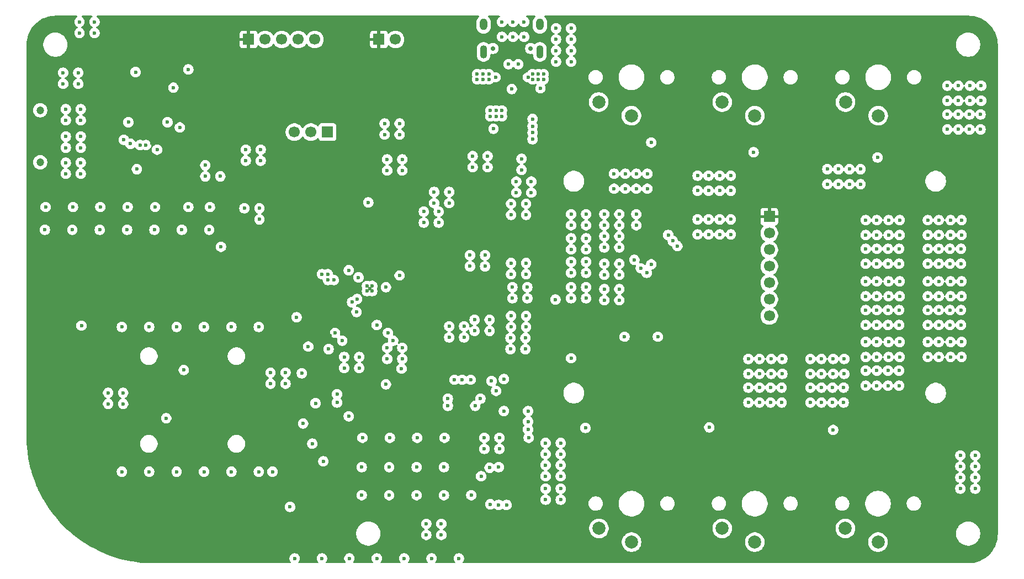
<source format=gbr>
%TF.GenerationSoftware,KiCad,Pcbnew,9.0.7*%
%TF.CreationDate,2026-02-11T23:35:25+11:00*%
%TF.ProjectId,detentOne,64657465-6e74-44f6-9e65-2e6b69636164,rev?*%
%TF.SameCoordinates,Original*%
%TF.FileFunction,Copper,L3,Inr*%
%TF.FilePolarity,Positive*%
%FSLAX46Y46*%
G04 Gerber Fmt 4.6, Leading zero omitted, Abs format (unit mm)*
G04 Created by KiCad (PCBNEW 9.0.7) date 2026-02-11 23:35:25*
%MOMM*%
%LPD*%
G01*
G04 APERTURE LIST*
%TA.AperFunction,ComponentPad*%
%ADD10C,1.700000*%
%TD*%
%TA.AperFunction,ComponentPad*%
%ADD11R,1.700000X1.700000*%
%TD*%
%TA.AperFunction,ComponentPad*%
%ADD12C,1.200000*%
%TD*%
%TA.AperFunction,ComponentPad*%
%ADD13C,2.000000*%
%TD*%
%TA.AperFunction,ComponentPad*%
%ADD14C,0.700000*%
%TD*%
%TA.AperFunction,ComponentPad*%
%ADD15O,1.100000X2.000000*%
%TD*%
%TA.AperFunction,ComponentPad*%
%ADD16O,1.200000X1.800000*%
%TD*%
%TA.AperFunction,ViaPad*%
%ADD17C,0.600000*%
%TD*%
G04 APERTURE END LIST*
D10*
%TO.N,OLED_RST*%
%TO.C,J1*%
X198500000Y-98120000D03*
%TO.N,OLED_DC*%
X198500000Y-95580000D03*
%TO.N,OLED_CS*%
X198500000Y-93040000D03*
%TO.N,SCK*%
X198500000Y-90500000D03*
%TO.N,MOSI*%
X198500000Y-87960000D03*
%TO.N,GND*%
X198500000Y-85420000D03*
D11*
%TO.N,3V3*%
X198500000Y-82880000D03*
%TD*%
D10*
%TO.N,GND*%
%TO.C,J6*%
X141165000Y-55700000D03*
D11*
%TO.N,3V3*%
X138625000Y-55700000D03*
%TD*%
D10*
%TO.N,W*%
%TO.C,J2*%
X125660000Y-69915000D03*
%TO.N,V*%
X128200000Y-69915000D03*
D11*
%TO.N,U*%
X130740000Y-69915000D03*
%TD*%
D10*
%TO.N,MOSI*%
%TO.C,J5*%
X128800000Y-55700000D03*
%TO.N,SCK*%
X126260000Y-55700000D03*
%TO.N,MISO*%
X123720000Y-55700000D03*
%TO.N,GND*%
X121180000Y-55700000D03*
D11*
%TO.N,3V3*%
X118640000Y-55700000D03*
%TD*%
D12*
%TO.N,*%
%TO.C,Card1*%
X86662500Y-66550000D03*
X86662500Y-74550000D03*
%TD*%
D13*
%TO.N,KEY1*%
%TO.C,SW1*%
X177350000Y-67400000D03*
%TO.N,GND*%
X172350000Y-65300000D03*
%TD*%
%TO.N,KEY2*%
%TO.C,SW2*%
X177375000Y-132800000D03*
%TO.N,GND*%
X172375000Y-130700000D03*
%TD*%
%TO.N,KEY3*%
%TO.C,SW3*%
X196275000Y-67400000D03*
%TO.N,GND*%
X191275000Y-65300000D03*
%TD*%
%TO.N,KEY4*%
%TO.C,SW4*%
X215175000Y-132800000D03*
%TO.N,GND*%
X210175000Y-130700000D03*
%TD*%
%TO.N,KEY5*%
%TO.C,SW5*%
X215200000Y-67400000D03*
%TO.N,GND*%
X210200000Y-65300000D03*
%TD*%
%TO.N,KEY6*%
%TO.C,SW6*%
X196275000Y-132800000D03*
%TO.N,GND*%
X191275000Y-130700000D03*
%TD*%
D14*
%TO.N,*%
%TO.C,USB1*%
X161890000Y-57080000D03*
X156110000Y-57080000D03*
D15*
%TO.N,GND*%
X163320000Y-57610000D03*
D16*
X163320000Y-53400000D03*
D15*
X154680000Y-57610000D03*
D16*
X154680000Y-53400000D03*
%TD*%
D17*
%TO.N,GND*%
X129900000Y-91700000D03*
X130800000Y-91700000D03*
X130800000Y-92600000D03*
X135275735Y-95524265D03*
X159200000Y-55300000D03*
X157500000Y-55300000D03*
X159200000Y-53000000D03*
X157500000Y-53000000D03*
X160900000Y-53000000D03*
X160900000Y-55300000D03*
%TO.N,USB_D-_UP*%
X160000000Y-59500000D03*
X158500000Y-59500000D03*
%TO.N,OLED_CS*%
X152700000Y-107900000D03*
X161500000Y-114300000D03*
X158200000Y-127100000D03*
%TO.N,OLED_DC*%
X154300000Y-122700000D03*
X151400000Y-107900000D03*
X161500000Y-115500000D03*
X155600000Y-121400000D03*
X157000000Y-127100000D03*
%TO.N,OLED_RST*%
X150200000Y-107900000D03*
X155700000Y-127000000D03*
X161600000Y-116800000D03*
%TO.N,A_OUT*%
X140000000Y-100700000D03*
X131900000Y-100700000D03*
%TO.N,B_OUT*%
X140800000Y-101900000D03*
X133000000Y-101900000D03*
%TO.N,ENCODER_CS*%
X149200000Y-111900000D03*
X106000000Y-113800000D03*
X153400000Y-111900000D03*
X157800000Y-107800000D03*
%TO.N,KEY4*%
X179700000Y-91500000D03*
X208300000Y-115600000D03*
%TO.N,KEY5*%
X184400000Y-87400000D03*
X215100000Y-73800000D03*
%TO.N,KEY6*%
X189300000Y-115200000D03*
X178800000Y-90800000D03*
%TO.N,KEY3*%
X196100000Y-73000000D03*
X183700000Y-86600000D03*
%TO.N,KEY2*%
X177800000Y-89500000D03*
X170300000Y-115300000D03*
%TO.N,KEY1*%
X183000000Y-85700000D03*
X180400000Y-71500000D03*
%TO.N,BOOT*%
X101300000Y-60700000D03*
X168100000Y-104600000D03*
%TO.N,Net-(LED7-DOUT)*%
X128400000Y-117700000D03*
X125000000Y-127400000D03*
%TO.N,Net-(LED6-DOUT)*%
X128900000Y-111500000D03*
X130100000Y-120400000D03*
%TO.N,Net-(LED5-DOUT)*%
X134000000Y-113500000D03*
X132200000Y-110100000D03*
X127788791Y-102811209D03*
X132200000Y-111400000D03*
%TO.N,Net-(LED4-DOUT)*%
X130900000Y-103200000D03*
X126000000Y-98300000D03*
%TO.N,NEOPIXEL_DIN*%
X138300000Y-99500000D03*
X114400000Y-87500000D03*
%TO.N,SCK*%
X157800000Y-112700000D03*
X156600000Y-109600000D03*
X161500000Y-112700000D03*
X106200000Y-68400000D03*
X100200000Y-68400000D03*
%TO.N,MOSI*%
X104600000Y-72600000D03*
X108100000Y-69200000D03*
%TO.N,MISO*%
X139700000Y-108600000D03*
X142100000Y-106200000D03*
%TO.N,SD_CS*%
X154200000Y-110800000D03*
X165700000Y-95600000D03*
X149200000Y-110800000D03*
X101500000Y-75600000D03*
%TO.N,EN*%
X107100000Y-63100000D03*
X137000000Y-80700000D03*
%TO.N,3V3*%
X140600000Y-91000000D03*
X117600000Y-88600000D03*
X129000000Y-126600000D03*
X107700000Y-87100000D03*
X154200000Y-72100000D03*
X213900000Y-70500000D03*
X164800000Y-135000000D03*
X158800000Y-72800000D03*
X134000000Y-109500000D03*
X102900000Y-58000000D03*
X153200000Y-72100000D03*
X133500000Y-118000000D03*
X195900000Y-80200000D03*
X102400000Y-73800000D03*
X194900000Y-70500000D03*
X187700000Y-90600000D03*
X172400000Y-115800000D03*
X110700000Y-103000000D03*
X142400000Y-89600000D03*
X99500000Y-76200000D03*
X176400000Y-72700000D03*
X91500000Y-95900000D03*
X103800000Y-71600000D03*
X131100000Y-101100000D03*
X123100000Y-92200000D03*
X188400000Y-93000000D03*
X210300000Y-115500000D03*
X163300000Y-135300000D03*
X94700000Y-129700000D03*
X182000000Y-94300000D03*
X121400000Y-132500000D03*
X86600000Y-104100000D03*
X102800000Y-66000000D03*
X191600000Y-115500000D03*
X156900000Y-72000000D03*
X112400000Y-134900000D03*
X113900000Y-56000000D03*
X143500000Y-89600000D03*
X139700000Y-89600000D03*
X156000000Y-72200000D03*
X103000000Y-134100000D03*
X157600000Y-72600000D03*
X138800000Y-89600000D03*
X109500000Y-117900000D03*
X165800000Y-134100000D03*
X186800000Y-95300000D03*
X88400000Y-122400000D03*
X198500000Y-80100000D03*
X85700000Y-113400000D03*
X99300000Y-89500000D03*
%TO.N,GND*%
X224500000Y-104400000D03*
X189200000Y-85600000D03*
X206500000Y-111400000D03*
X154900000Y-90500000D03*
X179800000Y-78600000D03*
X127000000Y-114600000D03*
X158800000Y-101500000D03*
X135600000Y-106100000D03*
X210000000Y-107000000D03*
X148200000Y-130000000D03*
X213300000Y-106500000D03*
X228000000Y-92800000D03*
X99200000Y-99800000D03*
X218500000Y-95100000D03*
X93000000Y-99600000D03*
X97100000Y-111600000D03*
X222800000Y-102100000D03*
X165800000Y-55700000D03*
X218500000Y-92800000D03*
X226300000Y-102100000D03*
X164200000Y-121000000D03*
X222800000Y-85700000D03*
X224500000Y-83400000D03*
X109400000Y-60300000D03*
X204800000Y-111400000D03*
X99400000Y-109900000D03*
X212500000Y-75600000D03*
X222800000Y-90100000D03*
X173200000Y-95700000D03*
X136100000Y-116800000D03*
X168100000Y-86200000D03*
X92900000Y-68100000D03*
X133300000Y-104400000D03*
X215000000Y-90100000D03*
X170400000Y-89800000D03*
X162000000Y-77500000D03*
X216800000Y-102100000D03*
X97100000Y-109900000D03*
X124300000Y-106800000D03*
X198800000Y-107000000D03*
X224500000Y-99500000D03*
X159700000Y-77500000D03*
X195300000Y-109100000D03*
X154800000Y-116800000D03*
X189200000Y-83300000D03*
X218400000Y-108800000D03*
X229300000Y-65100000D03*
X216700000Y-90100000D03*
X224500000Y-85700000D03*
X166500000Y-122700000D03*
X222800000Y-104400000D03*
X160500000Y-74000000D03*
X120500000Y-74300000D03*
X149400000Y-79100000D03*
X166500000Y-117600000D03*
X144400000Y-121300000D03*
X111800000Y-99800000D03*
X174700000Y-76300000D03*
X170400000Y-95400000D03*
X165800000Y-54000000D03*
X204800000Y-104700000D03*
X215000000Y-95100000D03*
X139900000Y-74100000D03*
X192600000Y-85600000D03*
X165800000Y-59100000D03*
X175500000Y-94000000D03*
X218400000Y-106500000D03*
X190900000Y-83300000D03*
X226200000Y-87800000D03*
X213300000Y-85700000D03*
X218400000Y-90100000D03*
X103400000Y-99800000D03*
X112600000Y-84900000D03*
X197000000Y-111400000D03*
X227500000Y-62800000D03*
X181400000Y-101300000D03*
X149400000Y-99700000D03*
X187500000Y-83300000D03*
X136000000Y-125600000D03*
X226200000Y-97200000D03*
X120300000Y-81600000D03*
X153000000Y-73600000D03*
X147800000Y-83800000D03*
X149400000Y-80800000D03*
X173200000Y-90100000D03*
X230100000Y-122900000D03*
X226300000Y-104400000D03*
X137200000Y-93910000D03*
X175500000Y-84200000D03*
X174700000Y-78600000D03*
X155300000Y-73600000D03*
X120500000Y-72600000D03*
X228000000Y-102100000D03*
X228000000Y-85700000D03*
X209100000Y-75600000D03*
X159100000Y-95400000D03*
X215000000Y-108800000D03*
X226300000Y-85700000D03*
X222800000Y-92800000D03*
X92500000Y-60800000D03*
X170400000Y-87900000D03*
X92700000Y-53000000D03*
X148600000Y-125600000D03*
X175500000Y-87600000D03*
X173200000Y-87600000D03*
X152600000Y-88800000D03*
X100100000Y-81400000D03*
X95900000Y-81400000D03*
X95000000Y-54700000D03*
X175500000Y-90100000D03*
X164200000Y-122700000D03*
X140300000Y-116800000D03*
X227900000Y-97200000D03*
X136800000Y-94300000D03*
X120200000Y-122000000D03*
X195300000Y-107000000D03*
X91600000Y-84900000D03*
X227500000Y-69500000D03*
X136000000Y-121300000D03*
X189200000Y-78900000D03*
X149400000Y-101400000D03*
X141800000Y-68600000D03*
X224500000Y-92800000D03*
X216800000Y-85700000D03*
X200500000Y-104700000D03*
X170400000Y-93700000D03*
X197000000Y-104700000D03*
X200500000Y-107000000D03*
X104300000Y-81400000D03*
X157100000Y-116800000D03*
X206500000Y-109100000D03*
X164200000Y-126300000D03*
X153300000Y-100400000D03*
X226300000Y-92800000D03*
X120300000Y-83300000D03*
X216800000Y-95100000D03*
X209900000Y-109100000D03*
X226200000Y-90100000D03*
X153000000Y-75300000D03*
X154900000Y-88800000D03*
X228000000Y-83400000D03*
X168100000Y-59100000D03*
X229200000Y-67200000D03*
X166500000Y-124600000D03*
X131700000Y-92600000D03*
X92900000Y-74600000D03*
X166500000Y-126300000D03*
X216700000Y-99500000D03*
X198700000Y-109100000D03*
X209100000Y-77900000D03*
X207400000Y-77900000D03*
X204800000Y-109100000D03*
X95800000Y-84900000D03*
X161200000Y-98100000D03*
X162200000Y-67900000D03*
X218500000Y-102100000D03*
X103400000Y-122000000D03*
X175500000Y-85900000D03*
X208300000Y-107000000D03*
X218500000Y-83400000D03*
X176300000Y-101300000D03*
X118200000Y-72600000D03*
X228000000Y-95100000D03*
X215000000Y-92800000D03*
X213300000Y-92800000D03*
X151700000Y-101400000D03*
X164200000Y-119300000D03*
X168100000Y-55700000D03*
X231000000Y-65100000D03*
X198700000Y-111400000D03*
X230100000Y-124600000D03*
X161400000Y-93700000D03*
X137600000Y-93500000D03*
X126800000Y-106900000D03*
X170400000Y-91500000D03*
X168100000Y-93700000D03*
X122300000Y-122000000D03*
X150900000Y-135300000D03*
X176400000Y-78600000D03*
X168100000Y-91500000D03*
X218400000Y-99500000D03*
X158900000Y-91700000D03*
X175500000Y-95700000D03*
X112000000Y-75000000D03*
X225800000Y-65100000D03*
X212500000Y-77900000D03*
X147100000Y-79100000D03*
X178100000Y-78600000D03*
X158900000Y-90000000D03*
X142500000Y-135300000D03*
X216800000Y-92800000D03*
X160500000Y-75700000D03*
X224500000Y-90100000D03*
X90600000Y-66400000D03*
X112700000Y-81400000D03*
X222800000Y-95100000D03*
X135500000Y-92200000D03*
X218400000Y-87800000D03*
X224500000Y-87800000D03*
X173200000Y-91800000D03*
X230100000Y-119500000D03*
X122000000Y-106800000D03*
X138300000Y-135300000D03*
X224500000Y-97200000D03*
X107600000Y-99800000D03*
X158900000Y-82600000D03*
X168100000Y-87900000D03*
X173200000Y-84200000D03*
X206500000Y-104700000D03*
X139500000Y-70300000D03*
X190900000Y-76600000D03*
X168100000Y-89800000D03*
X162200000Y-69000000D03*
X216700000Y-97200000D03*
X206500000Y-107000000D03*
X111800000Y-122000000D03*
X118200000Y-74300000D03*
X108700000Y-106400000D03*
X116000000Y-99800000D03*
X139700000Y-93710000D03*
X178100000Y-76300000D03*
X140200000Y-125600000D03*
X99400000Y-111600000D03*
X208200000Y-109100000D03*
X226200000Y-99500000D03*
X168100000Y-57400000D03*
X157000000Y-121300000D03*
X213300000Y-95100000D03*
X208200000Y-111400000D03*
X225800000Y-69500000D03*
X215000000Y-97200000D03*
X178100000Y-82500000D03*
X215000000Y-87800000D03*
X139500000Y-68600000D03*
X100500000Y-71700000D03*
X229300000Y-62800000D03*
X107600000Y-122000000D03*
X231000000Y-62800000D03*
X170400000Y-84200000D03*
X179800000Y-76300000D03*
X208300000Y-104700000D03*
X187500000Y-76600000D03*
X230100000Y-121200000D03*
X213300000Y-108800000D03*
X228000000Y-104400000D03*
X180400000Y-90200000D03*
X99500000Y-71100000D03*
X145900000Y-130000000D03*
X125700000Y-135300000D03*
X227800000Y-119500000D03*
X90600000Y-76300000D03*
X142200000Y-103000000D03*
X161200000Y-99800000D03*
X148700000Y-116800000D03*
X92900000Y-66400000D03*
X142200000Y-74100000D03*
X218500000Y-104400000D03*
X175500000Y-82500000D03*
X200400000Y-111400000D03*
X189200000Y-76600000D03*
X158900000Y-80900000D03*
X225800000Y-62800000D03*
X159100000Y-93700000D03*
X195300000Y-111400000D03*
X226300000Y-83400000D03*
X142200000Y-104700000D03*
X162200000Y-71000000D03*
X224500000Y-95100000D03*
X161400000Y-95400000D03*
X102900000Y-71900000D03*
X142200000Y-75800000D03*
X161100000Y-101500000D03*
X92500000Y-62500000D03*
X118000000Y-81600000D03*
X90200000Y-60800000D03*
X100000000Y-84900000D03*
X215000000Y-106500000D03*
X192600000Y-83300000D03*
X90200000Y-62500000D03*
X139900000Y-103000000D03*
X230900000Y-67200000D03*
X152800000Y-125600000D03*
X213300000Y-83400000D03*
X139900000Y-75800000D03*
X161200000Y-90000000D03*
X151700000Y-99700000D03*
X168100000Y-84200000D03*
X161200000Y-91700000D03*
X122000000Y-108500000D03*
X224500000Y-102100000D03*
X153300000Y-98700000D03*
X227500000Y-65100000D03*
X170400000Y-82500000D03*
X141800000Y-91900000D03*
X161200000Y-82600000D03*
X195300000Y-104700000D03*
X170400000Y-86200000D03*
X197000000Y-109100000D03*
X166500000Y-121000000D03*
X148600000Y-121300000D03*
X161200000Y-80900000D03*
X109400000Y-81400000D03*
X215000000Y-104400000D03*
X215000000Y-102100000D03*
X133300000Y-106100000D03*
X145900000Y-131700000D03*
X213300000Y-102100000D03*
X218400000Y-97200000D03*
X192600000Y-78900000D03*
X156200000Y-69400000D03*
X187500000Y-78900000D03*
X140200000Y-121300000D03*
X92900000Y-76300000D03*
X102000000Y-71900000D03*
X213300000Y-87800000D03*
X90600000Y-68100000D03*
X216700000Y-108800000D03*
X112000000Y-76700000D03*
X225800000Y-67200000D03*
X158800000Y-103200000D03*
X92900000Y-70600000D03*
X222800000Y-99500000D03*
X209900000Y-111400000D03*
X159700000Y-79200000D03*
X139900000Y-104700000D03*
X215000000Y-83400000D03*
X215000000Y-85700000D03*
X175500000Y-91800000D03*
X187500000Y-85600000D03*
X120200000Y-99800000D03*
X227800000Y-124600000D03*
X154800000Y-118500000D03*
X173200000Y-94000000D03*
X204800000Y-107000000D03*
X173200000Y-85900000D03*
X135600000Y-104400000D03*
X152600000Y-90500000D03*
X144400000Y-125600000D03*
X227900000Y-87800000D03*
X229200000Y-69500000D03*
X213300000Y-99500000D03*
X155600000Y-100400000D03*
X136800000Y-93510000D03*
X155600000Y-98700000D03*
X90600000Y-74600000D03*
X200400000Y-109100000D03*
X227800000Y-122900000D03*
X145500000Y-82100000D03*
X230900000Y-69500000D03*
X207400000Y-75600000D03*
X87400000Y-84900000D03*
X90600000Y-72300000D03*
X226300000Y-95100000D03*
X157100000Y-118500000D03*
X213300000Y-97200000D03*
X147800000Y-82100000D03*
X176400000Y-76300000D03*
X116000000Y-122000000D03*
X146700000Y-135300000D03*
X173200000Y-82500000D03*
X227900000Y-99500000D03*
X87500000Y-81400000D03*
X164200000Y-117600000D03*
X164200000Y-124600000D03*
X210800000Y-75600000D03*
X161100000Y-103200000D03*
X190900000Y-85600000D03*
X155300000Y-75300000D03*
X158900000Y-98100000D03*
X192600000Y-76600000D03*
X197000000Y-107000000D03*
X210800000Y-77900000D03*
X91700000Y-81400000D03*
X227800000Y-121200000D03*
X158900000Y-99800000D03*
X222800000Y-97200000D03*
X166500000Y-119300000D03*
X114300000Y-76700000D03*
X210000000Y-104700000D03*
X129900000Y-135300000D03*
X145500000Y-83800000D03*
X213300000Y-104400000D03*
X162200000Y-70000000D03*
X168100000Y-54000000D03*
X162000000Y-79200000D03*
X178100000Y-84200000D03*
X213300000Y-90100000D03*
X168100000Y-95400000D03*
X108400000Y-84900000D03*
X168100000Y-82500000D03*
X144500000Y-116800000D03*
X216800000Y-83400000D03*
X218500000Y-85700000D03*
X124300000Y-108500000D03*
X104200000Y-84900000D03*
X215000000Y-99500000D03*
X190900000Y-78900000D03*
X134100000Y-135300000D03*
X90600000Y-70600000D03*
X92900000Y-72300000D03*
X216700000Y-87800000D03*
X92700000Y-54700000D03*
X95000000Y-53000000D03*
X216800000Y-104400000D03*
X198800000Y-104700000D03*
X227500000Y-67200000D03*
X222800000Y-87800000D03*
X147100000Y-80800000D03*
X148200000Y-131700000D03*
X141800000Y-70300000D03*
X137600000Y-94300000D03*
X222800000Y-83400000D03*
X227900000Y-90100000D03*
X216700000Y-106500000D03*
X99200000Y-122000000D03*
X163400000Y-63200000D03*
X165800000Y-57400000D03*
%TO.N,5V*%
X154600000Y-61000000D03*
X156600000Y-67500000D03*
X157500000Y-67500000D03*
X163100000Y-61000000D03*
X155500000Y-61800000D03*
X156500000Y-61500000D03*
X162200000Y-61000000D03*
X134000000Y-91100000D03*
X155700000Y-67500000D03*
X154600000Y-61800000D03*
X153700000Y-61000000D03*
X155700000Y-66600000D03*
X163100000Y-61800000D03*
X163900000Y-61800000D03*
X156600000Y-66600000D03*
X153700000Y-61800000D03*
X161500000Y-61500000D03*
X155500000Y-61000000D03*
X163900000Y-61000000D03*
X157500000Y-66600000D03*
X162200000Y-61800000D03*
X134500000Y-96000000D03*
X135200000Y-97500000D03*
X159000000Y-63300000D03*
%TO.N,SCK*%
X155900000Y-108100000D03*
%TD*%
%TA.AperFunction,Conductor*%
%TO.N,3V3*%
G36*
X92344137Y-52070185D02*
G01*
X92389892Y-52122989D01*
X92399836Y-52192147D01*
X92370811Y-52255703D01*
X92324549Y-52289062D01*
X92320821Y-52290605D01*
X92320814Y-52290609D01*
X92189711Y-52378210D01*
X92189707Y-52378213D01*
X92078213Y-52489707D01*
X92078210Y-52489711D01*
X91990609Y-52620814D01*
X91990602Y-52620827D01*
X91930264Y-52766498D01*
X91930261Y-52766510D01*
X91899500Y-52921153D01*
X91899500Y-53078846D01*
X91930261Y-53233489D01*
X91930264Y-53233501D01*
X91990602Y-53379172D01*
X91990609Y-53379185D01*
X92078210Y-53510288D01*
X92078213Y-53510292D01*
X92189707Y-53621786D01*
X92189711Y-53621789D01*
X92320814Y-53709390D01*
X92320823Y-53709395D01*
X92383699Y-53735439D01*
X92438102Y-53779280D01*
X92460167Y-53845574D01*
X92442888Y-53913273D01*
X92391751Y-53960884D01*
X92383699Y-53964561D01*
X92320823Y-53990604D01*
X92320814Y-53990609D01*
X92189711Y-54078210D01*
X92189707Y-54078213D01*
X92078213Y-54189707D01*
X92078210Y-54189711D01*
X91990609Y-54320814D01*
X91990602Y-54320827D01*
X91930264Y-54466498D01*
X91930261Y-54466510D01*
X91899500Y-54621153D01*
X91899500Y-54778846D01*
X91930261Y-54933489D01*
X91930264Y-54933501D01*
X91990602Y-55079172D01*
X91990609Y-55079185D01*
X92078210Y-55210288D01*
X92078213Y-55210292D01*
X92189707Y-55321786D01*
X92189711Y-55321789D01*
X92320814Y-55409390D01*
X92320827Y-55409397D01*
X92418853Y-55450000D01*
X92466503Y-55469737D01*
X92621153Y-55500499D01*
X92621156Y-55500500D01*
X92621158Y-55500500D01*
X92778844Y-55500500D01*
X92778845Y-55500499D01*
X92933497Y-55469737D01*
X93079179Y-55409394D01*
X93210289Y-55321789D01*
X93321789Y-55210289D01*
X93409394Y-55079179D01*
X93413803Y-55068536D01*
X93424426Y-55042888D01*
X93469737Y-54933497D01*
X93500500Y-54778842D01*
X93500500Y-54621158D01*
X93500500Y-54621155D01*
X93500499Y-54621153D01*
X93478447Y-54510292D01*
X93469737Y-54466503D01*
X93462256Y-54448443D01*
X93409397Y-54320827D01*
X93409390Y-54320814D01*
X93321789Y-54189711D01*
X93321786Y-54189707D01*
X93210292Y-54078213D01*
X93210288Y-54078210D01*
X93079185Y-53990609D01*
X93079172Y-53990602D01*
X93016301Y-53964561D01*
X92961897Y-53920721D01*
X92939832Y-53854427D01*
X92957111Y-53786727D01*
X93008248Y-53739116D01*
X93016301Y-53735439D01*
X93079172Y-53709397D01*
X93079172Y-53709396D01*
X93079179Y-53709394D01*
X93210289Y-53621789D01*
X93321789Y-53510289D01*
X93409394Y-53379179D01*
X93469737Y-53233497D01*
X93500500Y-53078842D01*
X93500500Y-52921158D01*
X93500500Y-52921155D01*
X93500499Y-52921153D01*
X93469738Y-52766510D01*
X93469737Y-52766503D01*
X93467113Y-52760167D01*
X93409397Y-52620827D01*
X93409390Y-52620814D01*
X93321789Y-52489711D01*
X93321786Y-52489707D01*
X93210292Y-52378213D01*
X93210288Y-52378210D01*
X93079185Y-52290609D01*
X93079178Y-52290605D01*
X93075451Y-52289062D01*
X93021047Y-52245222D01*
X92998981Y-52178928D01*
X93016259Y-52111229D01*
X93067395Y-52063617D01*
X93122902Y-52050500D01*
X94577098Y-52050500D01*
X94644137Y-52070185D01*
X94689892Y-52122989D01*
X94699836Y-52192147D01*
X94670811Y-52255703D01*
X94624549Y-52289062D01*
X94620821Y-52290605D01*
X94620814Y-52290609D01*
X94489711Y-52378210D01*
X94489707Y-52378213D01*
X94378213Y-52489707D01*
X94378210Y-52489711D01*
X94290609Y-52620814D01*
X94290602Y-52620827D01*
X94230264Y-52766498D01*
X94230261Y-52766510D01*
X94199500Y-52921153D01*
X94199500Y-53078846D01*
X94230261Y-53233489D01*
X94230264Y-53233501D01*
X94290602Y-53379172D01*
X94290609Y-53379185D01*
X94378210Y-53510288D01*
X94378213Y-53510292D01*
X94489707Y-53621786D01*
X94489711Y-53621789D01*
X94620814Y-53709390D01*
X94620823Y-53709395D01*
X94683699Y-53735439D01*
X94738102Y-53779280D01*
X94760167Y-53845574D01*
X94742888Y-53913273D01*
X94691751Y-53960884D01*
X94683699Y-53964561D01*
X94620823Y-53990604D01*
X94620814Y-53990609D01*
X94489711Y-54078210D01*
X94489707Y-54078213D01*
X94378213Y-54189707D01*
X94378210Y-54189711D01*
X94290609Y-54320814D01*
X94290602Y-54320827D01*
X94230264Y-54466498D01*
X94230261Y-54466510D01*
X94199500Y-54621153D01*
X94199500Y-54778846D01*
X94230261Y-54933489D01*
X94230264Y-54933501D01*
X94290602Y-55079172D01*
X94290609Y-55079185D01*
X94378210Y-55210288D01*
X94378213Y-55210292D01*
X94489707Y-55321786D01*
X94489711Y-55321789D01*
X94620814Y-55409390D01*
X94620827Y-55409397D01*
X94718853Y-55450000D01*
X94766503Y-55469737D01*
X94921153Y-55500499D01*
X94921156Y-55500500D01*
X94921158Y-55500500D01*
X95078844Y-55500500D01*
X95078845Y-55500499D01*
X95233497Y-55469737D01*
X95379179Y-55409394D01*
X95510289Y-55321789D01*
X95621789Y-55210289D01*
X95709394Y-55079179D01*
X95713803Y-55068536D01*
X95724426Y-55042888D01*
X95769737Y-54933497D01*
X95795863Y-54802155D01*
X117290000Y-54802155D01*
X117290000Y-55450000D01*
X118206988Y-55450000D01*
X118174075Y-55507007D01*
X118140000Y-55634174D01*
X118140000Y-55765826D01*
X118174075Y-55892993D01*
X118206988Y-55950000D01*
X117290000Y-55950000D01*
X117290000Y-56597844D01*
X117296401Y-56657372D01*
X117296403Y-56657379D01*
X117346645Y-56792086D01*
X117346649Y-56792093D01*
X117432809Y-56907187D01*
X117432812Y-56907190D01*
X117547906Y-56993350D01*
X117547913Y-56993354D01*
X117682620Y-57043596D01*
X117682627Y-57043598D01*
X117742155Y-57049999D01*
X117742172Y-57050000D01*
X118390000Y-57050000D01*
X118390000Y-56133012D01*
X118447007Y-56165925D01*
X118574174Y-56200000D01*
X118705826Y-56200000D01*
X118832993Y-56165925D01*
X118890000Y-56133012D01*
X118890000Y-57050000D01*
X119537828Y-57050000D01*
X119537844Y-57049999D01*
X119597372Y-57043598D01*
X119597379Y-57043596D01*
X119732086Y-56993354D01*
X119732093Y-56993350D01*
X119847187Y-56907190D01*
X119847190Y-56907187D01*
X119933350Y-56792093D01*
X119933354Y-56792086D01*
X119982422Y-56660529D01*
X120024293Y-56604595D01*
X120089757Y-56580178D01*
X120158030Y-56595030D01*
X120186285Y-56616181D01*
X120300213Y-56730109D01*
X120472179Y-56855048D01*
X120472181Y-56855049D01*
X120472184Y-56855051D01*
X120661588Y-56951557D01*
X120863757Y-57017246D01*
X121073713Y-57050500D01*
X121073714Y-57050500D01*
X121286286Y-57050500D01*
X121286287Y-57050500D01*
X121496243Y-57017246D01*
X121698412Y-56951557D01*
X121887816Y-56855051D01*
X121919656Y-56831918D01*
X122059786Y-56730109D01*
X122059788Y-56730106D01*
X122059792Y-56730104D01*
X122210104Y-56579792D01*
X122210106Y-56579788D01*
X122210109Y-56579786D01*
X122333904Y-56409395D01*
X122335051Y-56407816D01*
X122339514Y-56399054D01*
X122387488Y-56348259D01*
X122455308Y-56331463D01*
X122521444Y-56353999D01*
X122560486Y-56399056D01*
X122564951Y-56407820D01*
X122689890Y-56579786D01*
X122840213Y-56730109D01*
X123012179Y-56855048D01*
X123012181Y-56855049D01*
X123012184Y-56855051D01*
X123201588Y-56951557D01*
X123403757Y-57017246D01*
X123613713Y-57050500D01*
X123613714Y-57050500D01*
X123826286Y-57050500D01*
X123826287Y-57050500D01*
X124036243Y-57017246D01*
X124238412Y-56951557D01*
X124427816Y-56855051D01*
X124459656Y-56831918D01*
X124599786Y-56730109D01*
X124599788Y-56730106D01*
X124599792Y-56730104D01*
X124750104Y-56579792D01*
X124750106Y-56579788D01*
X124750109Y-56579786D01*
X124873904Y-56409395D01*
X124875051Y-56407816D01*
X124879514Y-56399054D01*
X124927488Y-56348259D01*
X124995308Y-56331463D01*
X125061444Y-56353999D01*
X125100486Y-56399056D01*
X125104951Y-56407820D01*
X125229890Y-56579786D01*
X125380213Y-56730109D01*
X125552179Y-56855048D01*
X125552181Y-56855049D01*
X125552184Y-56855051D01*
X125741588Y-56951557D01*
X125943757Y-57017246D01*
X126153713Y-57050500D01*
X126153714Y-57050500D01*
X126366286Y-57050500D01*
X126366287Y-57050500D01*
X126576243Y-57017246D01*
X126778412Y-56951557D01*
X126967816Y-56855051D01*
X126999656Y-56831918D01*
X127139786Y-56730109D01*
X127139788Y-56730106D01*
X127139792Y-56730104D01*
X127290104Y-56579792D01*
X127290106Y-56579788D01*
X127290109Y-56579786D01*
X127413904Y-56409395D01*
X127415051Y-56407816D01*
X127419514Y-56399054D01*
X127467488Y-56348259D01*
X127535308Y-56331463D01*
X127601444Y-56353999D01*
X127640486Y-56399056D01*
X127644951Y-56407820D01*
X127769890Y-56579786D01*
X127920213Y-56730109D01*
X128092179Y-56855048D01*
X128092181Y-56855049D01*
X128092184Y-56855051D01*
X128281588Y-56951557D01*
X128483757Y-57017246D01*
X128693713Y-57050500D01*
X128693714Y-57050500D01*
X128906286Y-57050500D01*
X128906287Y-57050500D01*
X129116243Y-57017246D01*
X129318412Y-56951557D01*
X129507816Y-56855051D01*
X129539656Y-56831918D01*
X129679786Y-56730109D01*
X129679788Y-56730106D01*
X129679792Y-56730104D01*
X129830104Y-56579792D01*
X129830106Y-56579788D01*
X129830109Y-56579786D01*
X129953904Y-56409395D01*
X129955051Y-56407816D01*
X130051557Y-56218412D01*
X130117246Y-56016243D01*
X130150500Y-55806287D01*
X130150500Y-55593713D01*
X130117246Y-55383757D01*
X130051557Y-55181588D01*
X129955051Y-54992184D01*
X129955049Y-54992181D01*
X129955048Y-54992179D01*
X129867542Y-54871736D01*
X129830109Y-54820214D01*
X129830105Y-54820209D01*
X129812051Y-54802155D01*
X137275000Y-54802155D01*
X137275000Y-55450000D01*
X138191988Y-55450000D01*
X138159075Y-55507007D01*
X138125000Y-55634174D01*
X138125000Y-55765826D01*
X138159075Y-55892993D01*
X138191988Y-55950000D01*
X137275000Y-55950000D01*
X137275000Y-56597844D01*
X137281401Y-56657372D01*
X137281403Y-56657379D01*
X137331645Y-56792086D01*
X137331649Y-56792093D01*
X137417809Y-56907187D01*
X137417812Y-56907190D01*
X137532906Y-56993350D01*
X137532913Y-56993354D01*
X137667620Y-57043596D01*
X137667627Y-57043598D01*
X137727155Y-57049999D01*
X137727172Y-57050000D01*
X138375000Y-57050000D01*
X138375000Y-56133012D01*
X138432007Y-56165925D01*
X138559174Y-56200000D01*
X138690826Y-56200000D01*
X138817993Y-56165925D01*
X138875000Y-56133012D01*
X138875000Y-57050000D01*
X139522828Y-57050000D01*
X139522844Y-57049999D01*
X139582372Y-57043598D01*
X139582379Y-57043596D01*
X139717086Y-56993354D01*
X139717093Y-56993350D01*
X139832187Y-56907190D01*
X139832190Y-56907187D01*
X139918350Y-56792093D01*
X139918354Y-56792086D01*
X139967422Y-56660529D01*
X140009293Y-56604595D01*
X140074757Y-56580178D01*
X140143030Y-56595030D01*
X140171285Y-56616181D01*
X140285213Y-56730109D01*
X140457179Y-56855048D01*
X140457181Y-56855049D01*
X140457184Y-56855051D01*
X140646588Y-56951557D01*
X140848757Y-57017246D01*
X141058713Y-57050500D01*
X141058714Y-57050500D01*
X141271286Y-57050500D01*
X141271287Y-57050500D01*
X141481243Y-57017246D01*
X141683412Y-56951557D01*
X141696942Y-56944662D01*
X141706175Y-56939959D01*
X141706177Y-56939958D01*
X141770487Y-56907190D01*
X141872816Y-56855051D01*
X141978579Y-56778210D01*
X142044786Y-56730109D01*
X142044788Y-56730106D01*
X142044792Y-56730104D01*
X142195104Y-56579792D01*
X142195106Y-56579788D01*
X142195109Y-56579786D01*
X142318904Y-56409395D01*
X142320051Y-56407816D01*
X142416557Y-56218412D01*
X142482246Y-56016243D01*
X142515500Y-55806287D01*
X142515500Y-55593713D01*
X142482246Y-55383757D01*
X142429413Y-55221153D01*
X156699500Y-55221153D01*
X156699500Y-55378846D01*
X156730261Y-55533489D01*
X156730264Y-55533501D01*
X156790602Y-55679172D01*
X156790609Y-55679185D01*
X156878210Y-55810288D01*
X156878213Y-55810292D01*
X156989707Y-55921786D01*
X156989711Y-55921789D01*
X157120814Y-56009390D01*
X157120827Y-56009397D01*
X157266498Y-56069735D01*
X157266503Y-56069737D01*
X157419142Y-56100099D01*
X157421153Y-56100499D01*
X157421156Y-56100500D01*
X157421158Y-56100500D01*
X157578844Y-56100500D01*
X157578845Y-56100499D01*
X157733497Y-56069737D01*
X157879179Y-56009394D01*
X158010289Y-55921789D01*
X158121789Y-55810289D01*
X158209394Y-55679179D01*
X158235439Y-55616301D01*
X158279279Y-55561897D01*
X158345573Y-55539832D01*
X158413273Y-55557111D01*
X158460884Y-55608248D01*
X158464561Y-55616301D01*
X158490602Y-55679172D01*
X158490609Y-55679185D01*
X158578210Y-55810288D01*
X158578213Y-55810292D01*
X158689707Y-55921786D01*
X158689711Y-55921789D01*
X158820814Y-56009390D01*
X158820827Y-56009397D01*
X158966498Y-56069735D01*
X158966503Y-56069737D01*
X159119142Y-56100099D01*
X159121153Y-56100499D01*
X159121156Y-56100500D01*
X159121158Y-56100500D01*
X159278844Y-56100500D01*
X159278845Y-56100499D01*
X159433497Y-56069737D01*
X159579179Y-56009394D01*
X159710289Y-55921789D01*
X159821789Y-55810289D01*
X159909394Y-55679179D01*
X159935439Y-55616301D01*
X159979279Y-55561897D01*
X160045573Y-55539832D01*
X160113273Y-55557111D01*
X160160884Y-55608248D01*
X160164561Y-55616301D01*
X160190602Y-55679172D01*
X160190609Y-55679185D01*
X160278210Y-55810288D01*
X160278213Y-55810292D01*
X160389707Y-55921786D01*
X160389711Y-55921789D01*
X160520814Y-56009390D01*
X160520827Y-56009397D01*
X160666498Y-56069735D01*
X160666503Y-56069737D01*
X160819142Y-56100099D01*
X160821153Y-56100499D01*
X160821156Y-56100500D01*
X160821158Y-56100500D01*
X160978844Y-56100500D01*
X160978845Y-56100499D01*
X161133497Y-56069737D01*
X161279179Y-56009394D01*
X161410289Y-55921789D01*
X161521789Y-55810289D01*
X161609394Y-55679179D01*
X161669737Y-55533497D01*
X161700500Y-55378842D01*
X161700500Y-55221158D01*
X161700500Y-55221155D01*
X161700499Y-55221153D01*
X161692628Y-55181583D01*
X161669737Y-55066503D01*
X161661244Y-55045998D01*
X161609397Y-54920827D01*
X161609390Y-54920814D01*
X161521789Y-54789711D01*
X161521786Y-54789707D01*
X161410292Y-54678213D01*
X161410288Y-54678210D01*
X161279185Y-54590609D01*
X161279172Y-54590602D01*
X161133501Y-54530264D01*
X161133489Y-54530261D01*
X160978845Y-54499500D01*
X160978842Y-54499500D01*
X160821158Y-54499500D01*
X160821155Y-54499500D01*
X160666510Y-54530261D01*
X160666498Y-54530264D01*
X160520827Y-54590602D01*
X160520814Y-54590609D01*
X160389711Y-54678210D01*
X160389707Y-54678213D01*
X160278213Y-54789707D01*
X160278210Y-54789711D01*
X160190609Y-54920814D01*
X160190604Y-54920823D01*
X160164561Y-54983699D01*
X160120720Y-55038102D01*
X160054426Y-55060167D01*
X159986727Y-55042888D01*
X159939116Y-54991751D01*
X159935439Y-54983699D01*
X159909395Y-54920823D01*
X159909390Y-54920814D01*
X159821789Y-54789711D01*
X159821786Y-54789707D01*
X159710292Y-54678213D01*
X159710288Y-54678210D01*
X159579185Y-54590609D01*
X159579172Y-54590602D01*
X159433501Y-54530264D01*
X159433489Y-54530261D01*
X159278845Y-54499500D01*
X159278842Y-54499500D01*
X159121158Y-54499500D01*
X159121155Y-54499500D01*
X158966510Y-54530261D01*
X158966498Y-54530264D01*
X158820827Y-54590602D01*
X158820814Y-54590609D01*
X158689711Y-54678210D01*
X158689707Y-54678213D01*
X158578213Y-54789707D01*
X158578210Y-54789711D01*
X158490609Y-54920814D01*
X158490604Y-54920823D01*
X158464561Y-54983699D01*
X158420720Y-55038102D01*
X158354426Y-55060167D01*
X158286727Y-55042888D01*
X158239116Y-54991751D01*
X158235439Y-54983699D01*
X158209395Y-54920823D01*
X158209390Y-54920814D01*
X158121789Y-54789711D01*
X158121786Y-54789707D01*
X158010292Y-54678213D01*
X158010288Y-54678210D01*
X157879185Y-54590609D01*
X157879172Y-54590602D01*
X157733501Y-54530264D01*
X157733489Y-54530261D01*
X157578845Y-54499500D01*
X157578842Y-54499500D01*
X157421158Y-54499500D01*
X157421155Y-54499500D01*
X157266510Y-54530261D01*
X157266498Y-54530264D01*
X157120827Y-54590602D01*
X157120814Y-54590609D01*
X156989711Y-54678210D01*
X156989707Y-54678213D01*
X156878213Y-54789707D01*
X156878210Y-54789711D01*
X156790609Y-54920814D01*
X156790602Y-54920827D01*
X156730264Y-55066498D01*
X156730261Y-55066510D01*
X156699500Y-55221153D01*
X142429413Y-55221153D01*
X142416557Y-55181588D01*
X142416555Y-55181585D01*
X142416555Y-55181583D01*
X142350397Y-55051742D01*
X142320051Y-54992184D01*
X142320049Y-54992181D01*
X142320048Y-54992179D01*
X142195109Y-54820213D01*
X142044786Y-54669890D01*
X141872820Y-54544951D01*
X141683414Y-54448444D01*
X141683413Y-54448443D01*
X141683412Y-54448443D01*
X141481243Y-54382754D01*
X141481241Y-54382753D01*
X141481240Y-54382753D01*
X141319957Y-54357208D01*
X141271287Y-54349500D01*
X141058713Y-54349500D01*
X141010042Y-54357208D01*
X140848760Y-54382753D01*
X140646585Y-54448444D01*
X140457179Y-54544951D01*
X140285215Y-54669889D01*
X140171285Y-54783819D01*
X140109962Y-54817303D01*
X140040270Y-54812319D01*
X139984337Y-54770447D01*
X139967422Y-54739470D01*
X139918354Y-54607913D01*
X139918350Y-54607906D01*
X139832190Y-54492812D01*
X139832187Y-54492809D01*
X139717093Y-54406649D01*
X139717086Y-54406645D01*
X139582379Y-54356403D01*
X139582372Y-54356401D01*
X139522844Y-54350000D01*
X138875000Y-54350000D01*
X138875000Y-55266988D01*
X138817993Y-55234075D01*
X138690826Y-55200000D01*
X138559174Y-55200000D01*
X138432007Y-55234075D01*
X138375000Y-55266988D01*
X138375000Y-54350000D01*
X137727155Y-54350000D01*
X137667627Y-54356401D01*
X137667620Y-54356403D01*
X137532913Y-54406645D01*
X137532906Y-54406649D01*
X137417812Y-54492809D01*
X137417809Y-54492812D01*
X137331649Y-54607906D01*
X137331645Y-54607913D01*
X137281403Y-54742620D01*
X137281401Y-54742627D01*
X137275000Y-54802155D01*
X129812051Y-54802155D01*
X129679786Y-54669890D01*
X129507820Y-54544951D01*
X129318414Y-54448444D01*
X129318413Y-54448443D01*
X129318412Y-54448443D01*
X129116243Y-54382754D01*
X129116241Y-54382753D01*
X129116240Y-54382753D01*
X128954957Y-54357208D01*
X128906287Y-54349500D01*
X128693713Y-54349500D01*
X128645042Y-54357208D01*
X128483760Y-54382753D01*
X128281585Y-54448444D01*
X128092179Y-54544951D01*
X127920213Y-54669890D01*
X127769890Y-54820213D01*
X127644949Y-54992182D01*
X127640484Y-55000946D01*
X127592509Y-55051742D01*
X127524688Y-55068536D01*
X127458553Y-55045998D01*
X127419516Y-55000946D01*
X127415050Y-54992182D01*
X127290109Y-54820213D01*
X127139786Y-54669890D01*
X126967820Y-54544951D01*
X126778414Y-54448444D01*
X126778413Y-54448443D01*
X126778412Y-54448443D01*
X126576243Y-54382754D01*
X126576241Y-54382753D01*
X126576240Y-54382753D01*
X126414957Y-54357208D01*
X126366287Y-54349500D01*
X126153713Y-54349500D01*
X126105042Y-54357208D01*
X125943760Y-54382753D01*
X125741585Y-54448444D01*
X125552179Y-54544951D01*
X125380213Y-54669890D01*
X125229890Y-54820213D01*
X125104949Y-54992182D01*
X125100484Y-55000946D01*
X125052509Y-55051742D01*
X124984688Y-55068536D01*
X124918553Y-55045998D01*
X124879516Y-55000946D01*
X124875050Y-54992182D01*
X124750109Y-54820213D01*
X124599786Y-54669890D01*
X124427820Y-54544951D01*
X124238414Y-54448444D01*
X124238413Y-54448443D01*
X124238412Y-54448443D01*
X124036243Y-54382754D01*
X124036241Y-54382753D01*
X124036240Y-54382753D01*
X123874957Y-54357208D01*
X123826287Y-54349500D01*
X123613713Y-54349500D01*
X123565042Y-54357208D01*
X123403760Y-54382753D01*
X123201585Y-54448444D01*
X123012179Y-54544951D01*
X122840213Y-54669890D01*
X122689890Y-54820213D01*
X122564949Y-54992182D01*
X122560484Y-55000946D01*
X122512509Y-55051742D01*
X122444688Y-55068536D01*
X122378553Y-55045998D01*
X122339516Y-55000946D01*
X122335050Y-54992182D01*
X122210109Y-54820213D01*
X122059786Y-54669890D01*
X121887820Y-54544951D01*
X121698414Y-54448444D01*
X121698413Y-54448443D01*
X121698412Y-54448443D01*
X121496243Y-54382754D01*
X121496241Y-54382753D01*
X121496240Y-54382753D01*
X121334957Y-54357208D01*
X121286287Y-54349500D01*
X121073713Y-54349500D01*
X121025042Y-54357208D01*
X120863760Y-54382753D01*
X120661585Y-54448444D01*
X120472179Y-54544951D01*
X120300215Y-54669889D01*
X120186285Y-54783819D01*
X120124962Y-54817303D01*
X120055270Y-54812319D01*
X119999337Y-54770447D01*
X119982422Y-54739470D01*
X119933354Y-54607913D01*
X119933350Y-54607906D01*
X119847190Y-54492812D01*
X119847187Y-54492809D01*
X119732093Y-54406649D01*
X119732086Y-54406645D01*
X119597379Y-54356403D01*
X119597372Y-54356401D01*
X119537844Y-54350000D01*
X118890000Y-54350000D01*
X118890000Y-55266988D01*
X118832993Y-55234075D01*
X118705826Y-55200000D01*
X118574174Y-55200000D01*
X118447007Y-55234075D01*
X118390000Y-55266988D01*
X118390000Y-54350000D01*
X117742155Y-54350000D01*
X117682627Y-54356401D01*
X117682620Y-54356403D01*
X117547913Y-54406645D01*
X117547906Y-54406649D01*
X117432812Y-54492809D01*
X117432809Y-54492812D01*
X117346649Y-54607906D01*
X117346645Y-54607913D01*
X117296403Y-54742620D01*
X117296401Y-54742627D01*
X117290000Y-54802155D01*
X95795863Y-54802155D01*
X95800500Y-54778842D01*
X95800500Y-54621158D01*
X95800500Y-54621155D01*
X95800499Y-54621153D01*
X95778447Y-54510292D01*
X95769737Y-54466503D01*
X95762256Y-54448443D01*
X95709397Y-54320827D01*
X95709390Y-54320814D01*
X95621789Y-54189711D01*
X95621786Y-54189707D01*
X95510292Y-54078213D01*
X95510288Y-54078210D01*
X95379185Y-53990609D01*
X95379172Y-53990602D01*
X95316301Y-53964561D01*
X95261897Y-53920721D01*
X95239832Y-53854427D01*
X95257111Y-53786727D01*
X95308248Y-53739116D01*
X95316301Y-53735439D01*
X95379172Y-53709397D01*
X95379172Y-53709396D01*
X95379179Y-53709394D01*
X95510289Y-53621789D01*
X95621789Y-53510289D01*
X95709394Y-53379179D01*
X95769737Y-53233497D01*
X95800500Y-53078842D01*
X95800500Y-52921158D01*
X95800500Y-52921155D01*
X95800499Y-52921153D01*
X95769738Y-52766510D01*
X95769737Y-52766503D01*
X95767113Y-52760167D01*
X95709397Y-52620827D01*
X95709390Y-52620814D01*
X95621789Y-52489711D01*
X95621786Y-52489707D01*
X95510292Y-52378213D01*
X95510288Y-52378210D01*
X95379185Y-52290609D01*
X95379178Y-52290605D01*
X95375451Y-52289062D01*
X95321047Y-52245222D01*
X95298981Y-52178928D01*
X95316259Y-52111229D01*
X95367395Y-52063617D01*
X95422902Y-52050500D01*
X153873796Y-52050500D01*
X153940835Y-52070185D01*
X153986590Y-52122989D01*
X153996534Y-52192147D01*
X153967509Y-52255703D01*
X153961477Y-52262181D01*
X153840588Y-52383069D01*
X153840588Y-52383070D01*
X153840586Y-52383072D01*
X153796859Y-52443256D01*
X153738768Y-52523211D01*
X153660128Y-52677552D01*
X153606597Y-52842302D01*
X153594108Y-52921155D01*
X153579500Y-53013389D01*
X153579500Y-53786611D01*
X153581700Y-53800499D01*
X153606597Y-53957697D01*
X153606597Y-53957699D01*
X153606598Y-53957701D01*
X153660127Y-54122445D01*
X153738768Y-54276788D01*
X153840586Y-54416928D01*
X153963072Y-54539414D01*
X154103212Y-54641232D01*
X154257555Y-54719873D01*
X154422299Y-54773402D01*
X154593389Y-54800500D01*
X154593390Y-54800500D01*
X154766610Y-54800500D01*
X154766611Y-54800500D01*
X154937701Y-54773402D01*
X155102445Y-54719873D01*
X155256788Y-54641232D01*
X155396928Y-54539414D01*
X155519414Y-54416928D01*
X155621232Y-54276788D01*
X155699873Y-54122445D01*
X155753402Y-53957701D01*
X155780500Y-53786611D01*
X155780500Y-53013389D01*
X155753402Y-52842299D01*
X155699873Y-52677555D01*
X155621232Y-52523212D01*
X155519414Y-52383072D01*
X155398523Y-52262181D01*
X155365038Y-52200858D01*
X155370022Y-52131166D01*
X155411894Y-52075233D01*
X155477358Y-52050816D01*
X155486204Y-52050500D01*
X157077098Y-52050500D01*
X157144137Y-52070185D01*
X157189892Y-52122989D01*
X157199836Y-52192147D01*
X157170811Y-52255703D01*
X157124549Y-52289062D01*
X157120821Y-52290605D01*
X157120814Y-52290609D01*
X156989711Y-52378210D01*
X156989707Y-52378213D01*
X156878213Y-52489707D01*
X156878210Y-52489711D01*
X156790609Y-52620814D01*
X156790602Y-52620827D01*
X156730264Y-52766498D01*
X156730261Y-52766510D01*
X156699500Y-52921153D01*
X156699500Y-53078846D01*
X156730261Y-53233489D01*
X156730264Y-53233501D01*
X156790602Y-53379172D01*
X156790609Y-53379185D01*
X156878210Y-53510288D01*
X156878213Y-53510292D01*
X156989707Y-53621786D01*
X156989711Y-53621789D01*
X157120814Y-53709390D01*
X157120827Y-53709397D01*
X157258683Y-53766498D01*
X157266503Y-53769737D01*
X157421153Y-53800499D01*
X157421156Y-53800500D01*
X157421158Y-53800500D01*
X157578844Y-53800500D01*
X157578845Y-53800499D01*
X157733497Y-53769737D01*
X157879179Y-53709394D01*
X158010289Y-53621789D01*
X158121789Y-53510289D01*
X158209394Y-53379179D01*
X158235439Y-53316301D01*
X158279279Y-53261897D01*
X158345573Y-53239832D01*
X158413273Y-53257111D01*
X158460884Y-53308248D01*
X158464561Y-53316301D01*
X158490602Y-53379172D01*
X158490609Y-53379185D01*
X158578210Y-53510288D01*
X158578213Y-53510292D01*
X158689707Y-53621786D01*
X158689711Y-53621789D01*
X158820814Y-53709390D01*
X158820827Y-53709397D01*
X158958683Y-53766498D01*
X158966503Y-53769737D01*
X159121153Y-53800499D01*
X159121156Y-53800500D01*
X159121158Y-53800500D01*
X159278844Y-53800500D01*
X159278845Y-53800499D01*
X159433497Y-53769737D01*
X159579179Y-53709394D01*
X159710289Y-53621789D01*
X159821789Y-53510289D01*
X159909394Y-53379179D01*
X159935439Y-53316301D01*
X159979279Y-53261897D01*
X160045573Y-53239832D01*
X160113273Y-53257111D01*
X160160884Y-53308248D01*
X160164561Y-53316301D01*
X160190602Y-53379172D01*
X160190609Y-53379185D01*
X160278210Y-53510288D01*
X160278213Y-53510292D01*
X160389707Y-53621786D01*
X160389711Y-53621789D01*
X160520814Y-53709390D01*
X160520827Y-53709397D01*
X160658683Y-53766498D01*
X160666503Y-53769737D01*
X160821153Y-53800499D01*
X160821156Y-53800500D01*
X160821158Y-53800500D01*
X160978844Y-53800500D01*
X160978845Y-53800499D01*
X161133497Y-53769737D01*
X161279179Y-53709394D01*
X161410289Y-53621789D01*
X161521789Y-53510289D01*
X161609394Y-53379179D01*
X161669737Y-53233497D01*
X161700500Y-53078842D01*
X161700500Y-52921158D01*
X161700500Y-52921155D01*
X161700499Y-52921153D01*
X161669738Y-52766510D01*
X161669737Y-52766503D01*
X161667113Y-52760167D01*
X161609397Y-52620827D01*
X161609390Y-52620814D01*
X161521789Y-52489711D01*
X161521786Y-52489707D01*
X161410292Y-52378213D01*
X161410288Y-52378210D01*
X161279185Y-52290609D01*
X161279178Y-52290605D01*
X161275451Y-52289062D01*
X161221047Y-52245222D01*
X161198981Y-52178928D01*
X161216259Y-52111229D01*
X161267395Y-52063617D01*
X161322902Y-52050500D01*
X162513796Y-52050500D01*
X162580835Y-52070185D01*
X162626590Y-52122989D01*
X162636534Y-52192147D01*
X162607509Y-52255703D01*
X162601477Y-52262181D01*
X162480588Y-52383069D01*
X162480588Y-52383070D01*
X162480586Y-52383072D01*
X162436859Y-52443256D01*
X162378768Y-52523211D01*
X162300128Y-52677552D01*
X162246597Y-52842302D01*
X162234108Y-52921155D01*
X162219500Y-53013389D01*
X162219500Y-53786611D01*
X162221700Y-53800499D01*
X162246597Y-53957697D01*
X162246597Y-53957699D01*
X162246598Y-53957701D01*
X162300127Y-54122445D01*
X162378768Y-54276788D01*
X162480586Y-54416928D01*
X162603072Y-54539414D01*
X162743212Y-54641232D01*
X162897555Y-54719873D01*
X163062299Y-54773402D01*
X163233389Y-54800500D01*
X163233390Y-54800500D01*
X163406610Y-54800500D01*
X163406611Y-54800500D01*
X163577701Y-54773402D01*
X163742445Y-54719873D01*
X163896788Y-54641232D01*
X164036928Y-54539414D01*
X164159414Y-54416928D01*
X164261232Y-54276788D01*
X164339873Y-54122445D01*
X164393402Y-53957701D01*
X164399191Y-53921153D01*
X164999500Y-53921153D01*
X164999500Y-54078846D01*
X165030261Y-54233489D01*
X165030264Y-54233501D01*
X165090602Y-54379172D01*
X165090609Y-54379185D01*
X165178210Y-54510288D01*
X165178213Y-54510292D01*
X165289707Y-54621786D01*
X165289711Y-54621789D01*
X165420814Y-54709390D01*
X165420823Y-54709395D01*
X165483699Y-54735439D01*
X165538102Y-54779280D01*
X165560167Y-54845574D01*
X165542888Y-54913273D01*
X165491751Y-54960884D01*
X165483699Y-54964561D01*
X165420823Y-54990604D01*
X165420814Y-54990609D01*
X165289711Y-55078210D01*
X165289707Y-55078213D01*
X165178213Y-55189707D01*
X165178210Y-55189711D01*
X165090609Y-55320814D01*
X165090602Y-55320827D01*
X165030264Y-55466498D01*
X165030261Y-55466510D01*
X164999500Y-55621153D01*
X164999500Y-55778846D01*
X165030261Y-55933489D01*
X165030264Y-55933501D01*
X165090602Y-56079172D01*
X165090609Y-56079185D01*
X165178210Y-56210288D01*
X165178213Y-56210292D01*
X165289707Y-56321786D01*
X165289711Y-56321789D01*
X165420814Y-56409390D01*
X165420823Y-56409395D01*
X165483699Y-56435439D01*
X165538102Y-56479280D01*
X165560167Y-56545574D01*
X165542888Y-56613273D01*
X165491751Y-56660884D01*
X165483699Y-56664561D01*
X165420823Y-56690604D01*
X165420814Y-56690609D01*
X165289711Y-56778210D01*
X165289707Y-56778213D01*
X165178213Y-56889707D01*
X165178210Y-56889711D01*
X165090609Y-57020814D01*
X165090602Y-57020827D01*
X165030264Y-57166498D01*
X165030261Y-57166510D01*
X164999500Y-57321153D01*
X164999500Y-57478846D01*
X165030261Y-57633489D01*
X165030264Y-57633501D01*
X165090602Y-57779172D01*
X165090609Y-57779185D01*
X165178210Y-57910288D01*
X165178213Y-57910292D01*
X165289707Y-58021786D01*
X165289711Y-58021789D01*
X165420814Y-58109390D01*
X165420823Y-58109395D01*
X165483699Y-58135439D01*
X165538102Y-58179280D01*
X165560167Y-58245574D01*
X165542888Y-58313273D01*
X165491751Y-58360884D01*
X165483699Y-58364561D01*
X165420823Y-58390604D01*
X165420814Y-58390609D01*
X165289711Y-58478210D01*
X165289707Y-58478213D01*
X165178213Y-58589707D01*
X165178210Y-58589711D01*
X165090609Y-58720814D01*
X165090602Y-58720827D01*
X165030264Y-58866498D01*
X165030261Y-58866510D01*
X164999500Y-59021153D01*
X164999500Y-59178846D01*
X165030261Y-59333489D01*
X165030264Y-59333501D01*
X165090602Y-59479172D01*
X165090609Y-59479185D01*
X165178210Y-59610288D01*
X165178213Y-59610292D01*
X165289707Y-59721786D01*
X165289711Y-59721789D01*
X165420814Y-59809390D01*
X165420827Y-59809397D01*
X165566498Y-59869735D01*
X165566503Y-59869737D01*
X165716131Y-59899500D01*
X165721153Y-59900499D01*
X165721156Y-59900500D01*
X165721158Y-59900500D01*
X165878844Y-59900500D01*
X165878845Y-59900499D01*
X166033497Y-59869737D01*
X166179179Y-59809394D01*
X166310289Y-59721789D01*
X166421789Y-59610289D01*
X166509394Y-59479179D01*
X166569737Y-59333497D01*
X166600500Y-59178842D01*
X166600500Y-59021158D01*
X166600500Y-59021155D01*
X166600499Y-59021153D01*
X166572066Y-58878211D01*
X166569737Y-58866503D01*
X166538298Y-58790602D01*
X166509397Y-58720827D01*
X166509390Y-58720814D01*
X166421789Y-58589711D01*
X166421786Y-58589707D01*
X166310292Y-58478213D01*
X166310288Y-58478210D01*
X166179185Y-58390609D01*
X166179172Y-58390602D01*
X166116301Y-58364561D01*
X166061897Y-58320721D01*
X166039832Y-58254427D01*
X166057111Y-58186727D01*
X166108248Y-58139116D01*
X166116301Y-58135439D01*
X166179172Y-58109397D01*
X166179172Y-58109396D01*
X166179179Y-58109394D01*
X166310289Y-58021789D01*
X166421789Y-57910289D01*
X166509394Y-57779179D01*
X166569737Y-57633497D01*
X166600500Y-57478842D01*
X166600500Y-57321158D01*
X166600500Y-57321155D01*
X166600499Y-57321153D01*
X166569738Y-57166510D01*
X166569737Y-57166503D01*
X166540577Y-57096104D01*
X166509397Y-57020827D01*
X166509390Y-57020814D01*
X166421789Y-56889711D01*
X166421786Y-56889707D01*
X166310292Y-56778213D01*
X166310288Y-56778210D01*
X166179185Y-56690609D01*
X166179172Y-56690602D01*
X166116301Y-56664561D01*
X166061897Y-56620721D01*
X166039832Y-56554427D01*
X166057111Y-56486727D01*
X166108248Y-56439116D01*
X166116301Y-56435439D01*
X166179172Y-56409397D01*
X166179172Y-56409396D01*
X166179179Y-56409394D01*
X166310289Y-56321789D01*
X166421789Y-56210289D01*
X166509394Y-56079179D01*
X166569737Y-55933497D01*
X166600500Y-55778842D01*
X166600500Y-55621158D01*
X166600500Y-55621155D01*
X166600499Y-55621153D01*
X166569738Y-55466510D01*
X166569737Y-55466503D01*
X166546080Y-55409390D01*
X166509397Y-55320827D01*
X166509390Y-55320814D01*
X166421789Y-55189711D01*
X166421786Y-55189707D01*
X166310292Y-55078213D01*
X166310288Y-55078210D01*
X166179185Y-54990609D01*
X166179172Y-54990602D01*
X166116301Y-54964561D01*
X166061897Y-54920721D01*
X166039832Y-54854427D01*
X166057111Y-54786727D01*
X166108248Y-54739116D01*
X166116301Y-54735439D01*
X166179172Y-54709397D01*
X166179172Y-54709396D01*
X166179179Y-54709394D01*
X166310289Y-54621789D01*
X166421789Y-54510289D01*
X166509394Y-54379179D01*
X166569737Y-54233497D01*
X166600500Y-54078842D01*
X166600500Y-53921158D01*
X166600500Y-53921155D01*
X166600499Y-53921153D01*
X167299500Y-53921153D01*
X167299500Y-54078846D01*
X167330261Y-54233489D01*
X167330264Y-54233501D01*
X167390602Y-54379172D01*
X167390609Y-54379185D01*
X167478210Y-54510288D01*
X167478213Y-54510292D01*
X167589707Y-54621786D01*
X167589711Y-54621789D01*
X167720814Y-54709390D01*
X167720823Y-54709395D01*
X167783699Y-54735439D01*
X167838102Y-54779280D01*
X167860167Y-54845574D01*
X167842888Y-54913273D01*
X167791751Y-54960884D01*
X167783699Y-54964561D01*
X167720823Y-54990604D01*
X167720814Y-54990609D01*
X167589711Y-55078210D01*
X167589707Y-55078213D01*
X167478213Y-55189707D01*
X167478210Y-55189711D01*
X167390609Y-55320814D01*
X167390602Y-55320827D01*
X167330264Y-55466498D01*
X167330261Y-55466510D01*
X167299500Y-55621153D01*
X167299500Y-55778846D01*
X167330261Y-55933489D01*
X167330264Y-55933501D01*
X167390602Y-56079172D01*
X167390609Y-56079185D01*
X167478210Y-56210288D01*
X167478213Y-56210292D01*
X167589707Y-56321786D01*
X167589711Y-56321789D01*
X167720814Y-56409390D01*
X167720823Y-56409395D01*
X167783699Y-56435439D01*
X167838102Y-56479280D01*
X167860167Y-56545574D01*
X167842888Y-56613273D01*
X167791751Y-56660884D01*
X167783699Y-56664561D01*
X167720823Y-56690604D01*
X167720814Y-56690609D01*
X167589711Y-56778210D01*
X167589707Y-56778213D01*
X167478213Y-56889707D01*
X167478210Y-56889711D01*
X167390609Y-57020814D01*
X167390602Y-57020827D01*
X167330264Y-57166498D01*
X167330261Y-57166510D01*
X167299500Y-57321153D01*
X167299500Y-57478846D01*
X167330261Y-57633489D01*
X167330264Y-57633501D01*
X167390602Y-57779172D01*
X167390609Y-57779185D01*
X167478210Y-57910288D01*
X167478213Y-57910292D01*
X167589707Y-58021786D01*
X167589711Y-58021789D01*
X167720814Y-58109390D01*
X167720823Y-58109395D01*
X167783699Y-58135439D01*
X167838102Y-58179280D01*
X167860167Y-58245574D01*
X167842888Y-58313273D01*
X167791751Y-58360884D01*
X167783699Y-58364561D01*
X167720823Y-58390604D01*
X167720814Y-58390609D01*
X167589711Y-58478210D01*
X167589707Y-58478213D01*
X167478213Y-58589707D01*
X167478210Y-58589711D01*
X167390609Y-58720814D01*
X167390602Y-58720827D01*
X167330264Y-58866498D01*
X167330261Y-58866510D01*
X167299500Y-59021153D01*
X167299500Y-59178846D01*
X167330261Y-59333489D01*
X167330264Y-59333501D01*
X167390602Y-59479172D01*
X167390609Y-59479185D01*
X167478210Y-59610288D01*
X167478213Y-59610292D01*
X167589707Y-59721786D01*
X167589711Y-59721789D01*
X167720814Y-59809390D01*
X167720827Y-59809397D01*
X167866498Y-59869735D01*
X167866503Y-59869737D01*
X168016131Y-59899500D01*
X168021153Y-59900499D01*
X168021156Y-59900500D01*
X168021158Y-59900500D01*
X168178844Y-59900500D01*
X168178845Y-59900499D01*
X168333497Y-59869737D01*
X168479179Y-59809394D01*
X168610289Y-59721789D01*
X168721789Y-59610289D01*
X168809394Y-59479179D01*
X168869737Y-59333497D01*
X168900500Y-59178842D01*
X168900500Y-59021158D01*
X168900500Y-59021155D01*
X168900499Y-59021153D01*
X168872066Y-58878211D01*
X168869737Y-58866503D01*
X168838298Y-58790602D01*
X168809397Y-58720827D01*
X168809390Y-58720814D01*
X168721789Y-58589711D01*
X168721786Y-58589707D01*
X168610292Y-58478213D01*
X168610288Y-58478210D01*
X168479185Y-58390609D01*
X168479172Y-58390602D01*
X168416301Y-58364561D01*
X168361897Y-58320721D01*
X168339832Y-58254427D01*
X168357111Y-58186727D01*
X168408248Y-58139116D01*
X168416301Y-58135439D01*
X168479172Y-58109397D01*
X168479172Y-58109396D01*
X168479179Y-58109394D01*
X168610289Y-58021789D01*
X168721789Y-57910289D01*
X168809394Y-57779179D01*
X168869737Y-57633497D01*
X168900500Y-57478842D01*
X168900500Y-57321158D01*
X168900500Y-57321155D01*
X168900499Y-57321153D01*
X168869738Y-57166510D01*
X168869737Y-57166503D01*
X168840577Y-57096104D01*
X168809397Y-57020827D01*
X168809390Y-57020814D01*
X168721789Y-56889711D01*
X168721786Y-56889707D01*
X168610292Y-56778213D01*
X168610288Y-56778210D01*
X168479185Y-56690609D01*
X168479172Y-56690602D01*
X168416301Y-56664561D01*
X168361897Y-56620721D01*
X168339832Y-56554427D01*
X168357111Y-56486727D01*
X168408248Y-56439116D01*
X168416301Y-56435439D01*
X168479172Y-56409397D01*
X168479172Y-56409396D01*
X168479179Y-56409394D01*
X168525099Y-56378711D01*
X227149500Y-56378711D01*
X227149500Y-56621288D01*
X227180274Y-56855051D01*
X227181162Y-56861789D01*
X227193327Y-56907190D01*
X227243947Y-57096104D01*
X227336773Y-57320205D01*
X227336776Y-57320212D01*
X227458064Y-57530289D01*
X227458066Y-57530292D01*
X227458067Y-57530293D01*
X227605733Y-57722736D01*
X227605739Y-57722743D01*
X227777256Y-57894260D01*
X227777263Y-57894266D01*
X227798145Y-57910289D01*
X227969711Y-58041936D01*
X228179788Y-58163224D01*
X228403900Y-58256054D01*
X228638211Y-58318838D01*
X228818586Y-58342584D01*
X228878711Y-58350500D01*
X228878712Y-58350500D01*
X229121289Y-58350500D01*
X229169388Y-58344167D01*
X229361789Y-58318838D01*
X229596100Y-58256054D01*
X229820212Y-58163224D01*
X230030289Y-58041936D01*
X230222738Y-57894265D01*
X230394265Y-57722738D01*
X230541936Y-57530289D01*
X230663224Y-57320212D01*
X230756054Y-57096100D01*
X230818838Y-56861789D01*
X230850500Y-56621288D01*
X230850500Y-56378712D01*
X230849253Y-56369243D01*
X230828327Y-56210288D01*
X230818838Y-56138211D01*
X230756054Y-55903900D01*
X230663224Y-55679788D01*
X230541936Y-55469711D01*
X230428432Y-55321789D01*
X230394266Y-55277263D01*
X230394260Y-55277256D01*
X230222743Y-55105739D01*
X230222736Y-55105733D01*
X230030293Y-54958067D01*
X230030292Y-54958066D01*
X230030289Y-54958064D01*
X229820212Y-54836776D01*
X229780228Y-54820214D01*
X229596104Y-54743947D01*
X229478944Y-54712554D01*
X229361789Y-54681162D01*
X229361788Y-54681161D01*
X229361785Y-54681161D01*
X229121289Y-54649500D01*
X229121288Y-54649500D01*
X228878712Y-54649500D01*
X228878711Y-54649500D01*
X228638214Y-54681161D01*
X228403895Y-54743947D01*
X228179794Y-54836773D01*
X228179785Y-54836777D01*
X227969706Y-54958067D01*
X227777263Y-55105733D01*
X227777256Y-55105739D01*
X227605739Y-55277256D01*
X227605733Y-55277263D01*
X227458067Y-55469706D01*
X227458064Y-55469710D01*
X227458064Y-55469711D01*
X227441817Y-55497851D01*
X227336777Y-55679785D01*
X227336773Y-55679794D01*
X227243947Y-55903895D01*
X227181161Y-56138214D01*
X227149500Y-56378711D01*
X168525099Y-56378711D01*
X168610289Y-56321789D01*
X168610292Y-56321786D01*
X168645107Y-56286972D01*
X168721786Y-56210292D01*
X168721789Y-56210289D01*
X168809394Y-56079179D01*
X168869737Y-55933497D01*
X168900500Y-55778842D01*
X168900500Y-55621158D01*
X168900500Y-55621155D01*
X168900499Y-55621153D01*
X168869738Y-55466510D01*
X168869737Y-55466503D01*
X168846080Y-55409390D01*
X168809397Y-55320827D01*
X168809390Y-55320814D01*
X168721789Y-55189711D01*
X168721786Y-55189707D01*
X168610292Y-55078213D01*
X168610288Y-55078210D01*
X168479185Y-54990609D01*
X168479172Y-54990602D01*
X168416301Y-54964561D01*
X168361897Y-54920721D01*
X168339832Y-54854427D01*
X168357111Y-54786727D01*
X168408248Y-54739116D01*
X168416301Y-54735439D01*
X168479172Y-54709397D01*
X168479172Y-54709396D01*
X168479179Y-54709394D01*
X168610289Y-54621789D01*
X168721789Y-54510289D01*
X168809394Y-54379179D01*
X168869737Y-54233497D01*
X168900500Y-54078842D01*
X168900500Y-53921158D01*
X168900500Y-53921155D01*
X168900499Y-53921153D01*
X168876499Y-53800499D01*
X168869737Y-53766503D01*
X168846083Y-53709397D01*
X168809397Y-53620827D01*
X168809390Y-53620814D01*
X168721789Y-53489711D01*
X168721786Y-53489707D01*
X168610292Y-53378213D01*
X168610288Y-53378210D01*
X168479185Y-53290609D01*
X168479172Y-53290602D01*
X168333501Y-53230264D01*
X168333489Y-53230261D01*
X168178845Y-53199500D01*
X168178842Y-53199500D01*
X168021158Y-53199500D01*
X168021155Y-53199500D01*
X167866510Y-53230261D01*
X167866498Y-53230264D01*
X167720827Y-53290602D01*
X167720814Y-53290609D01*
X167589711Y-53378210D01*
X167589707Y-53378213D01*
X167478213Y-53489707D01*
X167478210Y-53489711D01*
X167390609Y-53620814D01*
X167390602Y-53620827D01*
X167330264Y-53766498D01*
X167330261Y-53766510D01*
X167299500Y-53921153D01*
X166600499Y-53921153D01*
X166576499Y-53800499D01*
X166569737Y-53766503D01*
X166546083Y-53709397D01*
X166509397Y-53620827D01*
X166509390Y-53620814D01*
X166421789Y-53489711D01*
X166421786Y-53489707D01*
X166310292Y-53378213D01*
X166310288Y-53378210D01*
X166179185Y-53290609D01*
X166179172Y-53290602D01*
X166033501Y-53230264D01*
X166033489Y-53230261D01*
X165878845Y-53199500D01*
X165878842Y-53199500D01*
X165721158Y-53199500D01*
X165721155Y-53199500D01*
X165566510Y-53230261D01*
X165566498Y-53230264D01*
X165420827Y-53290602D01*
X165420814Y-53290609D01*
X165289711Y-53378210D01*
X165289707Y-53378213D01*
X165178213Y-53489707D01*
X165178210Y-53489711D01*
X165090609Y-53620814D01*
X165090602Y-53620827D01*
X165030264Y-53766498D01*
X165030261Y-53766510D01*
X164999500Y-53921153D01*
X164399191Y-53921153D01*
X164420500Y-53786611D01*
X164420500Y-53013389D01*
X164393402Y-52842299D01*
X164339873Y-52677555D01*
X164261232Y-52523212D01*
X164159414Y-52383072D01*
X164038523Y-52262181D01*
X164005038Y-52200858D01*
X164010022Y-52131166D01*
X164051894Y-52075233D01*
X164117358Y-52050816D01*
X164126204Y-52050500D01*
X228984108Y-52050500D01*
X229047294Y-52050500D01*
X229052702Y-52050617D01*
X229436771Y-52067386D01*
X229447506Y-52068326D01*
X229825971Y-52118152D01*
X229836597Y-52120025D01*
X230209284Y-52202648D01*
X230219710Y-52205442D01*
X230583765Y-52320227D01*
X230593911Y-52323920D01*
X230946578Y-52470000D01*
X230956369Y-52474566D01*
X231237309Y-52620814D01*
X231294942Y-52650816D01*
X231304310Y-52656224D01*
X231626244Y-52861318D01*
X231635105Y-52867523D01*
X231937930Y-53099889D01*
X231946217Y-53106843D01*
X232227635Y-53364715D01*
X232235284Y-53372364D01*
X232493156Y-53653782D01*
X232500110Y-53662069D01*
X232732476Y-53964894D01*
X232738681Y-53973755D01*
X232943775Y-54295689D01*
X232949183Y-54305057D01*
X233125430Y-54643623D01*
X233130002Y-54653427D01*
X233276075Y-55006078D01*
X233279775Y-55016244D01*
X233394554Y-55380278D01*
X233397354Y-55390727D01*
X233479971Y-55763389D01*
X233481849Y-55774042D01*
X233531671Y-56152473D01*
X233532614Y-56163249D01*
X233549382Y-56547297D01*
X233549500Y-56552706D01*
X233549500Y-131547293D01*
X233549382Y-131552702D01*
X233532614Y-131936750D01*
X233531671Y-131947526D01*
X233481849Y-132325957D01*
X233479971Y-132336610D01*
X233397354Y-132709272D01*
X233394554Y-132719721D01*
X233279775Y-133083755D01*
X233276075Y-133093921D01*
X233130002Y-133446572D01*
X233125430Y-133456376D01*
X232949183Y-133794942D01*
X232943775Y-133804310D01*
X232738681Y-134126244D01*
X232732476Y-134135105D01*
X232500110Y-134437930D01*
X232493156Y-134446217D01*
X232235284Y-134727635D01*
X232227635Y-134735284D01*
X231946217Y-134993156D01*
X231937930Y-135000110D01*
X231635105Y-135232476D01*
X231626244Y-135238681D01*
X231304310Y-135443775D01*
X231294942Y-135449183D01*
X230956376Y-135625430D01*
X230946572Y-135630002D01*
X230593921Y-135776075D01*
X230583755Y-135779775D01*
X230219721Y-135894554D01*
X230209272Y-135897354D01*
X229836610Y-135979971D01*
X229825957Y-135981849D01*
X229447526Y-136031671D01*
X229436750Y-136032614D01*
X229052703Y-136049382D01*
X229047294Y-136049500D01*
X151581941Y-136049500D01*
X151514902Y-136029815D01*
X151469147Y-135977011D01*
X151459203Y-135907853D01*
X151488228Y-135844297D01*
X151494260Y-135837819D01*
X151521786Y-135810292D01*
X151521789Y-135810289D01*
X151609394Y-135679179D01*
X151669737Y-135533497D01*
X151700500Y-135378842D01*
X151700500Y-135221158D01*
X151700500Y-135221155D01*
X151700499Y-135221153D01*
X151669738Y-135066510D01*
X151669737Y-135066503D01*
X151663468Y-135051368D01*
X151609397Y-134920827D01*
X151609390Y-134920814D01*
X151521789Y-134789711D01*
X151521786Y-134789707D01*
X151410292Y-134678213D01*
X151410288Y-134678210D01*
X151279185Y-134590609D01*
X151279172Y-134590602D01*
X151133501Y-134530264D01*
X151133489Y-134530261D01*
X150978845Y-134499500D01*
X150978842Y-134499500D01*
X150821158Y-134499500D01*
X150821155Y-134499500D01*
X150666510Y-134530261D01*
X150666498Y-134530264D01*
X150520827Y-134590602D01*
X150520814Y-134590609D01*
X150389711Y-134678210D01*
X150389707Y-134678213D01*
X150278213Y-134789707D01*
X150278210Y-134789711D01*
X150190609Y-134920814D01*
X150190602Y-134920827D01*
X150130264Y-135066498D01*
X150130261Y-135066510D01*
X150099500Y-135221153D01*
X150099500Y-135378846D01*
X150130261Y-135533489D01*
X150130264Y-135533501D01*
X150190602Y-135679172D01*
X150190609Y-135679185D01*
X150278210Y-135810288D01*
X150278213Y-135810292D01*
X150305740Y-135837819D01*
X150339225Y-135899142D01*
X150334241Y-135968834D01*
X150292369Y-136024767D01*
X150226905Y-136049184D01*
X150218059Y-136049500D01*
X147381941Y-136049500D01*
X147314902Y-136029815D01*
X147269147Y-135977011D01*
X147259203Y-135907853D01*
X147288228Y-135844297D01*
X147294260Y-135837819D01*
X147321786Y-135810292D01*
X147321789Y-135810289D01*
X147409394Y-135679179D01*
X147469737Y-135533497D01*
X147500500Y-135378842D01*
X147500500Y-135221158D01*
X147500500Y-135221155D01*
X147500499Y-135221153D01*
X147469738Y-135066510D01*
X147469737Y-135066503D01*
X147463468Y-135051368D01*
X147409397Y-134920827D01*
X147409390Y-134920814D01*
X147321789Y-134789711D01*
X147321786Y-134789707D01*
X147210292Y-134678213D01*
X147210288Y-134678210D01*
X147079185Y-134590609D01*
X147079172Y-134590602D01*
X146933501Y-134530264D01*
X146933489Y-134530261D01*
X146778845Y-134499500D01*
X146778842Y-134499500D01*
X146621158Y-134499500D01*
X146621155Y-134499500D01*
X146466510Y-134530261D01*
X146466498Y-134530264D01*
X146320827Y-134590602D01*
X146320814Y-134590609D01*
X146189711Y-134678210D01*
X146189707Y-134678213D01*
X146078213Y-134789707D01*
X146078210Y-134789711D01*
X145990609Y-134920814D01*
X145990602Y-134920827D01*
X145930264Y-135066498D01*
X145930261Y-135066510D01*
X145899500Y-135221153D01*
X145899500Y-135378846D01*
X145930261Y-135533489D01*
X145930264Y-135533501D01*
X145990602Y-135679172D01*
X145990609Y-135679185D01*
X146078210Y-135810288D01*
X146078213Y-135810292D01*
X146105740Y-135837819D01*
X146139225Y-135899142D01*
X146134241Y-135968834D01*
X146092369Y-136024767D01*
X146026905Y-136049184D01*
X146018059Y-136049500D01*
X143181941Y-136049500D01*
X143114902Y-136029815D01*
X143069147Y-135977011D01*
X143059203Y-135907853D01*
X143088228Y-135844297D01*
X143094260Y-135837819D01*
X143121786Y-135810292D01*
X143121789Y-135810289D01*
X143209394Y-135679179D01*
X143269737Y-135533497D01*
X143300500Y-135378842D01*
X143300500Y-135221158D01*
X143300500Y-135221155D01*
X143300499Y-135221153D01*
X143269738Y-135066510D01*
X143269737Y-135066503D01*
X143263468Y-135051368D01*
X143209397Y-134920827D01*
X143209390Y-134920814D01*
X143121789Y-134789711D01*
X143121786Y-134789707D01*
X143010292Y-134678213D01*
X143010288Y-134678210D01*
X142879185Y-134590609D01*
X142879172Y-134590602D01*
X142733501Y-134530264D01*
X142733489Y-134530261D01*
X142578845Y-134499500D01*
X142578842Y-134499500D01*
X142421158Y-134499500D01*
X142421155Y-134499500D01*
X142266510Y-134530261D01*
X142266498Y-134530264D01*
X142120827Y-134590602D01*
X142120814Y-134590609D01*
X141989711Y-134678210D01*
X141989707Y-134678213D01*
X141878213Y-134789707D01*
X141878210Y-134789711D01*
X141790609Y-134920814D01*
X141790602Y-134920827D01*
X141730264Y-135066498D01*
X141730261Y-135066510D01*
X141699500Y-135221153D01*
X141699500Y-135378846D01*
X141730261Y-135533489D01*
X141730264Y-135533501D01*
X141790602Y-135679172D01*
X141790609Y-135679185D01*
X141878210Y-135810288D01*
X141878213Y-135810292D01*
X141905740Y-135837819D01*
X141939225Y-135899142D01*
X141934241Y-135968834D01*
X141892369Y-136024767D01*
X141826905Y-136049184D01*
X141818059Y-136049500D01*
X138981941Y-136049500D01*
X138914902Y-136029815D01*
X138869147Y-135977011D01*
X138859203Y-135907853D01*
X138888228Y-135844297D01*
X138894260Y-135837819D01*
X138921786Y-135810292D01*
X138921789Y-135810289D01*
X139009394Y-135679179D01*
X139069737Y-135533497D01*
X139100500Y-135378842D01*
X139100500Y-135221158D01*
X139100500Y-135221155D01*
X139100499Y-135221153D01*
X139069738Y-135066510D01*
X139069737Y-135066503D01*
X139063468Y-135051368D01*
X139009397Y-134920827D01*
X139009390Y-134920814D01*
X138921789Y-134789711D01*
X138921786Y-134789707D01*
X138810292Y-134678213D01*
X138810288Y-134678210D01*
X138679185Y-134590609D01*
X138679172Y-134590602D01*
X138533501Y-134530264D01*
X138533489Y-134530261D01*
X138378845Y-134499500D01*
X138378842Y-134499500D01*
X138221158Y-134499500D01*
X138221155Y-134499500D01*
X138066510Y-134530261D01*
X138066498Y-134530264D01*
X137920827Y-134590602D01*
X137920814Y-134590609D01*
X137789711Y-134678210D01*
X137789707Y-134678213D01*
X137678213Y-134789707D01*
X137678210Y-134789711D01*
X137590609Y-134920814D01*
X137590602Y-134920827D01*
X137530264Y-135066498D01*
X137530261Y-135066510D01*
X137499500Y-135221153D01*
X137499500Y-135378846D01*
X137530261Y-135533489D01*
X137530264Y-135533501D01*
X137590602Y-135679172D01*
X137590609Y-135679185D01*
X137678210Y-135810288D01*
X137678213Y-135810292D01*
X137705740Y-135837819D01*
X137739225Y-135899142D01*
X137734241Y-135968834D01*
X137692369Y-136024767D01*
X137626905Y-136049184D01*
X137618059Y-136049500D01*
X134781941Y-136049500D01*
X134714902Y-136029815D01*
X134669147Y-135977011D01*
X134659203Y-135907853D01*
X134688228Y-135844297D01*
X134694260Y-135837819D01*
X134721786Y-135810292D01*
X134721789Y-135810289D01*
X134809394Y-135679179D01*
X134869737Y-135533497D01*
X134900500Y-135378842D01*
X134900500Y-135221158D01*
X134900500Y-135221155D01*
X134900499Y-135221153D01*
X134869738Y-135066510D01*
X134869737Y-135066503D01*
X134863468Y-135051368D01*
X134809397Y-134920827D01*
X134809390Y-134920814D01*
X134721789Y-134789711D01*
X134721786Y-134789707D01*
X134610292Y-134678213D01*
X134610288Y-134678210D01*
X134479185Y-134590609D01*
X134479172Y-134590602D01*
X134333501Y-134530264D01*
X134333489Y-134530261D01*
X134178845Y-134499500D01*
X134178842Y-134499500D01*
X134021158Y-134499500D01*
X134021155Y-134499500D01*
X133866510Y-134530261D01*
X133866498Y-134530264D01*
X133720827Y-134590602D01*
X133720814Y-134590609D01*
X133589711Y-134678210D01*
X133589707Y-134678213D01*
X133478213Y-134789707D01*
X133478210Y-134789711D01*
X133390609Y-134920814D01*
X133390602Y-134920827D01*
X133330264Y-135066498D01*
X133330261Y-135066510D01*
X133299500Y-135221153D01*
X133299500Y-135378846D01*
X133330261Y-135533489D01*
X133330264Y-135533501D01*
X133390602Y-135679172D01*
X133390609Y-135679185D01*
X133478210Y-135810288D01*
X133478213Y-135810292D01*
X133505740Y-135837819D01*
X133539225Y-135899142D01*
X133534241Y-135968834D01*
X133492369Y-136024767D01*
X133426905Y-136049184D01*
X133418059Y-136049500D01*
X130581941Y-136049500D01*
X130514902Y-136029815D01*
X130469147Y-135977011D01*
X130459203Y-135907853D01*
X130488228Y-135844297D01*
X130494260Y-135837819D01*
X130521786Y-135810292D01*
X130521789Y-135810289D01*
X130609394Y-135679179D01*
X130669737Y-135533497D01*
X130700500Y-135378842D01*
X130700500Y-135221158D01*
X130700500Y-135221155D01*
X130700499Y-135221153D01*
X130669738Y-135066510D01*
X130669737Y-135066503D01*
X130663468Y-135051368D01*
X130609397Y-134920827D01*
X130609390Y-134920814D01*
X130521789Y-134789711D01*
X130521786Y-134789707D01*
X130410292Y-134678213D01*
X130410288Y-134678210D01*
X130279185Y-134590609D01*
X130279172Y-134590602D01*
X130133501Y-134530264D01*
X130133489Y-134530261D01*
X129978845Y-134499500D01*
X129978842Y-134499500D01*
X129821158Y-134499500D01*
X129821155Y-134499500D01*
X129666510Y-134530261D01*
X129666498Y-134530264D01*
X129520827Y-134590602D01*
X129520814Y-134590609D01*
X129389711Y-134678210D01*
X129389707Y-134678213D01*
X129278213Y-134789707D01*
X129278210Y-134789711D01*
X129190609Y-134920814D01*
X129190602Y-134920827D01*
X129130264Y-135066498D01*
X129130261Y-135066510D01*
X129099500Y-135221153D01*
X129099500Y-135378846D01*
X129130261Y-135533489D01*
X129130264Y-135533501D01*
X129190602Y-135679172D01*
X129190609Y-135679185D01*
X129278210Y-135810288D01*
X129278213Y-135810292D01*
X129305740Y-135837819D01*
X129339225Y-135899142D01*
X129334241Y-135968834D01*
X129292369Y-136024767D01*
X129226905Y-136049184D01*
X129218059Y-136049500D01*
X126381941Y-136049500D01*
X126314902Y-136029815D01*
X126269147Y-135977011D01*
X126259203Y-135907853D01*
X126288228Y-135844297D01*
X126294260Y-135837819D01*
X126321786Y-135810292D01*
X126321789Y-135810289D01*
X126409394Y-135679179D01*
X126469737Y-135533497D01*
X126500500Y-135378842D01*
X126500500Y-135221158D01*
X126500500Y-135221155D01*
X126500499Y-135221153D01*
X126469738Y-135066510D01*
X126469737Y-135066503D01*
X126463468Y-135051368D01*
X126409397Y-134920827D01*
X126409390Y-134920814D01*
X126321789Y-134789711D01*
X126321786Y-134789707D01*
X126210292Y-134678213D01*
X126210288Y-134678210D01*
X126079185Y-134590609D01*
X126079172Y-134590602D01*
X125933501Y-134530264D01*
X125933489Y-134530261D01*
X125778845Y-134499500D01*
X125778842Y-134499500D01*
X125621158Y-134499500D01*
X125621155Y-134499500D01*
X125466510Y-134530261D01*
X125466498Y-134530264D01*
X125320827Y-134590602D01*
X125320814Y-134590609D01*
X125189711Y-134678210D01*
X125189707Y-134678213D01*
X125078213Y-134789707D01*
X125078210Y-134789711D01*
X124990609Y-134920814D01*
X124990602Y-134920827D01*
X124930264Y-135066498D01*
X124930261Y-135066510D01*
X124899500Y-135221153D01*
X124899500Y-135378846D01*
X124930261Y-135533489D01*
X124930264Y-135533501D01*
X124990602Y-135679172D01*
X124990609Y-135679185D01*
X125078210Y-135810288D01*
X125078213Y-135810292D01*
X125105740Y-135837819D01*
X125139225Y-135899142D01*
X125134241Y-135968834D01*
X125092369Y-136024767D01*
X125026905Y-136049184D01*
X125018059Y-136049500D01*
X104051330Y-136049500D01*
X104048625Y-136049470D01*
X103202171Y-136031000D01*
X103196766Y-136030765D01*
X102353197Y-135975475D01*
X102347807Y-135975003D01*
X101507495Y-135882973D01*
X101502132Y-135882267D01*
X100666609Y-135753668D01*
X100661281Y-135752728D01*
X99832189Y-135587811D01*
X99826907Y-135586640D01*
X99005792Y-135385715D01*
X99000566Y-135384315D01*
X98188983Y-135147760D01*
X98183823Y-135146133D01*
X97383340Y-134874405D01*
X97378257Y-134872555D01*
X96590398Y-134566174D01*
X96585399Y-134564104D01*
X95811618Y-134223632D01*
X95806715Y-134221345D01*
X95048563Y-133847466D01*
X95043764Y-133844968D01*
X94302620Y-133438362D01*
X94297935Y-133435657D01*
X93575238Y-132997114D01*
X93570675Y-132994207D01*
X93164390Y-132722736D01*
X92867780Y-132524547D01*
X92863388Y-132521473D01*
X92181638Y-132021592D01*
X92177352Y-132018303D01*
X91518074Y-131489178D01*
X91513930Y-131485701D01*
X91493611Y-131467882D01*
X91493610Y-131467881D01*
X91391931Y-131378711D01*
X135149500Y-131378711D01*
X135149500Y-131621288D01*
X135181161Y-131861785D01*
X135243947Y-132096104D01*
X135336773Y-132320205D01*
X135336776Y-132320212D01*
X135458064Y-132530289D01*
X135458066Y-132530292D01*
X135458067Y-132530293D01*
X135605733Y-132722736D01*
X135605739Y-132722743D01*
X135777256Y-132894260D01*
X135777263Y-132894266D01*
X135890321Y-132981018D01*
X135969711Y-133041936D01*
X136179788Y-133163224D01*
X136403900Y-133256054D01*
X136638211Y-133318838D01*
X136818586Y-133342584D01*
X136878711Y-133350500D01*
X136878712Y-133350500D01*
X137121289Y-133350500D01*
X137169388Y-133344167D01*
X137361789Y-133318838D01*
X137596100Y-133256054D01*
X137820212Y-133163224D01*
X138030289Y-133041936D01*
X138222738Y-132894265D01*
X138394265Y-132722738D01*
X138425599Y-132681902D01*
X175874500Y-132681902D01*
X175874500Y-132918097D01*
X175911446Y-133151368D01*
X175984433Y-133375996D01*
X176073697Y-133551185D01*
X176091657Y-133586433D01*
X176230483Y-133777510D01*
X176397490Y-133944517D01*
X176588567Y-134083343D01*
X176672765Y-134126244D01*
X176799003Y-134190566D01*
X176799005Y-134190566D01*
X176799008Y-134190568D01*
X176893730Y-134221345D01*
X177023631Y-134263553D01*
X177256903Y-134300500D01*
X177256908Y-134300500D01*
X177493097Y-134300500D01*
X177726368Y-134263553D01*
X177814349Y-134234966D01*
X177950992Y-134190568D01*
X178161433Y-134083343D01*
X178352510Y-133944517D01*
X178519517Y-133777510D01*
X178658343Y-133586433D01*
X178765568Y-133375992D01*
X178838553Y-133151368D01*
X178849262Y-133083755D01*
X178875500Y-132918097D01*
X178875500Y-132681902D01*
X194774500Y-132681902D01*
X194774500Y-132918097D01*
X194811446Y-133151368D01*
X194884433Y-133375996D01*
X194973697Y-133551185D01*
X194991657Y-133586433D01*
X195130483Y-133777510D01*
X195297490Y-133944517D01*
X195488567Y-134083343D01*
X195572765Y-134126244D01*
X195699003Y-134190566D01*
X195699005Y-134190566D01*
X195699008Y-134190568D01*
X195793730Y-134221345D01*
X195923631Y-134263553D01*
X196156903Y-134300500D01*
X196156908Y-134300500D01*
X196393097Y-134300500D01*
X196626368Y-134263553D01*
X196714349Y-134234966D01*
X196850992Y-134190568D01*
X197061433Y-134083343D01*
X197252510Y-133944517D01*
X197419517Y-133777510D01*
X197558343Y-133586433D01*
X197665568Y-133375992D01*
X197738553Y-133151368D01*
X197749262Y-133083755D01*
X197775500Y-132918097D01*
X197775500Y-132681902D01*
X213674500Y-132681902D01*
X213674500Y-132918097D01*
X213711446Y-133151368D01*
X213784433Y-133375996D01*
X213873697Y-133551185D01*
X213891657Y-133586433D01*
X214030483Y-133777510D01*
X214197490Y-133944517D01*
X214388567Y-134083343D01*
X214472765Y-134126244D01*
X214599003Y-134190566D01*
X214599005Y-134190566D01*
X214599008Y-134190568D01*
X214693730Y-134221345D01*
X214823631Y-134263553D01*
X215056903Y-134300500D01*
X215056908Y-134300500D01*
X215293097Y-134300500D01*
X215526368Y-134263553D01*
X215614349Y-134234966D01*
X215750992Y-134190568D01*
X215961433Y-134083343D01*
X216152510Y-133944517D01*
X216319517Y-133777510D01*
X216458343Y-133586433D01*
X216565568Y-133375992D01*
X216638553Y-133151368D01*
X216649262Y-133083755D01*
X216675500Y-132918097D01*
X216675500Y-132681902D01*
X216638553Y-132448631D01*
X216596824Y-132320205D01*
X216565568Y-132224008D01*
X216565566Y-132224005D01*
X216565566Y-132224003D01*
X216458342Y-132013566D01*
X216319517Y-131822490D01*
X216152510Y-131655483D01*
X215961433Y-131516657D01*
X215863000Y-131466503D01*
X215750996Y-131409433D01*
X215656445Y-131378711D01*
X227149500Y-131378711D01*
X227149500Y-131621288D01*
X227181161Y-131861785D01*
X227243947Y-132096104D01*
X227336773Y-132320205D01*
X227336776Y-132320212D01*
X227458064Y-132530289D01*
X227458066Y-132530292D01*
X227458067Y-132530293D01*
X227605733Y-132722736D01*
X227605739Y-132722743D01*
X227777256Y-132894260D01*
X227777263Y-132894266D01*
X227890321Y-132981018D01*
X227969711Y-133041936D01*
X228179788Y-133163224D01*
X228403900Y-133256054D01*
X228638211Y-133318838D01*
X228818586Y-133342584D01*
X228878711Y-133350500D01*
X228878712Y-133350500D01*
X229121289Y-133350500D01*
X229169388Y-133344167D01*
X229361789Y-133318838D01*
X229596100Y-133256054D01*
X229820212Y-133163224D01*
X230030289Y-133041936D01*
X230222738Y-132894265D01*
X230394265Y-132722738D01*
X230541936Y-132530289D01*
X230663224Y-132320212D01*
X230756054Y-132096100D01*
X230818838Y-131861789D01*
X230850500Y-131621288D01*
X230850500Y-131378712D01*
X230818838Y-131138211D01*
X230756054Y-130903900D01*
X230754231Y-130899500D01*
X230675488Y-130709397D01*
X230663224Y-130679788D01*
X230541936Y-130469711D01*
X230472473Y-130379185D01*
X230394266Y-130277263D01*
X230394260Y-130277256D01*
X230222743Y-130105739D01*
X230222736Y-130105733D01*
X230030293Y-129958067D01*
X230030292Y-129958066D01*
X230030289Y-129958064D01*
X229820212Y-129836776D01*
X229820205Y-129836773D01*
X229596104Y-129743947D01*
X229361785Y-129681161D01*
X229121289Y-129649500D01*
X229121288Y-129649500D01*
X228878712Y-129649500D01*
X228878711Y-129649500D01*
X228638214Y-129681161D01*
X228403895Y-129743947D01*
X228179794Y-129836773D01*
X228179785Y-129836777D01*
X227969706Y-129958067D01*
X227777263Y-130105733D01*
X227777256Y-130105739D01*
X227605739Y-130277256D01*
X227605733Y-130277263D01*
X227458067Y-130469706D01*
X227336777Y-130679785D01*
X227336773Y-130679794D01*
X227243947Y-130903895D01*
X227181161Y-131138214D01*
X227149500Y-131378711D01*
X215656445Y-131378711D01*
X215526368Y-131336446D01*
X215293097Y-131299500D01*
X215293092Y-131299500D01*
X215056908Y-131299500D01*
X215056903Y-131299500D01*
X214823631Y-131336446D01*
X214599003Y-131409433D01*
X214388566Y-131516657D01*
X214346400Y-131547293D01*
X214197490Y-131655483D01*
X214197488Y-131655485D01*
X214197487Y-131655485D01*
X214030485Y-131822487D01*
X214030485Y-131822488D01*
X214030483Y-131822490D01*
X214001931Y-131861789D01*
X213891657Y-132013566D01*
X213784433Y-132224003D01*
X213711446Y-132448631D01*
X213674500Y-132681902D01*
X197775500Y-132681902D01*
X197738553Y-132448631D01*
X197696824Y-132320205D01*
X197665568Y-132224008D01*
X197665566Y-132224005D01*
X197665566Y-132224003D01*
X197558342Y-132013566D01*
X197419517Y-131822490D01*
X197252510Y-131655483D01*
X197061433Y-131516657D01*
X196850996Y-131409433D01*
X196626368Y-131336446D01*
X196393097Y-131299500D01*
X196393092Y-131299500D01*
X196156908Y-131299500D01*
X196156903Y-131299500D01*
X195923631Y-131336446D01*
X195699003Y-131409433D01*
X195488566Y-131516657D01*
X195446400Y-131547293D01*
X195297490Y-131655483D01*
X195297488Y-131655485D01*
X195297487Y-131655485D01*
X195130485Y-131822487D01*
X195130485Y-131822488D01*
X195130483Y-131822490D01*
X195101931Y-131861789D01*
X194991657Y-132013566D01*
X194884433Y-132224003D01*
X194811446Y-132448631D01*
X194774500Y-132681902D01*
X178875500Y-132681902D01*
X178838553Y-132448631D01*
X178796824Y-132320205D01*
X178765568Y-132224008D01*
X178765566Y-132224005D01*
X178765566Y-132224003D01*
X178658342Y-132013566D01*
X178519517Y-131822490D01*
X178352510Y-131655483D01*
X178161433Y-131516657D01*
X177950996Y-131409433D01*
X177726368Y-131336446D01*
X177493097Y-131299500D01*
X177493092Y-131299500D01*
X177256908Y-131299500D01*
X177256903Y-131299500D01*
X177023631Y-131336446D01*
X176799003Y-131409433D01*
X176588566Y-131516657D01*
X176546400Y-131547293D01*
X176397490Y-131655483D01*
X176397488Y-131655485D01*
X176397487Y-131655485D01*
X176230485Y-131822487D01*
X176230485Y-131822488D01*
X176230483Y-131822490D01*
X176201931Y-131861789D01*
X176091657Y-132013566D01*
X175984433Y-132224003D01*
X175911446Y-132448631D01*
X175874500Y-132681902D01*
X138425599Y-132681902D01*
X138541936Y-132530289D01*
X138663224Y-132320212D01*
X138756054Y-132096100D01*
X138818838Y-131861789D01*
X138850500Y-131621288D01*
X138850500Y-131378712D01*
X138818838Y-131138211D01*
X138756054Y-130903900D01*
X138754231Y-130899500D01*
X138675488Y-130709397D01*
X138663224Y-130679788D01*
X138541936Y-130469711D01*
X138472473Y-130379185D01*
X138394266Y-130277263D01*
X138394260Y-130277256D01*
X138222743Y-130105739D01*
X138222736Y-130105733D01*
X138102460Y-130013442D01*
X138030293Y-129958067D01*
X138030292Y-129958066D01*
X138030289Y-129958064D01*
X137966357Y-129921153D01*
X145099500Y-129921153D01*
X145099500Y-130078846D01*
X145130261Y-130233489D01*
X145130264Y-130233501D01*
X145190602Y-130379172D01*
X145190609Y-130379185D01*
X145278210Y-130510288D01*
X145278213Y-130510292D01*
X145389707Y-130621786D01*
X145389711Y-130621789D01*
X145520814Y-130709390D01*
X145520823Y-130709395D01*
X145583699Y-130735439D01*
X145638102Y-130779280D01*
X145660167Y-130845574D01*
X145642888Y-130913273D01*
X145591751Y-130960884D01*
X145583699Y-130964561D01*
X145520823Y-130990604D01*
X145520814Y-130990609D01*
X145389711Y-131078210D01*
X145389707Y-131078213D01*
X145278213Y-131189707D01*
X145278210Y-131189711D01*
X145190609Y-131320814D01*
X145190602Y-131320827D01*
X145130264Y-131466498D01*
X145130261Y-131466510D01*
X145099500Y-131621153D01*
X145099500Y-131778846D01*
X145130261Y-131933489D01*
X145130264Y-131933501D01*
X145190602Y-132079172D01*
X145190609Y-132079185D01*
X145278210Y-132210288D01*
X145278213Y-132210292D01*
X145389707Y-132321786D01*
X145389711Y-132321789D01*
X145520814Y-132409390D01*
X145520827Y-132409397D01*
X145666498Y-132469735D01*
X145666503Y-132469737D01*
X145821153Y-132500499D01*
X145821156Y-132500500D01*
X145821158Y-132500500D01*
X145978844Y-132500500D01*
X145978845Y-132500499D01*
X146133497Y-132469737D01*
X146279179Y-132409394D01*
X146410289Y-132321789D01*
X146521789Y-132210289D01*
X146609394Y-132079179D01*
X146669737Y-131933497D01*
X146700500Y-131778842D01*
X146700500Y-131621158D01*
X146700500Y-131621155D01*
X146700499Y-131621153D01*
X146673701Y-131486433D01*
X146669737Y-131466503D01*
X146633373Y-131378711D01*
X146609397Y-131320827D01*
X146609390Y-131320814D01*
X146521789Y-131189711D01*
X146521786Y-131189707D01*
X146410292Y-131078213D01*
X146410288Y-131078210D01*
X146279185Y-130990609D01*
X146279172Y-130990602D01*
X146216301Y-130964561D01*
X146161897Y-130920721D01*
X146139832Y-130854427D01*
X146157111Y-130786727D01*
X146208248Y-130739116D01*
X146216301Y-130735439D01*
X146279172Y-130709397D01*
X146279172Y-130709396D01*
X146279179Y-130709394D01*
X146410289Y-130621789D01*
X146521789Y-130510289D01*
X146609394Y-130379179D01*
X146669737Y-130233497D01*
X146700500Y-130078842D01*
X146700500Y-129921158D01*
X146700500Y-129921155D01*
X146700499Y-129921153D01*
X147399500Y-129921153D01*
X147399500Y-130078846D01*
X147430261Y-130233489D01*
X147430264Y-130233501D01*
X147490602Y-130379172D01*
X147490609Y-130379185D01*
X147578210Y-130510288D01*
X147578213Y-130510292D01*
X147689707Y-130621786D01*
X147689711Y-130621789D01*
X147820814Y-130709390D01*
X147820823Y-130709395D01*
X147883699Y-130735439D01*
X147938102Y-130779280D01*
X147960167Y-130845574D01*
X147942888Y-130913273D01*
X147891751Y-130960884D01*
X147883699Y-130964561D01*
X147820823Y-130990604D01*
X147820814Y-130990609D01*
X147689711Y-131078210D01*
X147689707Y-131078213D01*
X147578213Y-131189707D01*
X147578210Y-131189711D01*
X147490609Y-131320814D01*
X147490602Y-131320827D01*
X147430264Y-131466498D01*
X147430261Y-131466510D01*
X147399500Y-131621153D01*
X147399500Y-131778846D01*
X147430261Y-131933489D01*
X147430264Y-131933501D01*
X147490602Y-132079172D01*
X147490609Y-132079185D01*
X147578210Y-132210288D01*
X147578213Y-132210292D01*
X147689707Y-132321786D01*
X147689711Y-132321789D01*
X147820814Y-132409390D01*
X147820827Y-132409397D01*
X147966498Y-132469735D01*
X147966503Y-132469737D01*
X148121153Y-132500499D01*
X148121156Y-132500500D01*
X148121158Y-132500500D01*
X148278844Y-132500500D01*
X148278845Y-132500499D01*
X148433497Y-132469737D01*
X148579179Y-132409394D01*
X148710289Y-132321789D01*
X148821789Y-132210289D01*
X148909394Y-132079179D01*
X148969737Y-131933497D01*
X149000500Y-131778842D01*
X149000500Y-131621158D01*
X149000500Y-131621155D01*
X149000499Y-131621153D01*
X148973701Y-131486433D01*
X148969737Y-131466503D01*
X148933373Y-131378711D01*
X148909397Y-131320827D01*
X148909390Y-131320814D01*
X148821789Y-131189711D01*
X148821786Y-131189707D01*
X148710292Y-131078213D01*
X148710288Y-131078210D01*
X148579185Y-130990609D01*
X148579172Y-130990602D01*
X148516301Y-130964561D01*
X148461897Y-130920721D01*
X148439832Y-130854427D01*
X148457111Y-130786727D01*
X148508248Y-130739116D01*
X148516301Y-130735439D01*
X148579172Y-130709397D01*
X148579172Y-130709396D01*
X148579179Y-130709394D01*
X148710289Y-130621789D01*
X148750176Y-130581902D01*
X170874500Y-130581902D01*
X170874500Y-130818097D01*
X170911446Y-131051368D01*
X170984433Y-131275996D01*
X171081500Y-131466498D01*
X171091657Y-131486433D01*
X171230483Y-131677510D01*
X171397490Y-131844517D01*
X171588567Y-131983343D01*
X171647883Y-132013566D01*
X171799003Y-132090566D01*
X171799005Y-132090566D01*
X171799008Y-132090568D01*
X171919412Y-132129689D01*
X172023631Y-132163553D01*
X172256903Y-132200500D01*
X172256908Y-132200500D01*
X172493097Y-132200500D01*
X172726368Y-132163553D01*
X172950992Y-132090568D01*
X173161433Y-131983343D01*
X173352510Y-131844517D01*
X173519517Y-131677510D01*
X173658343Y-131486433D01*
X173765568Y-131275992D01*
X173838553Y-131051368D01*
X173848177Y-130990604D01*
X173875500Y-130818097D01*
X173875500Y-130581902D01*
X189774500Y-130581902D01*
X189774500Y-130818097D01*
X189811446Y-131051368D01*
X189884433Y-131275996D01*
X189981500Y-131466498D01*
X189991657Y-131486433D01*
X190130483Y-131677510D01*
X190297490Y-131844517D01*
X190488567Y-131983343D01*
X190547883Y-132013566D01*
X190699003Y-132090566D01*
X190699005Y-132090566D01*
X190699008Y-132090568D01*
X190819412Y-132129689D01*
X190923631Y-132163553D01*
X191156903Y-132200500D01*
X191156908Y-132200500D01*
X191393097Y-132200500D01*
X191626368Y-132163553D01*
X191850992Y-132090568D01*
X192061433Y-131983343D01*
X192252510Y-131844517D01*
X192419517Y-131677510D01*
X192558343Y-131486433D01*
X192665568Y-131275992D01*
X192738553Y-131051368D01*
X192748177Y-130990604D01*
X192775500Y-130818097D01*
X192775500Y-130581902D01*
X208674500Y-130581902D01*
X208674500Y-130818097D01*
X208711446Y-131051368D01*
X208784433Y-131275996D01*
X208881500Y-131466498D01*
X208891657Y-131486433D01*
X209030483Y-131677510D01*
X209197490Y-131844517D01*
X209388567Y-131983343D01*
X209447883Y-132013566D01*
X209599003Y-132090566D01*
X209599005Y-132090566D01*
X209599008Y-132090568D01*
X209719412Y-132129689D01*
X209823631Y-132163553D01*
X210056903Y-132200500D01*
X210056908Y-132200500D01*
X210293097Y-132200500D01*
X210526368Y-132163553D01*
X210750992Y-132090568D01*
X210961433Y-131983343D01*
X211152510Y-131844517D01*
X211319517Y-131677510D01*
X211458343Y-131486433D01*
X211565568Y-131275992D01*
X211638553Y-131051368D01*
X211648177Y-130990604D01*
X211675500Y-130818097D01*
X211675500Y-130581902D01*
X211638553Y-130348631D01*
X211565566Y-130124003D01*
X211481015Y-129958064D01*
X211458343Y-129913567D01*
X211319517Y-129722490D01*
X211152510Y-129555483D01*
X210961433Y-129416657D01*
X210750996Y-129309433D01*
X210526368Y-129236446D01*
X210293097Y-129199500D01*
X210293092Y-129199500D01*
X210056908Y-129199500D01*
X210056903Y-129199500D01*
X209823631Y-129236446D01*
X209599003Y-129309433D01*
X209388566Y-129416657D01*
X209288023Y-129489707D01*
X209197490Y-129555483D01*
X209197488Y-129555485D01*
X209197487Y-129555485D01*
X209030485Y-129722487D01*
X209030485Y-129722488D01*
X209030483Y-129722490D01*
X208997820Y-129767447D01*
X208891657Y-129913566D01*
X208784433Y-130124003D01*
X208711446Y-130348631D01*
X208674500Y-130581902D01*
X192775500Y-130581902D01*
X192738553Y-130348631D01*
X192665566Y-130124003D01*
X192581015Y-129958064D01*
X192558343Y-129913567D01*
X192419517Y-129722490D01*
X192252510Y-129555483D01*
X192061433Y-129416657D01*
X191850996Y-129309433D01*
X191626368Y-129236446D01*
X191393097Y-129199500D01*
X191393092Y-129199500D01*
X191156908Y-129199500D01*
X191156903Y-129199500D01*
X190923631Y-129236446D01*
X190699003Y-129309433D01*
X190488566Y-129416657D01*
X190388023Y-129489707D01*
X190297490Y-129555483D01*
X190297488Y-129555485D01*
X190297487Y-129555485D01*
X190130485Y-129722487D01*
X190130485Y-129722488D01*
X190130483Y-129722490D01*
X190097820Y-129767447D01*
X189991657Y-129913566D01*
X189884433Y-130124003D01*
X189811446Y-130348631D01*
X189774500Y-130581902D01*
X173875500Y-130581902D01*
X173838553Y-130348631D01*
X173765566Y-130124003D01*
X173681015Y-129958064D01*
X173658343Y-129913567D01*
X173519517Y-129722490D01*
X173352510Y-129555483D01*
X173161433Y-129416657D01*
X172950996Y-129309433D01*
X172726368Y-129236446D01*
X172493097Y-129199500D01*
X172493092Y-129199500D01*
X172256908Y-129199500D01*
X172256903Y-129199500D01*
X172023631Y-129236446D01*
X171799003Y-129309433D01*
X171588566Y-129416657D01*
X171488023Y-129489707D01*
X171397490Y-129555483D01*
X171397488Y-129555485D01*
X171397487Y-129555485D01*
X171230485Y-129722487D01*
X171230485Y-129722488D01*
X171230483Y-129722490D01*
X171197820Y-129767447D01*
X171091657Y-129913566D01*
X170984433Y-130124003D01*
X170911446Y-130348631D01*
X170874500Y-130581902D01*
X148750176Y-130581902D01*
X148821789Y-130510289D01*
X148909394Y-130379179D01*
X148969737Y-130233497D01*
X149000500Y-130078842D01*
X149000500Y-129921158D01*
X149000500Y-129921155D01*
X149000499Y-129921153D01*
X148983715Y-129836776D01*
X148969737Y-129766503D01*
X148951996Y-129723671D01*
X148909397Y-129620827D01*
X148909390Y-129620814D01*
X148821789Y-129489711D01*
X148821786Y-129489707D01*
X148710292Y-129378213D01*
X148710288Y-129378210D01*
X148579185Y-129290609D01*
X148579172Y-129290602D01*
X148433501Y-129230264D01*
X148433489Y-129230261D01*
X148278845Y-129199500D01*
X148278842Y-129199500D01*
X148121158Y-129199500D01*
X148121155Y-129199500D01*
X147966510Y-129230261D01*
X147966498Y-129230264D01*
X147820827Y-129290602D01*
X147820814Y-129290609D01*
X147689711Y-129378210D01*
X147689707Y-129378213D01*
X147578213Y-129489707D01*
X147578210Y-129489711D01*
X147490609Y-129620814D01*
X147490602Y-129620827D01*
X147430264Y-129766498D01*
X147430261Y-129766510D01*
X147399500Y-129921153D01*
X146700499Y-129921153D01*
X146683715Y-129836776D01*
X146669737Y-129766503D01*
X146651996Y-129723671D01*
X146609397Y-129620827D01*
X146609390Y-129620814D01*
X146521789Y-129489711D01*
X146521786Y-129489707D01*
X146410292Y-129378213D01*
X146410288Y-129378210D01*
X146279185Y-129290609D01*
X146279172Y-129290602D01*
X146133501Y-129230264D01*
X146133489Y-129230261D01*
X145978845Y-129199500D01*
X145978842Y-129199500D01*
X145821158Y-129199500D01*
X145821155Y-129199500D01*
X145666510Y-129230261D01*
X145666498Y-129230264D01*
X145520827Y-129290602D01*
X145520814Y-129290609D01*
X145389711Y-129378210D01*
X145389707Y-129378213D01*
X145278213Y-129489707D01*
X145278210Y-129489711D01*
X145190609Y-129620814D01*
X145190602Y-129620827D01*
X145130264Y-129766498D01*
X145130261Y-129766510D01*
X145099500Y-129921153D01*
X137966357Y-129921153D01*
X137820212Y-129836776D01*
X137820205Y-129836773D01*
X137596104Y-129743947D01*
X137361785Y-129681161D01*
X137121289Y-129649500D01*
X137121288Y-129649500D01*
X136878712Y-129649500D01*
X136878711Y-129649500D01*
X136638214Y-129681161D01*
X136403895Y-129743947D01*
X136179794Y-129836773D01*
X136179785Y-129836777D01*
X135969706Y-129958067D01*
X135777263Y-130105733D01*
X135777256Y-130105739D01*
X135605739Y-130277256D01*
X135605733Y-130277263D01*
X135458067Y-130469706D01*
X135336777Y-130679785D01*
X135336773Y-130679794D01*
X135243947Y-130903895D01*
X135181161Y-131138214D01*
X135149500Y-131378711D01*
X91391931Y-131378711D01*
X90878366Y-130928325D01*
X90874377Y-130924670D01*
X90263725Y-130340099D01*
X90259900Y-130336274D01*
X89675329Y-129725622D01*
X89671674Y-129721633D01*
X89114299Y-129086070D01*
X89110821Y-129081925D01*
X88581696Y-128422647D01*
X88578403Y-128418356D01*
X88557871Y-128390354D01*
X88078520Y-127736602D01*
X88075458Y-127732229D01*
X87800786Y-127321153D01*
X124199500Y-127321153D01*
X124199500Y-127478846D01*
X124230261Y-127633489D01*
X124230264Y-127633501D01*
X124290602Y-127779172D01*
X124290609Y-127779185D01*
X124378210Y-127910288D01*
X124378213Y-127910292D01*
X124489707Y-128021786D01*
X124489711Y-128021789D01*
X124620814Y-128109390D01*
X124620827Y-128109397D01*
X124766498Y-128169735D01*
X124766503Y-128169737D01*
X124910596Y-128198399D01*
X124921153Y-128200499D01*
X124921156Y-128200500D01*
X124921158Y-128200500D01*
X125078844Y-128200500D01*
X125078845Y-128200499D01*
X125233497Y-128169737D01*
X125379179Y-128109394D01*
X125510289Y-128021789D01*
X125621789Y-127910289D01*
X125709394Y-127779179D01*
X125769737Y-127633497D01*
X125800500Y-127478842D01*
X125800500Y-127321158D01*
X125800500Y-127321155D01*
X125800499Y-127321153D01*
X125769737Y-127166503D01*
X125742398Y-127100500D01*
X125709397Y-127020827D01*
X125709390Y-127020814D01*
X125684763Y-126983957D01*
X125642798Y-126921153D01*
X154899500Y-126921153D01*
X154899500Y-127078846D01*
X154930261Y-127233489D01*
X154930264Y-127233501D01*
X154990602Y-127379172D01*
X154990609Y-127379185D01*
X155078210Y-127510288D01*
X155078213Y-127510292D01*
X155189707Y-127621786D01*
X155189711Y-127621789D01*
X155320814Y-127709390D01*
X155320827Y-127709397D01*
X155466498Y-127769735D01*
X155466503Y-127769737D01*
X155621153Y-127800499D01*
X155621156Y-127800500D01*
X155621158Y-127800500D01*
X155778844Y-127800500D01*
X155778845Y-127800499D01*
X155933497Y-127769737D01*
X156079179Y-127709394D01*
X156210289Y-127621789D01*
X156212313Y-127619764D01*
X156213633Y-127619043D01*
X156214993Y-127617928D01*
X156215204Y-127618185D01*
X156273631Y-127586276D01*
X156343323Y-127591255D01*
X156387680Y-127619759D01*
X156489707Y-127721786D01*
X156489711Y-127721789D01*
X156620814Y-127809390D01*
X156620827Y-127809397D01*
X156699544Y-127842002D01*
X156766503Y-127869737D01*
X156921153Y-127900499D01*
X156921156Y-127900500D01*
X156921158Y-127900500D01*
X157078844Y-127900500D01*
X157078845Y-127900499D01*
X157233497Y-127869737D01*
X157379179Y-127809394D01*
X157510289Y-127721789D01*
X157512312Y-127719766D01*
X157513634Y-127719043D01*
X157514999Y-127717924D01*
X157515211Y-127718182D01*
X157573632Y-127686276D01*
X157643324Y-127691255D01*
X157684939Y-127717999D01*
X157685001Y-127717924D01*
X157685648Y-127718454D01*
X157687688Y-127719766D01*
X157689711Y-127721789D01*
X157820814Y-127809390D01*
X157820827Y-127809397D01*
X157899544Y-127842002D01*
X157966503Y-127869737D01*
X158121153Y-127900499D01*
X158121156Y-127900500D01*
X158121158Y-127900500D01*
X158278844Y-127900500D01*
X158278845Y-127900499D01*
X158433497Y-127869737D01*
X158579179Y-127809394D01*
X158710289Y-127721789D01*
X158821789Y-127610289D01*
X158909394Y-127479179D01*
X158969737Y-127333497D01*
X159000500Y-127178842D01*
X159000500Y-127021158D01*
X159000500Y-127021155D01*
X159000499Y-127021153D01*
X158980734Y-126921789D01*
X158969737Y-126866503D01*
X158936618Y-126786546D01*
X158909397Y-126720827D01*
X158909390Y-126720814D01*
X158821789Y-126589711D01*
X158821786Y-126589707D01*
X158710292Y-126478213D01*
X158710288Y-126478210D01*
X158579185Y-126390609D01*
X158579172Y-126390602D01*
X158433501Y-126330264D01*
X158433489Y-126330261D01*
X158278845Y-126299500D01*
X158278842Y-126299500D01*
X158121158Y-126299500D01*
X158121155Y-126299500D01*
X157966510Y-126330261D01*
X157966498Y-126330264D01*
X157820827Y-126390602D01*
X157820814Y-126390609D01*
X157689711Y-126478210D01*
X157689707Y-126478213D01*
X157687681Y-126480240D01*
X157686357Y-126480962D01*
X157685001Y-126482076D01*
X157684789Y-126481818D01*
X157626358Y-126513725D01*
X157556666Y-126508741D01*
X157515060Y-126482001D01*
X157514999Y-126482076D01*
X157514360Y-126481552D01*
X157512319Y-126480240D01*
X157510292Y-126478213D01*
X157510288Y-126478210D01*
X157379185Y-126390609D01*
X157379172Y-126390602D01*
X157233501Y-126330264D01*
X157233489Y-126330261D01*
X157078845Y-126299500D01*
X157078842Y-126299500D01*
X156921158Y-126299500D01*
X156921155Y-126299500D01*
X156766510Y-126330261D01*
X156766498Y-126330264D01*
X156620827Y-126390602D01*
X156620814Y-126390609D01*
X156489714Y-126478208D01*
X156489706Y-126478215D01*
X156487674Y-126480247D01*
X156486349Y-126480970D01*
X156485007Y-126482072D01*
X156484797Y-126481817D01*
X156426349Y-126513727D01*
X156356657Y-126508737D01*
X156312319Y-126480240D01*
X156210292Y-126378213D01*
X156210288Y-126378210D01*
X156079185Y-126290609D01*
X156079172Y-126290602D01*
X155933501Y-126230264D01*
X155933489Y-126230261D01*
X155778845Y-126199500D01*
X155778842Y-126199500D01*
X155621158Y-126199500D01*
X155621155Y-126199500D01*
X155466510Y-126230261D01*
X155466498Y-126230264D01*
X155320827Y-126290602D01*
X155320814Y-126290609D01*
X155189711Y-126378210D01*
X155189707Y-126378213D01*
X155078213Y-126489707D01*
X155078210Y-126489711D01*
X154990609Y-126620814D01*
X154990602Y-126620827D01*
X154930264Y-126766498D01*
X154930261Y-126766510D01*
X154899500Y-126921153D01*
X125642798Y-126921153D01*
X125621789Y-126889711D01*
X125621786Y-126889707D01*
X125510292Y-126778213D01*
X125510288Y-126778210D01*
X125379185Y-126690609D01*
X125379172Y-126690602D01*
X125233501Y-126630264D01*
X125233489Y-126630261D01*
X125078845Y-126599500D01*
X125078842Y-126599500D01*
X124921158Y-126599500D01*
X124921155Y-126599500D01*
X124766510Y-126630261D01*
X124766498Y-126630264D01*
X124620827Y-126690602D01*
X124620814Y-126690609D01*
X124489711Y-126778210D01*
X124489707Y-126778213D01*
X124378213Y-126889707D01*
X124378210Y-126889711D01*
X124290609Y-127020814D01*
X124290602Y-127020827D01*
X124230264Y-127166498D01*
X124230261Y-127166510D01*
X124199500Y-127321153D01*
X87800786Y-127321153D01*
X87605783Y-127029311D01*
X87602885Y-127024761D01*
X87600494Y-127020821D01*
X87164338Y-126302058D01*
X87161637Y-126297379D01*
X87144979Y-126267016D01*
X86755019Y-125556213D01*
X86752533Y-125551436D01*
X86737599Y-125521153D01*
X135199500Y-125521153D01*
X135199500Y-125678846D01*
X135230261Y-125833489D01*
X135230264Y-125833501D01*
X135290602Y-125979172D01*
X135290609Y-125979185D01*
X135378210Y-126110288D01*
X135378213Y-126110292D01*
X135489707Y-126221786D01*
X135489711Y-126221789D01*
X135620814Y-126309390D01*
X135620827Y-126309397D01*
X135766498Y-126369735D01*
X135766503Y-126369737D01*
X135921153Y-126400499D01*
X135921156Y-126400500D01*
X135921158Y-126400500D01*
X136078844Y-126400500D01*
X136078845Y-126400499D01*
X136233497Y-126369737D01*
X136379179Y-126309394D01*
X136510289Y-126221789D01*
X136621789Y-126110289D01*
X136709394Y-125979179D01*
X136769737Y-125833497D01*
X136800500Y-125678842D01*
X136800500Y-125521158D01*
X136800500Y-125521155D01*
X136800499Y-125521153D01*
X139399500Y-125521153D01*
X139399500Y-125678846D01*
X139430261Y-125833489D01*
X139430264Y-125833501D01*
X139490602Y-125979172D01*
X139490609Y-125979185D01*
X139578210Y-126110288D01*
X139578213Y-126110292D01*
X139689707Y-126221786D01*
X139689711Y-126221789D01*
X139820814Y-126309390D01*
X139820827Y-126309397D01*
X139966498Y-126369735D01*
X139966503Y-126369737D01*
X140121153Y-126400499D01*
X140121156Y-126400500D01*
X140121158Y-126400500D01*
X140278844Y-126400500D01*
X140278845Y-126400499D01*
X140433497Y-126369737D01*
X140579179Y-126309394D01*
X140710289Y-126221789D01*
X140821789Y-126110289D01*
X140909394Y-125979179D01*
X140969737Y-125833497D01*
X141000500Y-125678842D01*
X141000500Y-125521158D01*
X141000500Y-125521155D01*
X141000499Y-125521153D01*
X143599500Y-125521153D01*
X143599500Y-125678846D01*
X143630261Y-125833489D01*
X143630264Y-125833501D01*
X143690602Y-125979172D01*
X143690609Y-125979185D01*
X143778210Y-126110288D01*
X143778213Y-126110292D01*
X143889707Y-126221786D01*
X143889711Y-126221789D01*
X144020814Y-126309390D01*
X144020827Y-126309397D01*
X144166498Y-126369735D01*
X144166503Y-126369737D01*
X144321153Y-126400499D01*
X144321156Y-126400500D01*
X144321158Y-126400500D01*
X144478844Y-126400500D01*
X144478845Y-126400499D01*
X144633497Y-126369737D01*
X144779179Y-126309394D01*
X144910289Y-126221789D01*
X145021789Y-126110289D01*
X145109394Y-125979179D01*
X145169737Y-125833497D01*
X145200500Y-125678842D01*
X145200500Y-125521158D01*
X145200500Y-125521155D01*
X145200499Y-125521153D01*
X147799500Y-125521153D01*
X147799500Y-125678846D01*
X147830261Y-125833489D01*
X147830264Y-125833501D01*
X147890602Y-125979172D01*
X147890609Y-125979185D01*
X147978210Y-126110288D01*
X147978213Y-126110292D01*
X148089707Y-126221786D01*
X148089711Y-126221789D01*
X148220814Y-126309390D01*
X148220827Y-126309397D01*
X148366498Y-126369735D01*
X148366503Y-126369737D01*
X148521153Y-126400499D01*
X148521156Y-126400500D01*
X148521158Y-126400500D01*
X148678844Y-126400500D01*
X148678845Y-126400499D01*
X148833497Y-126369737D01*
X148979179Y-126309394D01*
X149110289Y-126221789D01*
X149221789Y-126110289D01*
X149309394Y-125979179D01*
X149369737Y-125833497D01*
X149400500Y-125678842D01*
X149400500Y-125521158D01*
X149400500Y-125521155D01*
X149400499Y-125521153D01*
X151999500Y-125521153D01*
X151999500Y-125678846D01*
X152030261Y-125833489D01*
X152030264Y-125833501D01*
X152090602Y-125979172D01*
X152090609Y-125979185D01*
X152178210Y-126110288D01*
X152178213Y-126110292D01*
X152289707Y-126221786D01*
X152289711Y-126221789D01*
X152420814Y-126309390D01*
X152420827Y-126309397D01*
X152566498Y-126369735D01*
X152566503Y-126369737D01*
X152721153Y-126400499D01*
X152721156Y-126400500D01*
X152721158Y-126400500D01*
X152878844Y-126400500D01*
X152878845Y-126400499D01*
X153033497Y-126369737D01*
X153179179Y-126309394D01*
X153310289Y-126221789D01*
X153421789Y-126110289D01*
X153509394Y-125979179D01*
X153569737Y-125833497D01*
X153600500Y-125678842D01*
X153600500Y-125521158D01*
X153600500Y-125521155D01*
X153600499Y-125521153D01*
X153585465Y-125445574D01*
X153569737Y-125366503D01*
X153546083Y-125309397D01*
X153509397Y-125220827D01*
X153509390Y-125220814D01*
X153421789Y-125089711D01*
X153421786Y-125089707D01*
X153310292Y-124978213D01*
X153310288Y-124978210D01*
X153179185Y-124890609D01*
X153179172Y-124890602D01*
X153033501Y-124830264D01*
X153033489Y-124830261D01*
X152878845Y-124799500D01*
X152878842Y-124799500D01*
X152721158Y-124799500D01*
X152721155Y-124799500D01*
X152566510Y-124830261D01*
X152566498Y-124830264D01*
X152420827Y-124890602D01*
X152420814Y-124890609D01*
X152289711Y-124978210D01*
X152289707Y-124978213D01*
X152178213Y-125089707D01*
X152178210Y-125089711D01*
X152090609Y-125220814D01*
X152090602Y-125220827D01*
X152030264Y-125366498D01*
X152030261Y-125366510D01*
X151999500Y-125521153D01*
X149400499Y-125521153D01*
X149385465Y-125445574D01*
X149369737Y-125366503D01*
X149346083Y-125309397D01*
X149309397Y-125220827D01*
X149309390Y-125220814D01*
X149221789Y-125089711D01*
X149221786Y-125089707D01*
X149110292Y-124978213D01*
X149110288Y-124978210D01*
X148979185Y-124890609D01*
X148979172Y-124890602D01*
X148833501Y-124830264D01*
X148833489Y-124830261D01*
X148678845Y-124799500D01*
X148678842Y-124799500D01*
X148521158Y-124799500D01*
X148521155Y-124799500D01*
X148366510Y-124830261D01*
X148366498Y-124830264D01*
X148220827Y-124890602D01*
X148220814Y-124890609D01*
X148089711Y-124978210D01*
X148089707Y-124978213D01*
X147978213Y-125089707D01*
X147978210Y-125089711D01*
X147890609Y-125220814D01*
X147890602Y-125220827D01*
X147830264Y-125366498D01*
X147830261Y-125366510D01*
X147799500Y-125521153D01*
X145200499Y-125521153D01*
X145185465Y-125445574D01*
X145169737Y-125366503D01*
X145146083Y-125309397D01*
X145109397Y-125220827D01*
X145109390Y-125220814D01*
X145021789Y-125089711D01*
X145021786Y-125089707D01*
X144910292Y-124978213D01*
X144910288Y-124978210D01*
X144779185Y-124890609D01*
X144779172Y-124890602D01*
X144633501Y-124830264D01*
X144633489Y-124830261D01*
X144478845Y-124799500D01*
X144478842Y-124799500D01*
X144321158Y-124799500D01*
X144321155Y-124799500D01*
X144166510Y-124830261D01*
X144166498Y-124830264D01*
X144020827Y-124890602D01*
X144020814Y-124890609D01*
X143889711Y-124978210D01*
X143889707Y-124978213D01*
X143778213Y-125089707D01*
X143778210Y-125089711D01*
X143690609Y-125220814D01*
X143690602Y-125220827D01*
X143630264Y-125366498D01*
X143630261Y-125366510D01*
X143599500Y-125521153D01*
X141000499Y-125521153D01*
X140985465Y-125445574D01*
X140969737Y-125366503D01*
X140946083Y-125309397D01*
X140909397Y-125220827D01*
X140909390Y-125220814D01*
X140821789Y-125089711D01*
X140821786Y-125089707D01*
X140710292Y-124978213D01*
X140710288Y-124978210D01*
X140579185Y-124890609D01*
X140579172Y-124890602D01*
X140433501Y-124830264D01*
X140433489Y-124830261D01*
X140278845Y-124799500D01*
X140278842Y-124799500D01*
X140121158Y-124799500D01*
X140121155Y-124799500D01*
X139966510Y-124830261D01*
X139966498Y-124830264D01*
X139820827Y-124890602D01*
X139820814Y-124890609D01*
X139689711Y-124978210D01*
X139689707Y-124978213D01*
X139578213Y-125089707D01*
X139578210Y-125089711D01*
X139490609Y-125220814D01*
X139490602Y-125220827D01*
X139430264Y-125366498D01*
X139430261Y-125366510D01*
X139399500Y-125521153D01*
X136800499Y-125521153D01*
X136785465Y-125445574D01*
X136769737Y-125366503D01*
X136746083Y-125309397D01*
X136709397Y-125220827D01*
X136709390Y-125220814D01*
X136621789Y-125089711D01*
X136621786Y-125089707D01*
X136510292Y-124978213D01*
X136510288Y-124978210D01*
X136379185Y-124890609D01*
X136379172Y-124890602D01*
X136233501Y-124830264D01*
X136233489Y-124830261D01*
X136078845Y-124799500D01*
X136078842Y-124799500D01*
X135921158Y-124799500D01*
X135921155Y-124799500D01*
X135766510Y-124830261D01*
X135766498Y-124830264D01*
X135620827Y-124890602D01*
X135620814Y-124890609D01*
X135489711Y-124978210D01*
X135489707Y-124978213D01*
X135378213Y-125089707D01*
X135378210Y-125089711D01*
X135290609Y-125220814D01*
X135290602Y-125220827D01*
X135230264Y-125366498D01*
X135230261Y-125366510D01*
X135199500Y-125521153D01*
X86737599Y-125521153D01*
X86704693Y-125454427D01*
X86534983Y-125110288D01*
X86378654Y-124793284D01*
X86376367Y-124788381D01*
X86278080Y-124565007D01*
X86258784Y-124521153D01*
X163399500Y-124521153D01*
X163399500Y-124678846D01*
X163430261Y-124833489D01*
X163430264Y-124833501D01*
X163490602Y-124979172D01*
X163490609Y-124979185D01*
X163578210Y-125110288D01*
X163578213Y-125110292D01*
X163689707Y-125221786D01*
X163689711Y-125221789D01*
X163820814Y-125309390D01*
X163820823Y-125309395D01*
X163883699Y-125335439D01*
X163938102Y-125379280D01*
X163960167Y-125445574D01*
X163942888Y-125513273D01*
X163891751Y-125560884D01*
X163883699Y-125564561D01*
X163820823Y-125590604D01*
X163820814Y-125590609D01*
X163689711Y-125678210D01*
X163689707Y-125678213D01*
X163578213Y-125789707D01*
X163578210Y-125789711D01*
X163490609Y-125920814D01*
X163490602Y-125920827D01*
X163430264Y-126066498D01*
X163430261Y-126066510D01*
X163399500Y-126221153D01*
X163399500Y-126378846D01*
X163430261Y-126533489D01*
X163430264Y-126533501D01*
X163490602Y-126679172D01*
X163490609Y-126679185D01*
X163578210Y-126810288D01*
X163578213Y-126810292D01*
X163689707Y-126921786D01*
X163689711Y-126921789D01*
X163820814Y-127009390D01*
X163820827Y-127009397D01*
X163966498Y-127069735D01*
X163966503Y-127069737D01*
X164121153Y-127100499D01*
X164121156Y-127100500D01*
X164121158Y-127100500D01*
X164278844Y-127100500D01*
X164278845Y-127100499D01*
X164433497Y-127069737D01*
X164551592Y-127020821D01*
X164579172Y-127009397D01*
X164579172Y-127009396D01*
X164579179Y-127009394D01*
X164710289Y-126921789D01*
X164821789Y-126810289D01*
X164909394Y-126679179D01*
X164969737Y-126533497D01*
X165000500Y-126378842D01*
X165000500Y-126221158D01*
X165000500Y-126221155D01*
X165000499Y-126221153D01*
X164978447Y-126110292D01*
X164969737Y-126066503D01*
X164967002Y-126059899D01*
X164909397Y-125920827D01*
X164909390Y-125920814D01*
X164821789Y-125789711D01*
X164821786Y-125789707D01*
X164710292Y-125678213D01*
X164710288Y-125678210D01*
X164579185Y-125590609D01*
X164579172Y-125590602D01*
X164516301Y-125564561D01*
X164461897Y-125520721D01*
X164439832Y-125454427D01*
X164457111Y-125386727D01*
X164508248Y-125339116D01*
X164516301Y-125335439D01*
X164579172Y-125309397D01*
X164579172Y-125309396D01*
X164579179Y-125309394D01*
X164710289Y-125221789D01*
X164821789Y-125110289D01*
X164909394Y-124979179D01*
X164969737Y-124833497D01*
X165000500Y-124678842D01*
X165000500Y-124521158D01*
X165000500Y-124521155D01*
X165000499Y-124521153D01*
X165699500Y-124521153D01*
X165699500Y-124678846D01*
X165730261Y-124833489D01*
X165730264Y-124833501D01*
X165790602Y-124979172D01*
X165790609Y-124979185D01*
X165878210Y-125110288D01*
X165878213Y-125110292D01*
X165989707Y-125221786D01*
X165989711Y-125221789D01*
X166120814Y-125309390D01*
X166120823Y-125309395D01*
X166183699Y-125335439D01*
X166238102Y-125379280D01*
X166260167Y-125445574D01*
X166242888Y-125513273D01*
X166191751Y-125560884D01*
X166183699Y-125564561D01*
X166120823Y-125590604D01*
X166120814Y-125590609D01*
X165989711Y-125678210D01*
X165989707Y-125678213D01*
X165878213Y-125789707D01*
X165878210Y-125789711D01*
X165790609Y-125920814D01*
X165790602Y-125920827D01*
X165730264Y-126066498D01*
X165730261Y-126066510D01*
X165699500Y-126221153D01*
X165699500Y-126378846D01*
X165730261Y-126533489D01*
X165730264Y-126533501D01*
X165790602Y-126679172D01*
X165790609Y-126679185D01*
X165878210Y-126810288D01*
X165878213Y-126810292D01*
X165989707Y-126921786D01*
X165989711Y-126921789D01*
X166120814Y-127009390D01*
X166120827Y-127009397D01*
X166266498Y-127069735D01*
X166266503Y-127069737D01*
X166421153Y-127100499D01*
X166421156Y-127100500D01*
X166421158Y-127100500D01*
X166578844Y-127100500D01*
X166578845Y-127100499D01*
X166733497Y-127069737D01*
X166851592Y-127020821D01*
X166879172Y-127009397D01*
X166879172Y-127009396D01*
X166879179Y-127009394D01*
X167010289Y-126921789D01*
X167118766Y-126813312D01*
X170773600Y-126813312D01*
X170773600Y-126986687D01*
X170800720Y-127157913D01*
X170854290Y-127322788D01*
X170854291Y-127322791D01*
X170932998Y-127477260D01*
X171034899Y-127617514D01*
X171157486Y-127740101D01*
X171297740Y-127842002D01*
X171352169Y-127869735D01*
X171452208Y-127920708D01*
X171452211Y-127920709D01*
X171534648Y-127947494D01*
X171617088Y-127974280D01*
X171696391Y-127986840D01*
X171788313Y-128001400D01*
X171788318Y-128001400D01*
X171961687Y-128001400D01*
X172044695Y-127988252D01*
X172132912Y-127974280D01*
X172297791Y-127920708D01*
X172452260Y-127842002D01*
X172592514Y-127740101D01*
X172715101Y-127617514D01*
X172817002Y-127477260D01*
X172895708Y-127322791D01*
X172949280Y-127157912D01*
X172963252Y-127069695D01*
X172976400Y-126986687D01*
X172976400Y-126813315D01*
X172972160Y-126786548D01*
X172972160Y-126786546D01*
X172969729Y-126771199D01*
X175410000Y-126771199D01*
X175410000Y-127028800D01*
X175443622Y-127284174D01*
X175510289Y-127532982D01*
X175608859Y-127770952D01*
X175608867Y-127770969D01*
X175737652Y-127994030D01*
X175737663Y-127994046D01*
X175894463Y-128198392D01*
X175894469Y-128198399D01*
X176076600Y-128380530D01*
X176076606Y-128380535D01*
X176280962Y-128537343D01*
X176280969Y-128537347D01*
X176504030Y-128666132D01*
X176504035Y-128666134D01*
X176504038Y-128666136D01*
X176504042Y-128666137D01*
X176504047Y-128666140D01*
X176598386Y-128705216D01*
X176742016Y-128764710D01*
X176990825Y-128831378D01*
X177246207Y-128865000D01*
X177246214Y-128865000D01*
X177503786Y-128865000D01*
X177503793Y-128865000D01*
X177759175Y-128831378D01*
X178007984Y-128764710D01*
X178245962Y-128666136D01*
X178469038Y-128537343D01*
X178673394Y-128380535D01*
X178855535Y-128198394D01*
X179012343Y-127994038D01*
X179141136Y-127770962D01*
X179239710Y-127532984D01*
X179306378Y-127284175D01*
X179340000Y-127028793D01*
X179340000Y-126813312D01*
X181773600Y-126813312D01*
X181773600Y-126986687D01*
X181800720Y-127157913D01*
X181854290Y-127322788D01*
X181854291Y-127322791D01*
X181932998Y-127477260D01*
X182034899Y-127617514D01*
X182157486Y-127740101D01*
X182297740Y-127842002D01*
X182352169Y-127869735D01*
X182452208Y-127920708D01*
X182452211Y-127920709D01*
X182534648Y-127947494D01*
X182617088Y-127974280D01*
X182696391Y-127986840D01*
X182788313Y-128001400D01*
X182788318Y-128001400D01*
X182961687Y-128001400D01*
X183044695Y-127988252D01*
X183132912Y-127974280D01*
X183297791Y-127920708D01*
X183452260Y-127842002D01*
X183592514Y-127740101D01*
X183715101Y-127617514D01*
X183817002Y-127477260D01*
X183895708Y-127322791D01*
X183949280Y-127157912D01*
X183963252Y-127069695D01*
X183976400Y-126986687D01*
X183976400Y-126813312D01*
X189673600Y-126813312D01*
X189673600Y-126986687D01*
X189700720Y-127157913D01*
X189754290Y-127322788D01*
X189754291Y-127322791D01*
X189832998Y-127477260D01*
X189934899Y-127617514D01*
X190057486Y-127740101D01*
X190197740Y-127842002D01*
X190252169Y-127869735D01*
X190352208Y-127920708D01*
X190352211Y-127920709D01*
X190434648Y-127947494D01*
X190517088Y-127974280D01*
X190596391Y-127986840D01*
X190688313Y-128001400D01*
X190688318Y-128001400D01*
X190861687Y-128001400D01*
X190944695Y-127988252D01*
X191032912Y-127974280D01*
X191197791Y-127920708D01*
X191352260Y-127842002D01*
X191492514Y-127740101D01*
X191615101Y-127617514D01*
X191717002Y-127477260D01*
X191795708Y-127322791D01*
X191849280Y-127157912D01*
X191863252Y-127069695D01*
X191876400Y-126986687D01*
X191876400Y-126813315D01*
X191872160Y-126786548D01*
X191872160Y-126786546D01*
X191869729Y-126771199D01*
X194310000Y-126771199D01*
X194310000Y-127028800D01*
X194343622Y-127284174D01*
X194410289Y-127532982D01*
X194508859Y-127770952D01*
X194508867Y-127770969D01*
X194637652Y-127994030D01*
X194637663Y-127994046D01*
X194794463Y-128198392D01*
X194794469Y-128198399D01*
X194976600Y-128380530D01*
X194976606Y-128380535D01*
X195180962Y-128537343D01*
X195180969Y-128537347D01*
X195404030Y-128666132D01*
X195404035Y-128666134D01*
X195404038Y-128666136D01*
X195404042Y-128666137D01*
X195404047Y-128666140D01*
X195498386Y-128705216D01*
X195642016Y-128764710D01*
X195890825Y-128831378D01*
X196146207Y-128865000D01*
X196146214Y-128865000D01*
X196403786Y-128865000D01*
X196403793Y-128865000D01*
X196659175Y-128831378D01*
X196907984Y-128764710D01*
X197145962Y-128666136D01*
X197369038Y-128537343D01*
X197573394Y-128380535D01*
X197755535Y-128198394D01*
X197912343Y-127994038D01*
X198041136Y-127770962D01*
X198139710Y-127532984D01*
X198206378Y-127284175D01*
X198240000Y-127028793D01*
X198240000Y-126813312D01*
X200673600Y-126813312D01*
X200673600Y-126986687D01*
X200700720Y-127157913D01*
X200754290Y-127322788D01*
X200754291Y-127322791D01*
X200832998Y-127477260D01*
X200934899Y-127617514D01*
X201057486Y-127740101D01*
X201197740Y-127842002D01*
X201252169Y-127869735D01*
X201352208Y-127920708D01*
X201352211Y-127920709D01*
X201434648Y-127947494D01*
X201517088Y-127974280D01*
X201596391Y-127986840D01*
X201688313Y-128001400D01*
X201688318Y-128001400D01*
X201861687Y-128001400D01*
X201944695Y-127988252D01*
X202032912Y-127974280D01*
X202197791Y-127920708D01*
X202352260Y-127842002D01*
X202492514Y-127740101D01*
X202615101Y-127617514D01*
X202717002Y-127477260D01*
X202795708Y-127322791D01*
X202849280Y-127157912D01*
X202863252Y-127069695D01*
X202876400Y-126986687D01*
X202876400Y-126813312D01*
X208573600Y-126813312D01*
X208573600Y-126986687D01*
X208600720Y-127157913D01*
X208654290Y-127322788D01*
X208654291Y-127322791D01*
X208732998Y-127477260D01*
X208834899Y-127617514D01*
X208957486Y-127740101D01*
X209097740Y-127842002D01*
X209152169Y-127869735D01*
X209252208Y-127920708D01*
X209252211Y-127920709D01*
X209334648Y-127947494D01*
X209417088Y-127974280D01*
X209496391Y-127986840D01*
X209588313Y-128001400D01*
X209588318Y-128001400D01*
X209761687Y-128001400D01*
X209844695Y-127988252D01*
X209932912Y-127974280D01*
X210097791Y-127920708D01*
X210252260Y-127842002D01*
X210392514Y-127740101D01*
X210515101Y-127617514D01*
X210617002Y-127477260D01*
X210695708Y-127322791D01*
X210749280Y-127157912D01*
X210763252Y-127069695D01*
X210776400Y-126986687D01*
X210776400Y-126813315D01*
X210772160Y-126786548D01*
X210772160Y-126786546D01*
X210769729Y-126771199D01*
X213210000Y-126771199D01*
X213210000Y-127028800D01*
X213243622Y-127284174D01*
X213310289Y-127532982D01*
X213408859Y-127770952D01*
X213408867Y-127770969D01*
X213537652Y-127994030D01*
X213537663Y-127994046D01*
X213694463Y-128198392D01*
X213694469Y-128198399D01*
X213876600Y-128380530D01*
X213876606Y-128380535D01*
X214080962Y-128537343D01*
X214080969Y-128537347D01*
X214304030Y-128666132D01*
X214304035Y-128666134D01*
X214304038Y-128666136D01*
X214304042Y-128666137D01*
X214304047Y-128666140D01*
X214398386Y-128705216D01*
X214542016Y-128764710D01*
X214790825Y-128831378D01*
X215046207Y-128865000D01*
X215046214Y-128865000D01*
X215303786Y-128865000D01*
X215303793Y-128865000D01*
X215559175Y-128831378D01*
X215807984Y-128764710D01*
X216045962Y-128666136D01*
X216269038Y-128537343D01*
X216473394Y-128380535D01*
X216655535Y-128198394D01*
X216812343Y-127994038D01*
X216941136Y-127770962D01*
X217039710Y-127532984D01*
X217106378Y-127284175D01*
X217140000Y-127028793D01*
X217140000Y-126813312D01*
X219573600Y-126813312D01*
X219573600Y-126986687D01*
X219600720Y-127157913D01*
X219654290Y-127322788D01*
X219654291Y-127322791D01*
X219732998Y-127477260D01*
X219834899Y-127617514D01*
X219957486Y-127740101D01*
X220097740Y-127842002D01*
X220152169Y-127869735D01*
X220252208Y-127920708D01*
X220252211Y-127920709D01*
X220334648Y-127947494D01*
X220417088Y-127974280D01*
X220496391Y-127986840D01*
X220588313Y-128001400D01*
X220588318Y-128001400D01*
X220761687Y-128001400D01*
X220844695Y-127988252D01*
X220932912Y-127974280D01*
X221097791Y-127920708D01*
X221252260Y-127842002D01*
X221392514Y-127740101D01*
X221515101Y-127617514D01*
X221617002Y-127477260D01*
X221695708Y-127322791D01*
X221749280Y-127157912D01*
X221763252Y-127069695D01*
X221776400Y-126986687D01*
X221776400Y-126813312D01*
X221755156Y-126679190D01*
X221749280Y-126642088D01*
X221708255Y-126515825D01*
X221695709Y-126477211D01*
X221695708Y-126477208D01*
X221651583Y-126390609D01*
X221617002Y-126322740D01*
X221515101Y-126182486D01*
X221392514Y-126059899D01*
X221252260Y-125957998D01*
X221097791Y-125879291D01*
X221097788Y-125879290D01*
X220932913Y-125825720D01*
X220761687Y-125798600D01*
X220761682Y-125798600D01*
X220588318Y-125798600D01*
X220588313Y-125798600D01*
X220417086Y-125825720D01*
X220252211Y-125879290D01*
X220252208Y-125879291D01*
X220097739Y-125957998D01*
X220017719Y-126016136D01*
X219957486Y-126059899D01*
X219957484Y-126059901D01*
X219957483Y-126059901D01*
X219834901Y-126182483D01*
X219834901Y-126182484D01*
X219834899Y-126182486D01*
X219822538Y-126199500D01*
X219732998Y-126322739D01*
X219654291Y-126477208D01*
X219654290Y-126477211D01*
X219600720Y-126642086D01*
X219573600Y-126813312D01*
X217140000Y-126813312D01*
X217140000Y-126771207D01*
X217106378Y-126515825D01*
X217039710Y-126267016D01*
X216974791Y-126110288D01*
X216941140Y-126029047D01*
X216941132Y-126029030D01*
X216812347Y-125805969D01*
X216812343Y-125805962D01*
X216655535Y-125601606D01*
X216655530Y-125601600D01*
X216473399Y-125419469D01*
X216473392Y-125419463D01*
X216269046Y-125262663D01*
X216269044Y-125262661D01*
X216269038Y-125262657D01*
X216269033Y-125262654D01*
X216269030Y-125262652D01*
X216045969Y-125133867D01*
X216045952Y-125133859D01*
X215807982Y-125035289D01*
X215650243Y-124993023D01*
X215559175Y-124968622D01*
X215527252Y-124964419D01*
X215303800Y-124935000D01*
X215303793Y-124935000D01*
X215046207Y-124935000D01*
X215046199Y-124935000D01*
X214790825Y-124968622D01*
X214542017Y-125035289D01*
X214304047Y-125133859D01*
X214304030Y-125133867D01*
X214080969Y-125262652D01*
X214080953Y-125262663D01*
X213876607Y-125419463D01*
X213876600Y-125419469D01*
X213694469Y-125601600D01*
X213694463Y-125601607D01*
X213537663Y-125805953D01*
X213537652Y-125805969D01*
X213408867Y-126029030D01*
X213408859Y-126029047D01*
X213310289Y-126267017D01*
X213243622Y-126515825D01*
X213210000Y-126771199D01*
X210769729Y-126771199D01*
X210756964Y-126690606D01*
X210749280Y-126642088D01*
X210708255Y-126515825D01*
X210695709Y-126477211D01*
X210695708Y-126477208D01*
X210651583Y-126390609D01*
X210617002Y-126322740D01*
X210515101Y-126182486D01*
X210392514Y-126059899D01*
X210252260Y-125957998D01*
X210097791Y-125879291D01*
X210097788Y-125879290D01*
X209932913Y-125825720D01*
X209761687Y-125798600D01*
X209761682Y-125798600D01*
X209588318Y-125798600D01*
X209588313Y-125798600D01*
X209417086Y-125825720D01*
X209252211Y-125879290D01*
X209252208Y-125879291D01*
X209097739Y-125957998D01*
X209017719Y-126016136D01*
X208957486Y-126059899D01*
X208957484Y-126059901D01*
X208957483Y-126059901D01*
X208834901Y-126182483D01*
X208834901Y-126182484D01*
X208834899Y-126182486D01*
X208822538Y-126199500D01*
X208732998Y-126322739D01*
X208654291Y-126477208D01*
X208654290Y-126477211D01*
X208600720Y-126642086D01*
X208573600Y-126813312D01*
X202876400Y-126813312D01*
X202855156Y-126679190D01*
X202849280Y-126642088D01*
X202808255Y-126515825D01*
X202795709Y-126477211D01*
X202795708Y-126477208D01*
X202751583Y-126390609D01*
X202717002Y-126322740D01*
X202615101Y-126182486D01*
X202492514Y-126059899D01*
X202352260Y-125957998D01*
X202197791Y-125879291D01*
X202197788Y-125879290D01*
X202032913Y-125825720D01*
X201861687Y-125798600D01*
X201861682Y-125798600D01*
X201688318Y-125798600D01*
X201688313Y-125798600D01*
X201517086Y-125825720D01*
X201352211Y-125879290D01*
X201352208Y-125879291D01*
X201197739Y-125957998D01*
X201117719Y-126016136D01*
X201057486Y-126059899D01*
X201057484Y-126059901D01*
X201057483Y-126059901D01*
X200934901Y-126182483D01*
X200934901Y-126182484D01*
X200934899Y-126182486D01*
X200922538Y-126199500D01*
X200832998Y-126322739D01*
X200754291Y-126477208D01*
X200754290Y-126477211D01*
X200700720Y-126642086D01*
X200673600Y-126813312D01*
X198240000Y-126813312D01*
X198240000Y-126771207D01*
X198206378Y-126515825D01*
X198139710Y-126267016D01*
X198074791Y-126110288D01*
X198041140Y-126029047D01*
X198041132Y-126029030D01*
X197912347Y-125805969D01*
X197912343Y-125805962D01*
X197755535Y-125601606D01*
X197755530Y-125601600D01*
X197573399Y-125419469D01*
X197573392Y-125419463D01*
X197369046Y-125262663D01*
X197369044Y-125262661D01*
X197369038Y-125262657D01*
X197369033Y-125262654D01*
X197369030Y-125262652D01*
X197145969Y-125133867D01*
X197145952Y-125133859D01*
X196907982Y-125035289D01*
X196750243Y-124993023D01*
X196659175Y-124968622D01*
X196627252Y-124964419D01*
X196403800Y-124935000D01*
X196403793Y-124935000D01*
X196146207Y-124935000D01*
X196146199Y-124935000D01*
X195890825Y-124968622D01*
X195642017Y-125035289D01*
X195404047Y-125133859D01*
X195404030Y-125133867D01*
X195180969Y-125262652D01*
X195180953Y-125262663D01*
X194976607Y-125419463D01*
X194976600Y-125419469D01*
X194794469Y-125601600D01*
X194794463Y-125601607D01*
X194637663Y-125805953D01*
X194637652Y-125805969D01*
X194508867Y-126029030D01*
X194508859Y-126029047D01*
X194410289Y-126267017D01*
X194343622Y-126515825D01*
X194310000Y-126771199D01*
X191869729Y-126771199D01*
X191856964Y-126690606D01*
X191849280Y-126642088D01*
X191808255Y-126515825D01*
X191795709Y-126477211D01*
X191795708Y-126477208D01*
X191751583Y-126390609D01*
X191717002Y-126322740D01*
X191615101Y-126182486D01*
X191492514Y-126059899D01*
X191352260Y-125957998D01*
X191197791Y-125879291D01*
X191197788Y-125879290D01*
X191032913Y-125825720D01*
X190861687Y-125798600D01*
X190861682Y-125798600D01*
X190688318Y-125798600D01*
X190688313Y-125798600D01*
X190517086Y-125825720D01*
X190352211Y-125879290D01*
X190352208Y-125879291D01*
X190197739Y-125957998D01*
X190117719Y-126016136D01*
X190057486Y-126059899D01*
X190057484Y-126059901D01*
X190057483Y-126059901D01*
X189934901Y-126182483D01*
X189934901Y-126182484D01*
X189934899Y-126182486D01*
X189922538Y-126199500D01*
X189832998Y-126322739D01*
X189754291Y-126477208D01*
X189754290Y-126477211D01*
X189700720Y-126642086D01*
X189673600Y-126813312D01*
X183976400Y-126813312D01*
X183955156Y-126679190D01*
X183949280Y-126642088D01*
X183908255Y-126515825D01*
X183895709Y-126477211D01*
X183895708Y-126477208D01*
X183851583Y-126390609D01*
X183817002Y-126322740D01*
X183715101Y-126182486D01*
X183592514Y-126059899D01*
X183452260Y-125957998D01*
X183297791Y-125879291D01*
X183297788Y-125879290D01*
X183132913Y-125825720D01*
X182961687Y-125798600D01*
X182961682Y-125798600D01*
X182788318Y-125798600D01*
X182788313Y-125798600D01*
X182617086Y-125825720D01*
X182452211Y-125879290D01*
X182452208Y-125879291D01*
X182297739Y-125957998D01*
X182217719Y-126016136D01*
X182157486Y-126059899D01*
X182157484Y-126059901D01*
X182157483Y-126059901D01*
X182034901Y-126182483D01*
X182034901Y-126182484D01*
X182034899Y-126182486D01*
X182022538Y-126199500D01*
X181932998Y-126322739D01*
X181854291Y-126477208D01*
X181854290Y-126477211D01*
X181800720Y-126642086D01*
X181773600Y-126813312D01*
X179340000Y-126813312D01*
X179340000Y-126771207D01*
X179306378Y-126515825D01*
X179239710Y-126267016D01*
X179174791Y-126110288D01*
X179141140Y-126029047D01*
X179141132Y-126029030D01*
X179012347Y-125805969D01*
X179012343Y-125805962D01*
X178855535Y-125601606D01*
X178855530Y-125601600D01*
X178673399Y-125419469D01*
X178673392Y-125419463D01*
X178469046Y-125262663D01*
X178469044Y-125262661D01*
X178469038Y-125262657D01*
X178469033Y-125262654D01*
X178469030Y-125262652D01*
X178245969Y-125133867D01*
X178245952Y-125133859D01*
X178007982Y-125035289D01*
X177850243Y-124993023D01*
X177759175Y-124968622D01*
X177727252Y-124964419D01*
X177503800Y-124935000D01*
X177503793Y-124935000D01*
X177246207Y-124935000D01*
X177246199Y-124935000D01*
X176990825Y-124968622D01*
X176742017Y-125035289D01*
X176504047Y-125133859D01*
X176504030Y-125133867D01*
X176280969Y-125262652D01*
X176280953Y-125262663D01*
X176076607Y-125419463D01*
X176076600Y-125419469D01*
X175894469Y-125601600D01*
X175894463Y-125601607D01*
X175737663Y-125805953D01*
X175737652Y-125805969D01*
X175608867Y-126029030D01*
X175608859Y-126029047D01*
X175510289Y-126267017D01*
X175443622Y-126515825D01*
X175410000Y-126771199D01*
X172969729Y-126771199D01*
X172956964Y-126690606D01*
X172949280Y-126642088D01*
X172908255Y-126515825D01*
X172895709Y-126477211D01*
X172895708Y-126477208D01*
X172851583Y-126390609D01*
X172817002Y-126322740D01*
X172715101Y-126182486D01*
X172592514Y-126059899D01*
X172452260Y-125957998D01*
X172297791Y-125879291D01*
X172297788Y-125879290D01*
X172132913Y-125825720D01*
X171961687Y-125798600D01*
X171961682Y-125798600D01*
X171788318Y-125798600D01*
X171788313Y-125798600D01*
X171617086Y-125825720D01*
X171452211Y-125879290D01*
X171452208Y-125879291D01*
X171297739Y-125957998D01*
X171217719Y-126016136D01*
X171157486Y-126059899D01*
X171157484Y-126059901D01*
X171157483Y-126059901D01*
X171034901Y-126182483D01*
X171034901Y-126182484D01*
X171034899Y-126182486D01*
X171022538Y-126199500D01*
X170932998Y-126322739D01*
X170854291Y-126477208D01*
X170854290Y-126477211D01*
X170800720Y-126642086D01*
X170773600Y-126813312D01*
X167118766Y-126813312D01*
X167121789Y-126810289D01*
X167147908Y-126771199D01*
X167169053Y-126739555D01*
X167169054Y-126739553D01*
X167209387Y-126679190D01*
X167209390Y-126679185D01*
X167209394Y-126679179D01*
X167269737Y-126533497D01*
X167300500Y-126378842D01*
X167300500Y-126221158D01*
X167300500Y-126221155D01*
X167300499Y-126221153D01*
X167278447Y-126110292D01*
X167269737Y-126066503D01*
X167267002Y-126059899D01*
X167209397Y-125920827D01*
X167209390Y-125920814D01*
X167121789Y-125789711D01*
X167121786Y-125789707D01*
X167010292Y-125678213D01*
X167010288Y-125678210D01*
X166879185Y-125590609D01*
X166879172Y-125590602D01*
X166816301Y-125564561D01*
X166761897Y-125520721D01*
X166739832Y-125454427D01*
X166757111Y-125386727D01*
X166808248Y-125339116D01*
X166816301Y-125335439D01*
X166879172Y-125309397D01*
X166879172Y-125309396D01*
X166879179Y-125309394D01*
X167010289Y-125221789D01*
X167121789Y-125110289D01*
X167209394Y-124979179D01*
X167269737Y-124833497D01*
X167300500Y-124678842D01*
X167300500Y-124521158D01*
X167300500Y-124521155D01*
X167300499Y-124521153D01*
X167269738Y-124366510D01*
X167269737Y-124366503D01*
X167269735Y-124366498D01*
X167209397Y-124220827D01*
X167209390Y-124220814D01*
X167121789Y-124089711D01*
X167121786Y-124089707D01*
X167010292Y-123978213D01*
X167010288Y-123978210D01*
X166879185Y-123890609D01*
X166879172Y-123890602D01*
X166733501Y-123830264D01*
X166733489Y-123830261D01*
X166578845Y-123799500D01*
X166578842Y-123799500D01*
X166421158Y-123799500D01*
X166421155Y-123799500D01*
X166266510Y-123830261D01*
X166266498Y-123830264D01*
X166120827Y-123890602D01*
X166120814Y-123890609D01*
X165989711Y-123978210D01*
X165989707Y-123978213D01*
X165878213Y-124089707D01*
X165878210Y-124089711D01*
X165790609Y-124220814D01*
X165790602Y-124220827D01*
X165730264Y-124366498D01*
X165730261Y-124366510D01*
X165699500Y-124521153D01*
X165000499Y-124521153D01*
X164969738Y-124366510D01*
X164969737Y-124366503D01*
X164969735Y-124366498D01*
X164909397Y-124220827D01*
X164909390Y-124220814D01*
X164821789Y-124089711D01*
X164821786Y-124089707D01*
X164710292Y-123978213D01*
X164710288Y-123978210D01*
X164579185Y-123890609D01*
X164579172Y-123890602D01*
X164433501Y-123830264D01*
X164433489Y-123830261D01*
X164278845Y-123799500D01*
X164278842Y-123799500D01*
X164121158Y-123799500D01*
X164121155Y-123799500D01*
X163966510Y-123830261D01*
X163966498Y-123830264D01*
X163820827Y-123890602D01*
X163820814Y-123890609D01*
X163689711Y-123978210D01*
X163689707Y-123978213D01*
X163578213Y-124089707D01*
X163578210Y-124089711D01*
X163490609Y-124220814D01*
X163490602Y-124220827D01*
X163430264Y-124366498D01*
X163430261Y-124366510D01*
X163399500Y-124521153D01*
X86258784Y-124521153D01*
X86126637Y-124220827D01*
X86035892Y-124014592D01*
X86033825Y-124009601D01*
X85987550Y-123890606D01*
X85727444Y-123221742D01*
X85725594Y-123216659D01*
X85453866Y-122416176D01*
X85452239Y-122411016D01*
X85317797Y-121949765D01*
X85309457Y-121921153D01*
X98399500Y-121921153D01*
X98399500Y-122078846D01*
X98430261Y-122233489D01*
X98430264Y-122233501D01*
X98490602Y-122379172D01*
X98490609Y-122379185D01*
X98578210Y-122510288D01*
X98578213Y-122510292D01*
X98689707Y-122621786D01*
X98689711Y-122621789D01*
X98820814Y-122709390D01*
X98820827Y-122709397D01*
X98966498Y-122769735D01*
X98966503Y-122769737D01*
X99121153Y-122800499D01*
X99121156Y-122800500D01*
X99121158Y-122800500D01*
X99278844Y-122800500D01*
X99278845Y-122800499D01*
X99433497Y-122769737D01*
X99579179Y-122709394D01*
X99710289Y-122621789D01*
X99821789Y-122510289D01*
X99909394Y-122379179D01*
X99969737Y-122233497D01*
X100000500Y-122078842D01*
X100000500Y-121921158D01*
X100000500Y-121921155D01*
X100000499Y-121921153D01*
X102599500Y-121921153D01*
X102599500Y-122078846D01*
X102630261Y-122233489D01*
X102630264Y-122233501D01*
X102690602Y-122379172D01*
X102690609Y-122379185D01*
X102778210Y-122510288D01*
X102778213Y-122510292D01*
X102889707Y-122621786D01*
X102889711Y-122621789D01*
X103020814Y-122709390D01*
X103020827Y-122709397D01*
X103166498Y-122769735D01*
X103166503Y-122769737D01*
X103321153Y-122800499D01*
X103321156Y-122800500D01*
X103321158Y-122800500D01*
X103478844Y-122800500D01*
X103478845Y-122800499D01*
X103633497Y-122769737D01*
X103779179Y-122709394D01*
X103910289Y-122621789D01*
X104021789Y-122510289D01*
X104109394Y-122379179D01*
X104169737Y-122233497D01*
X104200500Y-122078842D01*
X104200500Y-121921158D01*
X104200500Y-121921155D01*
X104200499Y-121921153D01*
X106799500Y-121921153D01*
X106799500Y-122078846D01*
X106830261Y-122233489D01*
X106830264Y-122233501D01*
X106890602Y-122379172D01*
X106890609Y-122379185D01*
X106978210Y-122510288D01*
X106978213Y-122510292D01*
X107089707Y-122621786D01*
X107089711Y-122621789D01*
X107220814Y-122709390D01*
X107220827Y-122709397D01*
X107366498Y-122769735D01*
X107366503Y-122769737D01*
X107521153Y-122800499D01*
X107521156Y-122800500D01*
X107521158Y-122800500D01*
X107678844Y-122800500D01*
X107678845Y-122800499D01*
X107833497Y-122769737D01*
X107979179Y-122709394D01*
X108110289Y-122621789D01*
X108221789Y-122510289D01*
X108309394Y-122379179D01*
X108369737Y-122233497D01*
X108400500Y-122078842D01*
X108400500Y-121921158D01*
X108400500Y-121921155D01*
X108400499Y-121921153D01*
X110999500Y-121921153D01*
X110999500Y-122078846D01*
X111030261Y-122233489D01*
X111030264Y-122233501D01*
X111090602Y-122379172D01*
X111090609Y-122379185D01*
X111178210Y-122510288D01*
X111178213Y-122510292D01*
X111289707Y-122621786D01*
X111289711Y-122621789D01*
X111420814Y-122709390D01*
X111420827Y-122709397D01*
X111566498Y-122769735D01*
X111566503Y-122769737D01*
X111721153Y-122800499D01*
X111721156Y-122800500D01*
X111721158Y-122800500D01*
X111878844Y-122800500D01*
X111878845Y-122800499D01*
X112033497Y-122769737D01*
X112179179Y-122709394D01*
X112310289Y-122621789D01*
X112421789Y-122510289D01*
X112509394Y-122379179D01*
X112569737Y-122233497D01*
X112600500Y-122078842D01*
X112600500Y-121921158D01*
X112600500Y-121921155D01*
X112600499Y-121921153D01*
X115199500Y-121921153D01*
X115199500Y-122078846D01*
X115230261Y-122233489D01*
X115230264Y-122233501D01*
X115290602Y-122379172D01*
X115290609Y-122379185D01*
X115378210Y-122510288D01*
X115378213Y-122510292D01*
X115489707Y-122621786D01*
X115489711Y-122621789D01*
X115620814Y-122709390D01*
X115620827Y-122709397D01*
X115766498Y-122769735D01*
X115766503Y-122769737D01*
X115921153Y-122800499D01*
X115921156Y-122800500D01*
X115921158Y-122800500D01*
X116078844Y-122800500D01*
X116078845Y-122800499D01*
X116233497Y-122769737D01*
X116379179Y-122709394D01*
X116510289Y-122621789D01*
X116621789Y-122510289D01*
X116709394Y-122379179D01*
X116769737Y-122233497D01*
X116800500Y-122078842D01*
X116800500Y-121921158D01*
X116800500Y-121921155D01*
X116800499Y-121921153D01*
X119399500Y-121921153D01*
X119399500Y-122078846D01*
X119430261Y-122233489D01*
X119430264Y-122233501D01*
X119490602Y-122379172D01*
X119490609Y-122379185D01*
X119578210Y-122510288D01*
X119578213Y-122510292D01*
X119689707Y-122621786D01*
X119689711Y-122621789D01*
X119820814Y-122709390D01*
X119820827Y-122709397D01*
X119966498Y-122769735D01*
X119966503Y-122769737D01*
X120121153Y-122800499D01*
X120121156Y-122800500D01*
X120121158Y-122800500D01*
X120278844Y-122800500D01*
X120278845Y-122800499D01*
X120433497Y-122769737D01*
X120579179Y-122709394D01*
X120710289Y-122621789D01*
X120821789Y-122510289D01*
X120909394Y-122379179D01*
X120969737Y-122233497D01*
X121000500Y-122078842D01*
X121000500Y-121921158D01*
X121000500Y-121921155D01*
X121000499Y-121921153D01*
X121499500Y-121921153D01*
X121499500Y-122078846D01*
X121530261Y-122233489D01*
X121530264Y-122233501D01*
X121590602Y-122379172D01*
X121590609Y-122379185D01*
X121678210Y-122510288D01*
X121678213Y-122510292D01*
X121789707Y-122621786D01*
X121789711Y-122621789D01*
X121920814Y-122709390D01*
X121920827Y-122709397D01*
X122066498Y-122769735D01*
X122066503Y-122769737D01*
X122221153Y-122800499D01*
X122221156Y-122800500D01*
X122221158Y-122800500D01*
X122378844Y-122800500D01*
X122378845Y-122800499D01*
X122533497Y-122769737D01*
X122679179Y-122709394D01*
X122810289Y-122621789D01*
X122810925Y-122621153D01*
X153499500Y-122621153D01*
X153499500Y-122778846D01*
X153530261Y-122933489D01*
X153530264Y-122933501D01*
X153590602Y-123079172D01*
X153590609Y-123079185D01*
X153678210Y-123210288D01*
X153678213Y-123210292D01*
X153789707Y-123321786D01*
X153789711Y-123321789D01*
X153920814Y-123409390D01*
X153920827Y-123409397D01*
X154066498Y-123469735D01*
X154066503Y-123469737D01*
X154221153Y-123500499D01*
X154221156Y-123500500D01*
X154221158Y-123500500D01*
X154378844Y-123500500D01*
X154378845Y-123500499D01*
X154533497Y-123469737D01*
X154679179Y-123409394D01*
X154810289Y-123321789D01*
X154921789Y-123210289D01*
X155009394Y-123079179D01*
X155069737Y-122933497D01*
X155100500Y-122778842D01*
X155100500Y-122621158D01*
X155100500Y-122621155D01*
X155100499Y-122621153D01*
X155080543Y-122520827D01*
X155069737Y-122466503D01*
X155048891Y-122416176D01*
X155009397Y-122320827D01*
X155009390Y-122320814D01*
X154936771Y-122212133D01*
X154936770Y-122212132D01*
X154921789Y-122189711D01*
X154810289Y-122078211D01*
X154787867Y-122063229D01*
X154787865Y-122063227D01*
X154679185Y-121990609D01*
X154679172Y-121990602D01*
X154533501Y-121930264D01*
X154533489Y-121930261D01*
X154378845Y-121899500D01*
X154378842Y-121899500D01*
X154221158Y-121899500D01*
X154221155Y-121899500D01*
X154066510Y-121930261D01*
X154066498Y-121930264D01*
X153920827Y-121990602D01*
X153920814Y-121990609D01*
X153789711Y-122078210D01*
X153789707Y-122078213D01*
X153678213Y-122189707D01*
X153678210Y-122189711D01*
X153590609Y-122320814D01*
X153590602Y-122320827D01*
X153530264Y-122466498D01*
X153530261Y-122466510D01*
X153499500Y-122621153D01*
X122810925Y-122621153D01*
X122904694Y-122527385D01*
X122921786Y-122510292D01*
X122921789Y-122510289D01*
X123009394Y-122379179D01*
X123069737Y-122233497D01*
X123100500Y-122078842D01*
X123100500Y-121921158D01*
X123100500Y-121921155D01*
X123100499Y-121921153D01*
X123096192Y-121899500D01*
X123069737Y-121766503D01*
X123056870Y-121735439D01*
X123009397Y-121620827D01*
X123009390Y-121620814D01*
X122921789Y-121489711D01*
X122921786Y-121489707D01*
X122810292Y-121378213D01*
X122810288Y-121378210D01*
X122679185Y-121290609D01*
X122679172Y-121290602D01*
X122533501Y-121230264D01*
X122533489Y-121230261D01*
X122487701Y-121221153D01*
X135199500Y-121221153D01*
X135199500Y-121378846D01*
X135230261Y-121533489D01*
X135230264Y-121533501D01*
X135290602Y-121679172D01*
X135290609Y-121679185D01*
X135378210Y-121810288D01*
X135378213Y-121810292D01*
X135489707Y-121921786D01*
X135489711Y-121921789D01*
X135620814Y-122009390D01*
X135620827Y-122009397D01*
X135729541Y-122054427D01*
X135766503Y-122069737D01*
X135916131Y-122099500D01*
X135921153Y-122100499D01*
X135921156Y-122100500D01*
X135921158Y-122100500D01*
X136078844Y-122100500D01*
X136078845Y-122100499D01*
X136233497Y-122069737D01*
X136379179Y-122009394D01*
X136510289Y-121921789D01*
X136621789Y-121810289D01*
X136709394Y-121679179D01*
X136769737Y-121533497D01*
X136800500Y-121378842D01*
X136800500Y-121221158D01*
X136800500Y-121221155D01*
X136800499Y-121221153D01*
X139399500Y-121221153D01*
X139399500Y-121378846D01*
X139430261Y-121533489D01*
X139430264Y-121533501D01*
X139490602Y-121679172D01*
X139490609Y-121679185D01*
X139578210Y-121810288D01*
X139578213Y-121810292D01*
X139689707Y-121921786D01*
X139689711Y-121921789D01*
X139820814Y-122009390D01*
X139820827Y-122009397D01*
X139929541Y-122054427D01*
X139966503Y-122069737D01*
X140116131Y-122099500D01*
X140121153Y-122100499D01*
X140121156Y-122100500D01*
X140121158Y-122100500D01*
X140278844Y-122100500D01*
X140278845Y-122100499D01*
X140433497Y-122069737D01*
X140579179Y-122009394D01*
X140710289Y-121921789D01*
X140821789Y-121810289D01*
X140909394Y-121679179D01*
X140969737Y-121533497D01*
X141000500Y-121378842D01*
X141000500Y-121221158D01*
X141000500Y-121221155D01*
X141000499Y-121221153D01*
X143599500Y-121221153D01*
X143599500Y-121378846D01*
X143630261Y-121533489D01*
X143630264Y-121533501D01*
X143690602Y-121679172D01*
X143690609Y-121679185D01*
X143778210Y-121810288D01*
X143778213Y-121810292D01*
X143889707Y-121921786D01*
X143889711Y-121921789D01*
X144020814Y-122009390D01*
X144020827Y-122009397D01*
X144129541Y-122054427D01*
X144166503Y-122069737D01*
X144316131Y-122099500D01*
X144321153Y-122100499D01*
X144321156Y-122100500D01*
X144321158Y-122100500D01*
X144478844Y-122100500D01*
X144478845Y-122100499D01*
X144633497Y-122069737D01*
X144779179Y-122009394D01*
X144910289Y-121921789D01*
X145021789Y-121810289D01*
X145109394Y-121679179D01*
X145169737Y-121533497D01*
X145200500Y-121378842D01*
X145200500Y-121221158D01*
X145200500Y-121221155D01*
X145200499Y-121221153D01*
X147799500Y-121221153D01*
X147799500Y-121378846D01*
X147830261Y-121533489D01*
X147830264Y-121533501D01*
X147890602Y-121679172D01*
X147890609Y-121679185D01*
X147978210Y-121810288D01*
X147978213Y-121810292D01*
X148089707Y-121921786D01*
X148089711Y-121921789D01*
X148220814Y-122009390D01*
X148220827Y-122009397D01*
X148329541Y-122054427D01*
X148366503Y-122069737D01*
X148516131Y-122099500D01*
X148521153Y-122100499D01*
X148521156Y-122100500D01*
X148521158Y-122100500D01*
X148678844Y-122100500D01*
X148678845Y-122100499D01*
X148833497Y-122069737D01*
X148979179Y-122009394D01*
X149110289Y-121921789D01*
X149221789Y-121810289D01*
X149309394Y-121679179D01*
X149369737Y-121533497D01*
X149400500Y-121378842D01*
X149400500Y-121321153D01*
X154799500Y-121321153D01*
X154799500Y-121478846D01*
X154830261Y-121633489D01*
X154830264Y-121633501D01*
X154890602Y-121779172D01*
X154890609Y-121779185D01*
X154963227Y-121887865D01*
X154963229Y-121887867D01*
X154978211Y-121910289D01*
X155089711Y-122021789D01*
X155112132Y-122036770D01*
X155112133Y-122036771D01*
X155220814Y-122109390D01*
X155220827Y-122109397D01*
X155354007Y-122164561D01*
X155366503Y-122169737D01*
X155521153Y-122200499D01*
X155521156Y-122200500D01*
X155521158Y-122200500D01*
X155678844Y-122200500D01*
X155678845Y-122200499D01*
X155833497Y-122169737D01*
X155979179Y-122109394D01*
X156110289Y-122021789D01*
X156221789Y-121910289D01*
X156240553Y-121882205D01*
X156294162Y-121837402D01*
X156363486Y-121828692D01*
X156426515Y-121858845D01*
X156431336Y-121863415D01*
X156489707Y-121921786D01*
X156489711Y-121921789D01*
X156620814Y-122009390D01*
X156620827Y-122009397D01*
X156729541Y-122054427D01*
X156766503Y-122069737D01*
X156916131Y-122099500D01*
X156921153Y-122100499D01*
X156921156Y-122100500D01*
X156921158Y-122100500D01*
X157078844Y-122100500D01*
X157078845Y-122100499D01*
X157233497Y-122069737D01*
X157379179Y-122009394D01*
X157510289Y-121921789D01*
X157621789Y-121810289D01*
X157709394Y-121679179D01*
X157769737Y-121533497D01*
X157800500Y-121378842D01*
X157800500Y-121221158D01*
X157800500Y-121221155D01*
X157800499Y-121221153D01*
X157789627Y-121166498D01*
X157769737Y-121066503D01*
X157709534Y-120921158D01*
X157709397Y-120920827D01*
X157709390Y-120920814D01*
X157621789Y-120789711D01*
X157621786Y-120789707D01*
X157510292Y-120678213D01*
X157510288Y-120678210D01*
X157379185Y-120590609D01*
X157379172Y-120590602D01*
X157233501Y-120530264D01*
X157233489Y-120530261D01*
X157078845Y-120499500D01*
X157078842Y-120499500D01*
X156921158Y-120499500D01*
X156921155Y-120499500D01*
X156766510Y-120530261D01*
X156766498Y-120530264D01*
X156620827Y-120590602D01*
X156620814Y-120590609D01*
X156489711Y-120678210D01*
X156489707Y-120678213D01*
X156378213Y-120789707D01*
X156378210Y-120789711D01*
X156359446Y-120817794D01*
X156305833Y-120862599D01*
X156236508Y-120871306D01*
X156173481Y-120841151D01*
X156168663Y-120836584D01*
X156110292Y-120778213D01*
X156110288Y-120778210D01*
X155979185Y-120690609D01*
X155979172Y-120690602D01*
X155833501Y-120630264D01*
X155833489Y-120630261D01*
X155678845Y-120599500D01*
X155678842Y-120599500D01*
X155521158Y-120599500D01*
X155521155Y-120599500D01*
X155366510Y-120630261D01*
X155366498Y-120630264D01*
X155220827Y-120690602D01*
X155220814Y-120690609D01*
X155089711Y-120778210D01*
X155089707Y-120778213D01*
X154978213Y-120889707D01*
X154978210Y-120889711D01*
X154890609Y-121020814D01*
X154890602Y-121020827D01*
X154830264Y-121166498D01*
X154830261Y-121166510D01*
X154799500Y-121321153D01*
X149400500Y-121321153D01*
X149400500Y-121221158D01*
X149400500Y-121221155D01*
X149400499Y-121221153D01*
X149389627Y-121166498D01*
X149369737Y-121066503D01*
X149309534Y-120921158D01*
X149309397Y-120920827D01*
X149309390Y-120920814D01*
X149221789Y-120789711D01*
X149221786Y-120789707D01*
X149110292Y-120678213D01*
X149110288Y-120678210D01*
X148979185Y-120590609D01*
X148979172Y-120590602D01*
X148833501Y-120530264D01*
X148833489Y-120530261D01*
X148678845Y-120499500D01*
X148678842Y-120499500D01*
X148521158Y-120499500D01*
X148521155Y-120499500D01*
X148366510Y-120530261D01*
X148366498Y-120530264D01*
X148220827Y-120590602D01*
X148220814Y-120590609D01*
X148089711Y-120678210D01*
X148089707Y-120678213D01*
X147978213Y-120789707D01*
X147978210Y-120789711D01*
X147890609Y-120920814D01*
X147890602Y-120920827D01*
X147830264Y-121066498D01*
X147830261Y-121066510D01*
X147799500Y-121221153D01*
X145200499Y-121221153D01*
X145189627Y-121166498D01*
X145169737Y-121066503D01*
X145109534Y-120921158D01*
X145109397Y-120920827D01*
X145109390Y-120920814D01*
X145021789Y-120789711D01*
X145021786Y-120789707D01*
X144910292Y-120678213D01*
X144910288Y-120678210D01*
X144779185Y-120590609D01*
X144779172Y-120590602D01*
X144633501Y-120530264D01*
X144633489Y-120530261D01*
X144478845Y-120499500D01*
X144478842Y-120499500D01*
X144321158Y-120499500D01*
X144321155Y-120499500D01*
X144166510Y-120530261D01*
X144166498Y-120530264D01*
X144020827Y-120590602D01*
X144020814Y-120590609D01*
X143889711Y-120678210D01*
X143889707Y-120678213D01*
X143778213Y-120789707D01*
X143778210Y-120789711D01*
X143690609Y-120920814D01*
X143690602Y-120920827D01*
X143630264Y-121066498D01*
X143630261Y-121066510D01*
X143599500Y-121221153D01*
X141000499Y-121221153D01*
X140989627Y-121166498D01*
X140969737Y-121066503D01*
X140909534Y-120921158D01*
X140909397Y-120920827D01*
X140909390Y-120920814D01*
X140821789Y-120789711D01*
X140821786Y-120789707D01*
X140710292Y-120678213D01*
X140710288Y-120678210D01*
X140579185Y-120590609D01*
X140579172Y-120590602D01*
X140433501Y-120530264D01*
X140433489Y-120530261D01*
X140278845Y-120499500D01*
X140278842Y-120499500D01*
X140121158Y-120499500D01*
X140121155Y-120499500D01*
X139966510Y-120530261D01*
X139966498Y-120530264D01*
X139820827Y-120590602D01*
X139820814Y-120590609D01*
X139689711Y-120678210D01*
X139689707Y-120678213D01*
X139578213Y-120789707D01*
X139578210Y-120789711D01*
X139490609Y-120920814D01*
X139490602Y-120920827D01*
X139430264Y-121066498D01*
X139430261Y-121066510D01*
X139399500Y-121221153D01*
X136800499Y-121221153D01*
X136789627Y-121166498D01*
X136769737Y-121066503D01*
X136709534Y-120921158D01*
X136709397Y-120920827D01*
X136709390Y-120920814D01*
X136621789Y-120789711D01*
X136621786Y-120789707D01*
X136510292Y-120678213D01*
X136510288Y-120678210D01*
X136379185Y-120590609D01*
X136379172Y-120590602D01*
X136233501Y-120530264D01*
X136233489Y-120530261D01*
X136078845Y-120499500D01*
X136078842Y-120499500D01*
X135921158Y-120499500D01*
X135921155Y-120499500D01*
X135766510Y-120530261D01*
X135766498Y-120530264D01*
X135620827Y-120590602D01*
X135620814Y-120590609D01*
X135489711Y-120678210D01*
X135489707Y-120678213D01*
X135378213Y-120789707D01*
X135378210Y-120789711D01*
X135290609Y-120920814D01*
X135290602Y-120920827D01*
X135230264Y-121066498D01*
X135230261Y-121066510D01*
X135199500Y-121221153D01*
X122487701Y-121221153D01*
X122378845Y-121199500D01*
X122378842Y-121199500D01*
X122221158Y-121199500D01*
X122221155Y-121199500D01*
X122066510Y-121230261D01*
X122066498Y-121230264D01*
X121920827Y-121290602D01*
X121920814Y-121290609D01*
X121789711Y-121378210D01*
X121789707Y-121378213D01*
X121678213Y-121489707D01*
X121678210Y-121489711D01*
X121590609Y-121620814D01*
X121590602Y-121620827D01*
X121530264Y-121766498D01*
X121530261Y-121766510D01*
X121499500Y-121921153D01*
X121000499Y-121921153D01*
X120996192Y-121899500D01*
X120969737Y-121766503D01*
X120956870Y-121735439D01*
X120909397Y-121620827D01*
X120909390Y-121620814D01*
X120821789Y-121489711D01*
X120821786Y-121489707D01*
X120710292Y-121378213D01*
X120710288Y-121378210D01*
X120579185Y-121290609D01*
X120579172Y-121290602D01*
X120433501Y-121230264D01*
X120433489Y-121230261D01*
X120278845Y-121199500D01*
X120278842Y-121199500D01*
X120121158Y-121199500D01*
X120121155Y-121199500D01*
X119966510Y-121230261D01*
X119966498Y-121230264D01*
X119820827Y-121290602D01*
X119820814Y-121290609D01*
X119689711Y-121378210D01*
X119689707Y-121378213D01*
X119578213Y-121489707D01*
X119578210Y-121489711D01*
X119490609Y-121620814D01*
X119490602Y-121620827D01*
X119430264Y-121766498D01*
X119430261Y-121766510D01*
X119399500Y-121921153D01*
X116800499Y-121921153D01*
X116796192Y-121899500D01*
X116769737Y-121766503D01*
X116756870Y-121735439D01*
X116709397Y-121620827D01*
X116709390Y-121620814D01*
X116621789Y-121489711D01*
X116621786Y-121489707D01*
X116510292Y-121378213D01*
X116510288Y-121378210D01*
X116379185Y-121290609D01*
X116379172Y-121290602D01*
X116233501Y-121230264D01*
X116233489Y-121230261D01*
X116078845Y-121199500D01*
X116078842Y-121199500D01*
X115921158Y-121199500D01*
X115921155Y-121199500D01*
X115766510Y-121230261D01*
X115766498Y-121230264D01*
X115620827Y-121290602D01*
X115620814Y-121290609D01*
X115489711Y-121378210D01*
X115489707Y-121378213D01*
X115378213Y-121489707D01*
X115378210Y-121489711D01*
X115290609Y-121620814D01*
X115290602Y-121620827D01*
X115230264Y-121766498D01*
X115230261Y-121766510D01*
X115199500Y-121921153D01*
X112600499Y-121921153D01*
X112596192Y-121899500D01*
X112569737Y-121766503D01*
X112556870Y-121735439D01*
X112509397Y-121620827D01*
X112509390Y-121620814D01*
X112421789Y-121489711D01*
X112421786Y-121489707D01*
X112310292Y-121378213D01*
X112310288Y-121378210D01*
X112179185Y-121290609D01*
X112179172Y-121290602D01*
X112033501Y-121230264D01*
X112033489Y-121230261D01*
X111878845Y-121199500D01*
X111878842Y-121199500D01*
X111721158Y-121199500D01*
X111721155Y-121199500D01*
X111566510Y-121230261D01*
X111566498Y-121230264D01*
X111420827Y-121290602D01*
X111420814Y-121290609D01*
X111289711Y-121378210D01*
X111289707Y-121378213D01*
X111178213Y-121489707D01*
X111178210Y-121489711D01*
X111090609Y-121620814D01*
X111090602Y-121620827D01*
X111030264Y-121766498D01*
X111030261Y-121766510D01*
X110999500Y-121921153D01*
X108400499Y-121921153D01*
X108396192Y-121899500D01*
X108369737Y-121766503D01*
X108356870Y-121735439D01*
X108309397Y-121620827D01*
X108309390Y-121620814D01*
X108221789Y-121489711D01*
X108221786Y-121489707D01*
X108110292Y-121378213D01*
X108110288Y-121378210D01*
X107979185Y-121290609D01*
X107979172Y-121290602D01*
X107833501Y-121230264D01*
X107833489Y-121230261D01*
X107678845Y-121199500D01*
X107678842Y-121199500D01*
X107521158Y-121199500D01*
X107521155Y-121199500D01*
X107366510Y-121230261D01*
X107366498Y-121230264D01*
X107220827Y-121290602D01*
X107220814Y-121290609D01*
X107089711Y-121378210D01*
X107089707Y-121378213D01*
X106978213Y-121489707D01*
X106978210Y-121489711D01*
X106890609Y-121620814D01*
X106890602Y-121620827D01*
X106830264Y-121766498D01*
X106830261Y-121766510D01*
X106799500Y-121921153D01*
X104200499Y-121921153D01*
X104196192Y-121899500D01*
X104169737Y-121766503D01*
X104156870Y-121735439D01*
X104109397Y-121620827D01*
X104109390Y-121620814D01*
X104021789Y-121489711D01*
X104021786Y-121489707D01*
X103910292Y-121378213D01*
X103910288Y-121378210D01*
X103779185Y-121290609D01*
X103779172Y-121290602D01*
X103633501Y-121230264D01*
X103633489Y-121230261D01*
X103478845Y-121199500D01*
X103478842Y-121199500D01*
X103321158Y-121199500D01*
X103321155Y-121199500D01*
X103166510Y-121230261D01*
X103166498Y-121230264D01*
X103020827Y-121290602D01*
X103020814Y-121290609D01*
X102889711Y-121378210D01*
X102889707Y-121378213D01*
X102778213Y-121489707D01*
X102778210Y-121489711D01*
X102690609Y-121620814D01*
X102690602Y-121620827D01*
X102630264Y-121766498D01*
X102630261Y-121766510D01*
X102599500Y-121921153D01*
X100000499Y-121921153D01*
X99996192Y-121899500D01*
X99969737Y-121766503D01*
X99956870Y-121735439D01*
X99909397Y-121620827D01*
X99909390Y-121620814D01*
X99821789Y-121489711D01*
X99821786Y-121489707D01*
X99710292Y-121378213D01*
X99710288Y-121378210D01*
X99579185Y-121290609D01*
X99579172Y-121290602D01*
X99433501Y-121230264D01*
X99433489Y-121230261D01*
X99278845Y-121199500D01*
X99278842Y-121199500D01*
X99121158Y-121199500D01*
X99121155Y-121199500D01*
X98966510Y-121230261D01*
X98966498Y-121230264D01*
X98820827Y-121290602D01*
X98820814Y-121290609D01*
X98689711Y-121378210D01*
X98689707Y-121378213D01*
X98578213Y-121489707D01*
X98578210Y-121489711D01*
X98490609Y-121620814D01*
X98490602Y-121620827D01*
X98430264Y-121766498D01*
X98430261Y-121766510D01*
X98399500Y-121921153D01*
X85309457Y-121921153D01*
X85225613Y-121633497D01*
X85215681Y-121599424D01*
X85214284Y-121594207D01*
X85199429Y-121533501D01*
X85013358Y-120773089D01*
X85012188Y-120767810D01*
X84994366Y-120678211D01*
X84923342Y-120321153D01*
X129299500Y-120321153D01*
X129299500Y-120478846D01*
X129330261Y-120633489D01*
X129330264Y-120633501D01*
X129390602Y-120779172D01*
X129390609Y-120779185D01*
X129478210Y-120910288D01*
X129478213Y-120910292D01*
X129589707Y-121021786D01*
X129589711Y-121021789D01*
X129720814Y-121109390D01*
X129720827Y-121109397D01*
X129858683Y-121166498D01*
X129866503Y-121169737D01*
X130016131Y-121199500D01*
X130021153Y-121200499D01*
X130021156Y-121200500D01*
X130021158Y-121200500D01*
X130178844Y-121200500D01*
X130178845Y-121200499D01*
X130333497Y-121169737D01*
X130479179Y-121109394D01*
X130610289Y-121021789D01*
X130721789Y-120910289D01*
X130809394Y-120779179D01*
X130869737Y-120633497D01*
X130900500Y-120478842D01*
X130900500Y-120321158D01*
X130900500Y-120321155D01*
X130900499Y-120321153D01*
X130882420Y-120230263D01*
X130869737Y-120166503D01*
X130836693Y-120086727D01*
X130809397Y-120020827D01*
X130809390Y-120020814D01*
X130721789Y-119889711D01*
X130721786Y-119889707D01*
X130610292Y-119778213D01*
X130610288Y-119778210D01*
X130479185Y-119690609D01*
X130479172Y-119690602D01*
X130333501Y-119630264D01*
X130333489Y-119630261D01*
X130178845Y-119599500D01*
X130178842Y-119599500D01*
X130021158Y-119599500D01*
X130021155Y-119599500D01*
X129866510Y-119630261D01*
X129866498Y-119630264D01*
X129720827Y-119690602D01*
X129720814Y-119690609D01*
X129589711Y-119778210D01*
X129589707Y-119778213D01*
X129478213Y-119889707D01*
X129478210Y-119889711D01*
X129390609Y-120020814D01*
X129390602Y-120020827D01*
X129330264Y-120166498D01*
X129330261Y-120166510D01*
X129299500Y-120321153D01*
X84923342Y-120321153D01*
X84847270Y-119938713D01*
X84846331Y-119933390D01*
X84717730Y-119097855D01*
X84717026Y-119092504D01*
X84624993Y-118252165D01*
X84624526Y-118246830D01*
X84582866Y-117611213D01*
X101982000Y-117611213D01*
X101982000Y-117823787D01*
X102015254Y-118033743D01*
X102076353Y-118221786D01*
X102080944Y-118235914D01*
X102177451Y-118425320D01*
X102302390Y-118597286D01*
X102452713Y-118747609D01*
X102624679Y-118872548D01*
X102624681Y-118872549D01*
X102624684Y-118872551D01*
X102814088Y-118969057D01*
X103016257Y-119034746D01*
X103226213Y-119068000D01*
X103226214Y-119068000D01*
X103438786Y-119068000D01*
X103438787Y-119068000D01*
X103648743Y-119034746D01*
X103850912Y-118969057D01*
X104040316Y-118872551D01*
X104062289Y-118856586D01*
X104212286Y-118747609D01*
X104212288Y-118747606D01*
X104212292Y-118747604D01*
X104362604Y-118597292D01*
X104362606Y-118597288D01*
X104362609Y-118597286D01*
X104487548Y-118425320D01*
X104487547Y-118425320D01*
X104487551Y-118425316D01*
X104584057Y-118235912D01*
X104649746Y-118033743D01*
X104683000Y-117823787D01*
X104683000Y-117611213D01*
X115417000Y-117611213D01*
X115417000Y-117823787D01*
X115450254Y-118033743D01*
X115511353Y-118221786D01*
X115515944Y-118235914D01*
X115612451Y-118425320D01*
X115737390Y-118597286D01*
X115887713Y-118747609D01*
X116059679Y-118872548D01*
X116059681Y-118872549D01*
X116059684Y-118872551D01*
X116249088Y-118969057D01*
X116451257Y-119034746D01*
X116661213Y-119068000D01*
X116661214Y-119068000D01*
X116873786Y-119068000D01*
X116873787Y-119068000D01*
X117083743Y-119034746D01*
X117285912Y-118969057D01*
X117475316Y-118872551D01*
X117497289Y-118856586D01*
X117647286Y-118747609D01*
X117647288Y-118747606D01*
X117647292Y-118747604D01*
X117797604Y-118597292D01*
X117797606Y-118597288D01*
X117797609Y-118597286D01*
X117922548Y-118425320D01*
X117922547Y-118425320D01*
X117922551Y-118425316D01*
X118019057Y-118235912D01*
X118084746Y-118033743D01*
X118118000Y-117823787D01*
X118118000Y-117621153D01*
X127599500Y-117621153D01*
X127599500Y-117778846D01*
X127630261Y-117933489D01*
X127630264Y-117933501D01*
X127690602Y-118079172D01*
X127690609Y-118079185D01*
X127778210Y-118210288D01*
X127778213Y-118210292D01*
X127889707Y-118321786D01*
X127889711Y-118321789D01*
X128020814Y-118409390D01*
X128020827Y-118409397D01*
X128129541Y-118454427D01*
X128166503Y-118469737D01*
X128316131Y-118499500D01*
X128321153Y-118500499D01*
X128321156Y-118500500D01*
X128321158Y-118500500D01*
X128478844Y-118500500D01*
X128478845Y-118500499D01*
X128633497Y-118469737D01*
X128779179Y-118409394D01*
X128910289Y-118321789D01*
X129021789Y-118210289D01*
X129109394Y-118079179D01*
X129169737Y-117933497D01*
X129200500Y-117778842D01*
X129200500Y-117621158D01*
X129200500Y-117621155D01*
X129200499Y-117621153D01*
X129183449Y-117535439D01*
X129169737Y-117466503D01*
X129142713Y-117401260D01*
X129109397Y-117320827D01*
X129109390Y-117320814D01*
X129021789Y-117189711D01*
X129021786Y-117189707D01*
X128910292Y-117078213D01*
X128910288Y-117078210D01*
X128779185Y-116990609D01*
X128779172Y-116990602D01*
X128633501Y-116930264D01*
X128633489Y-116930261D01*
X128478845Y-116899500D01*
X128478842Y-116899500D01*
X128321158Y-116899500D01*
X128321155Y-116899500D01*
X128166510Y-116930261D01*
X128166498Y-116930264D01*
X128020827Y-116990602D01*
X128020814Y-116990609D01*
X127889711Y-117078210D01*
X127889707Y-117078213D01*
X127778213Y-117189707D01*
X127778210Y-117189711D01*
X127690609Y-117320814D01*
X127690602Y-117320827D01*
X127630264Y-117466498D01*
X127630261Y-117466510D01*
X127599500Y-117621153D01*
X118118000Y-117621153D01*
X118118000Y-117611213D01*
X118084746Y-117401257D01*
X118019057Y-117199088D01*
X117922551Y-117009684D01*
X117922549Y-117009681D01*
X117922548Y-117009679D01*
X117797609Y-116837713D01*
X117681049Y-116721153D01*
X135299500Y-116721153D01*
X135299500Y-116878846D01*
X135330261Y-117033489D01*
X135330264Y-117033501D01*
X135390602Y-117179172D01*
X135390609Y-117179185D01*
X135478210Y-117310288D01*
X135478213Y-117310292D01*
X135589707Y-117421786D01*
X135589711Y-117421789D01*
X135720814Y-117509390D01*
X135720827Y-117509397D01*
X135866498Y-117569735D01*
X135866503Y-117569737D01*
X136021153Y-117600499D01*
X136021156Y-117600500D01*
X136021158Y-117600500D01*
X136178844Y-117600500D01*
X136178845Y-117600499D01*
X136333497Y-117569737D01*
X136479179Y-117509394D01*
X136610289Y-117421789D01*
X136721789Y-117310289D01*
X136809394Y-117179179D01*
X136869737Y-117033497D01*
X136900500Y-116878842D01*
X136900500Y-116721158D01*
X136900500Y-116721155D01*
X136900499Y-116721153D01*
X139499500Y-116721153D01*
X139499500Y-116878846D01*
X139530261Y-117033489D01*
X139530264Y-117033501D01*
X139590602Y-117179172D01*
X139590609Y-117179185D01*
X139678210Y-117310288D01*
X139678213Y-117310292D01*
X139789707Y-117421786D01*
X139789711Y-117421789D01*
X139920814Y-117509390D01*
X139920827Y-117509397D01*
X140066498Y-117569735D01*
X140066503Y-117569737D01*
X140221153Y-117600499D01*
X140221156Y-117600500D01*
X140221158Y-117600500D01*
X140378844Y-117600500D01*
X140378845Y-117600499D01*
X140533497Y-117569737D01*
X140679179Y-117509394D01*
X140810289Y-117421789D01*
X140921789Y-117310289D01*
X141009394Y-117179179D01*
X141069737Y-117033497D01*
X141100500Y-116878842D01*
X141100500Y-116721158D01*
X141100500Y-116721155D01*
X141100499Y-116721153D01*
X143699500Y-116721153D01*
X143699500Y-116878846D01*
X143730261Y-117033489D01*
X143730264Y-117033501D01*
X143790602Y-117179172D01*
X143790609Y-117179185D01*
X143878210Y-117310288D01*
X143878213Y-117310292D01*
X143989707Y-117421786D01*
X143989711Y-117421789D01*
X144120814Y-117509390D01*
X144120827Y-117509397D01*
X144266498Y-117569735D01*
X144266503Y-117569737D01*
X144421153Y-117600499D01*
X144421156Y-117600500D01*
X144421158Y-117600500D01*
X144578844Y-117600500D01*
X144578845Y-117600499D01*
X144733497Y-117569737D01*
X144879179Y-117509394D01*
X145010289Y-117421789D01*
X145121789Y-117310289D01*
X145209394Y-117179179D01*
X145269737Y-117033497D01*
X145300500Y-116878842D01*
X145300500Y-116721158D01*
X145300500Y-116721155D01*
X145300499Y-116721153D01*
X147899500Y-116721153D01*
X147899500Y-116878846D01*
X147930261Y-117033489D01*
X147930264Y-117033501D01*
X147990602Y-117179172D01*
X147990609Y-117179185D01*
X148078210Y-117310288D01*
X148078213Y-117310292D01*
X148189707Y-117421786D01*
X148189711Y-117421789D01*
X148320814Y-117509390D01*
X148320827Y-117509397D01*
X148466498Y-117569735D01*
X148466503Y-117569737D01*
X148621153Y-117600499D01*
X148621156Y-117600500D01*
X148621158Y-117600500D01*
X148778844Y-117600500D01*
X148778845Y-117600499D01*
X148933497Y-117569737D01*
X149079179Y-117509394D01*
X149210289Y-117421789D01*
X149321789Y-117310289D01*
X149409394Y-117179179D01*
X149469737Y-117033497D01*
X149500500Y-116878842D01*
X149500500Y-116721158D01*
X149500500Y-116721155D01*
X149500499Y-116721153D01*
X153999500Y-116721153D01*
X153999500Y-116878846D01*
X154030261Y-117033489D01*
X154030264Y-117033501D01*
X154090602Y-117179172D01*
X154090609Y-117179185D01*
X154178210Y-117310288D01*
X154178213Y-117310292D01*
X154289707Y-117421786D01*
X154289711Y-117421789D01*
X154420814Y-117509390D01*
X154420823Y-117509395D01*
X154483699Y-117535439D01*
X154538102Y-117579280D01*
X154560167Y-117645574D01*
X154542888Y-117713273D01*
X154491751Y-117760884D01*
X154483699Y-117764561D01*
X154420823Y-117790604D01*
X154420814Y-117790609D01*
X154289711Y-117878210D01*
X154289707Y-117878213D01*
X154178213Y-117989707D01*
X154178210Y-117989711D01*
X154090609Y-118120814D01*
X154090602Y-118120827D01*
X154030264Y-118266498D01*
X154030261Y-118266510D01*
X153999500Y-118421153D01*
X153999500Y-118578846D01*
X154030261Y-118733489D01*
X154030264Y-118733501D01*
X154090602Y-118879172D01*
X154090609Y-118879185D01*
X154178210Y-119010288D01*
X154178213Y-119010292D01*
X154289707Y-119121786D01*
X154289711Y-119121789D01*
X154420814Y-119209390D01*
X154420827Y-119209397D01*
X154558683Y-119266498D01*
X154566503Y-119269737D01*
X154721153Y-119300499D01*
X154721156Y-119300500D01*
X154721158Y-119300500D01*
X154878844Y-119300500D01*
X154878845Y-119300499D01*
X155033497Y-119269737D01*
X155179179Y-119209394D01*
X155310289Y-119121789D01*
X155421789Y-119010289D01*
X155509394Y-118879179D01*
X155569737Y-118733497D01*
X155600500Y-118578842D01*
X155600500Y-118421158D01*
X155600500Y-118421155D01*
X155600499Y-118421153D01*
X155580734Y-118321789D01*
X155569737Y-118266503D01*
X155546452Y-118210288D01*
X155509397Y-118120827D01*
X155509390Y-118120814D01*
X155421789Y-117989711D01*
X155421786Y-117989707D01*
X155310292Y-117878213D01*
X155310288Y-117878210D01*
X155179185Y-117790609D01*
X155179172Y-117790602D01*
X155116301Y-117764561D01*
X155061897Y-117720721D01*
X155039832Y-117654427D01*
X155057111Y-117586727D01*
X155108248Y-117539116D01*
X155116301Y-117535439D01*
X155179172Y-117509397D01*
X155179172Y-117509396D01*
X155179179Y-117509394D01*
X155310289Y-117421789D01*
X155421789Y-117310289D01*
X155509394Y-117179179D01*
X155569737Y-117033497D01*
X155600500Y-116878842D01*
X155600500Y-116721158D01*
X155600500Y-116721155D01*
X155600499Y-116721153D01*
X156299500Y-116721153D01*
X156299500Y-116878846D01*
X156330261Y-117033489D01*
X156330264Y-117033501D01*
X156390602Y-117179172D01*
X156390609Y-117179185D01*
X156478210Y-117310288D01*
X156478213Y-117310292D01*
X156589707Y-117421786D01*
X156589711Y-117421789D01*
X156720814Y-117509390D01*
X156720823Y-117509395D01*
X156783699Y-117535439D01*
X156838102Y-117579280D01*
X156860167Y-117645574D01*
X156842888Y-117713273D01*
X156791751Y-117760884D01*
X156783699Y-117764561D01*
X156720823Y-117790604D01*
X156720814Y-117790609D01*
X156589711Y-117878210D01*
X156589707Y-117878213D01*
X156478213Y-117989707D01*
X156478210Y-117989711D01*
X156390609Y-118120814D01*
X156390602Y-118120827D01*
X156330264Y-118266498D01*
X156330261Y-118266510D01*
X156299500Y-118421153D01*
X156299500Y-118578846D01*
X156330261Y-118733489D01*
X156330264Y-118733501D01*
X156390602Y-118879172D01*
X156390609Y-118879185D01*
X156478210Y-119010288D01*
X156478213Y-119010292D01*
X156589707Y-119121786D01*
X156589711Y-119121789D01*
X156720814Y-119209390D01*
X156720827Y-119209397D01*
X156858683Y-119266498D01*
X156866503Y-119269737D01*
X157021153Y-119300499D01*
X157021156Y-119300500D01*
X157021158Y-119300500D01*
X157178844Y-119300500D01*
X157178845Y-119300499D01*
X157333497Y-119269737D01*
X157479179Y-119209394D01*
X157610289Y-119121789D01*
X157721789Y-119010289D01*
X157809394Y-118879179D01*
X157869737Y-118733497D01*
X157900500Y-118578842D01*
X157900500Y-118421158D01*
X157900500Y-118421155D01*
X157900499Y-118421153D01*
X157880734Y-118321789D01*
X157869737Y-118266503D01*
X157846452Y-118210288D01*
X157809397Y-118120827D01*
X157809390Y-118120814D01*
X157721789Y-117989711D01*
X157721786Y-117989707D01*
X157610292Y-117878213D01*
X157610288Y-117878210D01*
X157479185Y-117790609D01*
X157479172Y-117790602D01*
X157416301Y-117764561D01*
X157361897Y-117720721D01*
X157339832Y-117654427D01*
X157357111Y-117586727D01*
X157408248Y-117539116D01*
X157416301Y-117535439D01*
X157479172Y-117509397D01*
X157479172Y-117509396D01*
X157479179Y-117509394D01*
X157610289Y-117421789D01*
X157721789Y-117310289D01*
X157809394Y-117179179D01*
X157869737Y-117033497D01*
X157900500Y-116878842D01*
X157900500Y-116721158D01*
X157900500Y-116721155D01*
X157900499Y-116721153D01*
X157869738Y-116566510D01*
X157869737Y-116566503D01*
X157868058Y-116562449D01*
X157809397Y-116420827D01*
X157809390Y-116420814D01*
X157721789Y-116289711D01*
X157721786Y-116289707D01*
X157610292Y-116178213D01*
X157610288Y-116178210D01*
X157479185Y-116090609D01*
X157479172Y-116090602D01*
X157333501Y-116030264D01*
X157333489Y-116030261D01*
X157178845Y-115999500D01*
X157178842Y-115999500D01*
X157021158Y-115999500D01*
X157021155Y-115999500D01*
X156866510Y-116030261D01*
X156866498Y-116030264D01*
X156720827Y-116090602D01*
X156720814Y-116090609D01*
X156589711Y-116178210D01*
X156589707Y-116178213D01*
X156478213Y-116289707D01*
X156478210Y-116289711D01*
X156390609Y-116420814D01*
X156390602Y-116420827D01*
X156330264Y-116566498D01*
X156330261Y-116566510D01*
X156299500Y-116721153D01*
X155600499Y-116721153D01*
X155569738Y-116566510D01*
X155569737Y-116566503D01*
X155568058Y-116562449D01*
X155509397Y-116420827D01*
X155509390Y-116420814D01*
X155421789Y-116289711D01*
X155421786Y-116289707D01*
X155310292Y-116178213D01*
X155310288Y-116178210D01*
X155179185Y-116090609D01*
X155179172Y-116090602D01*
X155033501Y-116030264D01*
X155033489Y-116030261D01*
X154878845Y-115999500D01*
X154878842Y-115999500D01*
X154721158Y-115999500D01*
X154721155Y-115999500D01*
X154566510Y-116030261D01*
X154566498Y-116030264D01*
X154420827Y-116090602D01*
X154420814Y-116090609D01*
X154289711Y-116178210D01*
X154289707Y-116178213D01*
X154178213Y-116289707D01*
X154178210Y-116289711D01*
X154090609Y-116420814D01*
X154090602Y-116420827D01*
X154030264Y-116566498D01*
X154030261Y-116566510D01*
X153999500Y-116721153D01*
X149500499Y-116721153D01*
X149469738Y-116566510D01*
X149469737Y-116566503D01*
X149468058Y-116562449D01*
X149409397Y-116420827D01*
X149409390Y-116420814D01*
X149321789Y-116289711D01*
X149321786Y-116289707D01*
X149210292Y-116178213D01*
X149210288Y-116178210D01*
X149079185Y-116090609D01*
X149079172Y-116090602D01*
X148933501Y-116030264D01*
X148933489Y-116030261D01*
X148778845Y-115999500D01*
X148778842Y-115999500D01*
X148621158Y-115999500D01*
X148621155Y-115999500D01*
X148466510Y-116030261D01*
X148466498Y-116030264D01*
X148320827Y-116090602D01*
X148320814Y-116090609D01*
X148189711Y-116178210D01*
X148189707Y-116178213D01*
X148078213Y-116289707D01*
X148078210Y-116289711D01*
X147990609Y-116420814D01*
X147990602Y-116420827D01*
X147930264Y-116566498D01*
X147930261Y-116566510D01*
X147899500Y-116721153D01*
X145300499Y-116721153D01*
X145269738Y-116566510D01*
X145269737Y-116566503D01*
X145268058Y-116562449D01*
X145209397Y-116420827D01*
X145209390Y-116420814D01*
X145121789Y-116289711D01*
X145121786Y-116289707D01*
X145010292Y-116178213D01*
X145010288Y-116178210D01*
X144879185Y-116090609D01*
X144879172Y-116090602D01*
X144733501Y-116030264D01*
X144733489Y-116030261D01*
X144578845Y-115999500D01*
X144578842Y-115999500D01*
X144421158Y-115999500D01*
X144421155Y-115999500D01*
X144266510Y-116030261D01*
X144266498Y-116030264D01*
X144120827Y-116090602D01*
X144120814Y-116090609D01*
X143989711Y-116178210D01*
X143989707Y-116178213D01*
X143878213Y-116289707D01*
X143878210Y-116289711D01*
X143790609Y-116420814D01*
X143790602Y-116420827D01*
X143730264Y-116566498D01*
X143730261Y-116566510D01*
X143699500Y-116721153D01*
X141100499Y-116721153D01*
X141069738Y-116566510D01*
X141069737Y-116566503D01*
X141068058Y-116562449D01*
X141009397Y-116420827D01*
X141009390Y-116420814D01*
X140921789Y-116289711D01*
X140921786Y-116289707D01*
X140810292Y-116178213D01*
X140810288Y-116178210D01*
X140679185Y-116090609D01*
X140679172Y-116090602D01*
X140533501Y-116030264D01*
X140533489Y-116030261D01*
X140378845Y-115999500D01*
X140378842Y-115999500D01*
X140221158Y-115999500D01*
X140221155Y-115999500D01*
X140066510Y-116030261D01*
X140066498Y-116030264D01*
X139920827Y-116090602D01*
X139920814Y-116090609D01*
X139789711Y-116178210D01*
X139789707Y-116178213D01*
X139678213Y-116289707D01*
X139678210Y-116289711D01*
X139590609Y-116420814D01*
X139590602Y-116420827D01*
X139530264Y-116566498D01*
X139530261Y-116566510D01*
X139499500Y-116721153D01*
X136900499Y-116721153D01*
X136869738Y-116566510D01*
X136869737Y-116566503D01*
X136868058Y-116562449D01*
X136809397Y-116420827D01*
X136809390Y-116420814D01*
X136721789Y-116289711D01*
X136721786Y-116289707D01*
X136610292Y-116178213D01*
X136610288Y-116178210D01*
X136479185Y-116090609D01*
X136479172Y-116090602D01*
X136333501Y-116030264D01*
X136333489Y-116030261D01*
X136178845Y-115999500D01*
X136178842Y-115999500D01*
X136021158Y-115999500D01*
X136021155Y-115999500D01*
X135866510Y-116030261D01*
X135866498Y-116030264D01*
X135720827Y-116090602D01*
X135720814Y-116090609D01*
X135589711Y-116178210D01*
X135589707Y-116178213D01*
X135478213Y-116289707D01*
X135478210Y-116289711D01*
X135390609Y-116420814D01*
X135390602Y-116420827D01*
X135330264Y-116566498D01*
X135330261Y-116566510D01*
X135299500Y-116721153D01*
X117681049Y-116721153D01*
X117647286Y-116687390D01*
X117475320Y-116562451D01*
X117285914Y-116465944D01*
X117285913Y-116465943D01*
X117285912Y-116465943D01*
X117083743Y-116400254D01*
X117083741Y-116400253D01*
X117083740Y-116400253D01*
X116922457Y-116374708D01*
X116873787Y-116367000D01*
X116661213Y-116367000D01*
X116612542Y-116374708D01*
X116451260Y-116400253D01*
X116249085Y-116465944D01*
X116059679Y-116562451D01*
X115887713Y-116687390D01*
X115737390Y-116837713D01*
X115612451Y-117009679D01*
X115515944Y-117199085D01*
X115515943Y-117199087D01*
X115515943Y-117199088D01*
X115508880Y-117220827D01*
X115450253Y-117401260D01*
X115423569Y-117569737D01*
X115417000Y-117611213D01*
X104683000Y-117611213D01*
X104649746Y-117401257D01*
X104584057Y-117199088D01*
X104487551Y-117009684D01*
X104487549Y-117009681D01*
X104487548Y-117009679D01*
X104362609Y-116837713D01*
X104212286Y-116687390D01*
X104040320Y-116562451D01*
X103850914Y-116465944D01*
X103850913Y-116465943D01*
X103850912Y-116465943D01*
X103648743Y-116400254D01*
X103648741Y-116400253D01*
X103648740Y-116400253D01*
X103487457Y-116374708D01*
X103438787Y-116367000D01*
X103226213Y-116367000D01*
X103177542Y-116374708D01*
X103016260Y-116400253D01*
X102814085Y-116465944D01*
X102624679Y-116562451D01*
X102452713Y-116687390D01*
X102302390Y-116837713D01*
X102177451Y-117009679D01*
X102080944Y-117199085D01*
X102080943Y-117199087D01*
X102080943Y-117199088D01*
X102073880Y-117220827D01*
X102015253Y-117401260D01*
X101988569Y-117569737D01*
X101982000Y-117611213D01*
X84582866Y-117611213D01*
X84569233Y-117403212D01*
X84568999Y-117397828D01*
X84568315Y-117366498D01*
X84550530Y-116551374D01*
X84550500Y-116548669D01*
X84550500Y-113721153D01*
X105199500Y-113721153D01*
X105199500Y-113878846D01*
X105230261Y-114033489D01*
X105230264Y-114033501D01*
X105290602Y-114179172D01*
X105290609Y-114179185D01*
X105378210Y-114310288D01*
X105378213Y-114310292D01*
X105489707Y-114421786D01*
X105489711Y-114421789D01*
X105620814Y-114509390D01*
X105620827Y-114509397D01*
X105766498Y-114569735D01*
X105766503Y-114569737D01*
X105921153Y-114600499D01*
X105921156Y-114600500D01*
X105921158Y-114600500D01*
X106078844Y-114600500D01*
X106078845Y-114600499D01*
X106233497Y-114569737D01*
X106350790Y-114521153D01*
X126199500Y-114521153D01*
X126199500Y-114678846D01*
X126230261Y-114833489D01*
X126230264Y-114833501D01*
X126290602Y-114979172D01*
X126290609Y-114979185D01*
X126378210Y-115110288D01*
X126378213Y-115110292D01*
X126489707Y-115221786D01*
X126489711Y-115221789D01*
X126620814Y-115309390D01*
X126620827Y-115309397D01*
X126758683Y-115366498D01*
X126766503Y-115369737D01*
X126921153Y-115400499D01*
X126921156Y-115400500D01*
X126921158Y-115400500D01*
X127078844Y-115400500D01*
X127078845Y-115400499D01*
X127233497Y-115369737D01*
X127379179Y-115309394D01*
X127510289Y-115221789D01*
X127621789Y-115110289D01*
X127709394Y-114979179D01*
X127769737Y-114833497D01*
X127800500Y-114678842D01*
X127800500Y-114521158D01*
X127800500Y-114521155D01*
X127800499Y-114521153D01*
X127780734Y-114421788D01*
X127769737Y-114366503D01*
X127742398Y-114300500D01*
X127709397Y-114220827D01*
X127709390Y-114220814D01*
X127621789Y-114089711D01*
X127621786Y-114089707D01*
X127510292Y-113978213D01*
X127510288Y-113978210D01*
X127379185Y-113890609D01*
X127379172Y-113890602D01*
X127233501Y-113830264D01*
X127233489Y-113830261D01*
X127078845Y-113799500D01*
X127078842Y-113799500D01*
X126921158Y-113799500D01*
X126921155Y-113799500D01*
X126766510Y-113830261D01*
X126766498Y-113830264D01*
X126620827Y-113890602D01*
X126620814Y-113890609D01*
X126489711Y-113978210D01*
X126489707Y-113978213D01*
X126378213Y-114089707D01*
X126378210Y-114089711D01*
X126290609Y-114220814D01*
X126290602Y-114220827D01*
X126230264Y-114366498D01*
X126230261Y-114366510D01*
X126199500Y-114521153D01*
X106350790Y-114521153D01*
X106379179Y-114509394D01*
X106510289Y-114421789D01*
X106621789Y-114310289D01*
X106709394Y-114179179D01*
X106769737Y-114033497D01*
X106800500Y-113878842D01*
X106800500Y-113721158D01*
X106800500Y-113721155D01*
X106800499Y-113721153D01*
X106772192Y-113578846D01*
X106769737Y-113566503D01*
X106742398Y-113500500D01*
X106726666Y-113462518D01*
X106709532Y-113421153D01*
X133199500Y-113421153D01*
X133199500Y-113578846D01*
X133230261Y-113733489D01*
X133230264Y-113733501D01*
X133290602Y-113879172D01*
X133290609Y-113879185D01*
X133378210Y-114010288D01*
X133378213Y-114010292D01*
X133489707Y-114121786D01*
X133489711Y-114121789D01*
X133620814Y-114209390D01*
X133620827Y-114209397D01*
X133766498Y-114269735D01*
X133766503Y-114269737D01*
X133921153Y-114300499D01*
X133921156Y-114300500D01*
X133921158Y-114300500D01*
X134078844Y-114300500D01*
X134078845Y-114300499D01*
X134233497Y-114269737D01*
X134351592Y-114220821D01*
X134379172Y-114209397D01*
X134379172Y-114209396D01*
X134379179Y-114209394D01*
X134510289Y-114121789D01*
X134621789Y-114010289D01*
X134709394Y-113879179D01*
X134769737Y-113733497D01*
X134800500Y-113578842D01*
X134800500Y-113421158D01*
X134800500Y-113421155D01*
X134800499Y-113421153D01*
X134780734Y-113321789D01*
X134769737Y-113266503D01*
X134746452Y-113210288D01*
X134709397Y-113120827D01*
X134709390Y-113120814D01*
X134621789Y-112989711D01*
X134621786Y-112989707D01*
X134510292Y-112878213D01*
X134510288Y-112878210D01*
X134379185Y-112790609D01*
X134379172Y-112790602D01*
X134233501Y-112730264D01*
X134233489Y-112730261D01*
X134078845Y-112699500D01*
X134078842Y-112699500D01*
X133921158Y-112699500D01*
X133921155Y-112699500D01*
X133766510Y-112730261D01*
X133766498Y-112730264D01*
X133620827Y-112790602D01*
X133620814Y-112790609D01*
X133489711Y-112878210D01*
X133489707Y-112878213D01*
X133378213Y-112989707D01*
X133378210Y-112989711D01*
X133290609Y-113120814D01*
X133290602Y-113120827D01*
X133230264Y-113266498D01*
X133230261Y-113266510D01*
X133199500Y-113421153D01*
X106709532Y-113421153D01*
X106709395Y-113420823D01*
X106709390Y-113420814D01*
X106621789Y-113289711D01*
X106621786Y-113289707D01*
X106510292Y-113178213D01*
X106510288Y-113178210D01*
X106379185Y-113090609D01*
X106379172Y-113090602D01*
X106233501Y-113030264D01*
X106233489Y-113030261D01*
X106078845Y-112999500D01*
X106078842Y-112999500D01*
X105921158Y-112999500D01*
X105921155Y-112999500D01*
X105766510Y-113030261D01*
X105766498Y-113030264D01*
X105620827Y-113090602D01*
X105620814Y-113090609D01*
X105489711Y-113178210D01*
X105489707Y-113178213D01*
X105378213Y-113289707D01*
X105378210Y-113289711D01*
X105290609Y-113420814D01*
X105290602Y-113420827D01*
X105230264Y-113566498D01*
X105230261Y-113566510D01*
X105199500Y-113721153D01*
X84550500Y-113721153D01*
X84550500Y-109821153D01*
X96299500Y-109821153D01*
X96299500Y-109978846D01*
X96330261Y-110133489D01*
X96330264Y-110133501D01*
X96390602Y-110279172D01*
X96390609Y-110279185D01*
X96478210Y-110410288D01*
X96478213Y-110410292D01*
X96589707Y-110521786D01*
X96589711Y-110521789D01*
X96720814Y-110609390D01*
X96720823Y-110609395D01*
X96783699Y-110635439D01*
X96838102Y-110679280D01*
X96860167Y-110745574D01*
X96842888Y-110813273D01*
X96791751Y-110860884D01*
X96783699Y-110864561D01*
X96720823Y-110890604D01*
X96720814Y-110890609D01*
X96589711Y-110978210D01*
X96589707Y-110978213D01*
X96478213Y-111089707D01*
X96478210Y-111089711D01*
X96390609Y-111220814D01*
X96390602Y-111220827D01*
X96330264Y-111366498D01*
X96330261Y-111366510D01*
X96299500Y-111521153D01*
X96299500Y-111678846D01*
X96330261Y-111833489D01*
X96330264Y-111833501D01*
X96390602Y-111979172D01*
X96390609Y-111979185D01*
X96478210Y-112110288D01*
X96478213Y-112110292D01*
X96589707Y-112221786D01*
X96589711Y-112221789D01*
X96720814Y-112309390D01*
X96720827Y-112309397D01*
X96866498Y-112369735D01*
X96866503Y-112369737D01*
X97021153Y-112400499D01*
X97021156Y-112400500D01*
X97021158Y-112400500D01*
X97178844Y-112400500D01*
X97178845Y-112400499D01*
X97333497Y-112369737D01*
X97451592Y-112320821D01*
X97479172Y-112309397D01*
X97479172Y-112309396D01*
X97479179Y-112309394D01*
X97610289Y-112221789D01*
X97721789Y-112110289D01*
X97809394Y-111979179D01*
X97869737Y-111833497D01*
X97900500Y-111678842D01*
X97900500Y-111521158D01*
X97900500Y-111521155D01*
X97900499Y-111521153D01*
X97895837Y-111497714D01*
X97869737Y-111366503D01*
X97850955Y-111321158D01*
X97809397Y-111220827D01*
X97809390Y-111220814D01*
X97721789Y-111089711D01*
X97721786Y-111089707D01*
X97610292Y-110978213D01*
X97610288Y-110978210D01*
X97479185Y-110890609D01*
X97479172Y-110890602D01*
X97416301Y-110864561D01*
X97361897Y-110820721D01*
X97339832Y-110754427D01*
X97357111Y-110686727D01*
X97408248Y-110639116D01*
X97416301Y-110635439D01*
X97479172Y-110609397D01*
X97479172Y-110609396D01*
X97479179Y-110609394D01*
X97610289Y-110521789D01*
X97721789Y-110410289D01*
X97809394Y-110279179D01*
X97869737Y-110133497D01*
X97900500Y-109978842D01*
X97900500Y-109821158D01*
X97900500Y-109821155D01*
X97900499Y-109821153D01*
X98599500Y-109821153D01*
X98599500Y-109978846D01*
X98630261Y-110133489D01*
X98630264Y-110133501D01*
X98690602Y-110279172D01*
X98690609Y-110279185D01*
X98778210Y-110410288D01*
X98778213Y-110410292D01*
X98889707Y-110521786D01*
X98889711Y-110521789D01*
X99020814Y-110609390D01*
X99020823Y-110609395D01*
X99083699Y-110635439D01*
X99138102Y-110679280D01*
X99160167Y-110745574D01*
X99142888Y-110813273D01*
X99091751Y-110860884D01*
X99083699Y-110864561D01*
X99020823Y-110890604D01*
X99020814Y-110890609D01*
X98889711Y-110978210D01*
X98889707Y-110978213D01*
X98778213Y-111089707D01*
X98778210Y-111089711D01*
X98690609Y-111220814D01*
X98690602Y-111220827D01*
X98630264Y-111366498D01*
X98630261Y-111366510D01*
X98599500Y-111521153D01*
X98599500Y-111678846D01*
X98630261Y-111833489D01*
X98630264Y-111833501D01*
X98690602Y-111979172D01*
X98690609Y-111979185D01*
X98778210Y-112110288D01*
X98778213Y-112110292D01*
X98889707Y-112221786D01*
X98889711Y-112221789D01*
X99020814Y-112309390D01*
X99020827Y-112309397D01*
X99166498Y-112369735D01*
X99166503Y-112369737D01*
X99321153Y-112400499D01*
X99321156Y-112400500D01*
X99321158Y-112400500D01*
X99478844Y-112400500D01*
X99478845Y-112400499D01*
X99633497Y-112369737D01*
X99751592Y-112320821D01*
X99779172Y-112309397D01*
X99779172Y-112309396D01*
X99779179Y-112309394D01*
X99910289Y-112221789D01*
X100021789Y-112110289D01*
X100109394Y-111979179D01*
X100169737Y-111833497D01*
X100200500Y-111678842D01*
X100200500Y-111521158D01*
X100200500Y-111521155D01*
X100184209Y-111439258D01*
X100184209Y-111439257D01*
X100180608Y-111421153D01*
X128099500Y-111421153D01*
X128099500Y-111578846D01*
X128130261Y-111733489D01*
X128130264Y-111733501D01*
X128190602Y-111879172D01*
X128190609Y-111879185D01*
X128278210Y-112010288D01*
X128278213Y-112010292D01*
X128389707Y-112121786D01*
X128389711Y-112121789D01*
X128520814Y-112209390D01*
X128520827Y-112209397D01*
X128666498Y-112269735D01*
X128666503Y-112269737D01*
X128821153Y-112300499D01*
X128821156Y-112300500D01*
X128821158Y-112300500D01*
X128978844Y-112300500D01*
X128978845Y-112300499D01*
X129133497Y-112269737D01*
X129279179Y-112209394D01*
X129410289Y-112121789D01*
X129521789Y-112010289D01*
X129609394Y-111879179D01*
X129669737Y-111733497D01*
X129700500Y-111578842D01*
X129700500Y-111421158D01*
X129700500Y-111421155D01*
X129700499Y-111421153D01*
X129686346Y-111350000D01*
X129669737Y-111266503D01*
X129633569Y-111179185D01*
X129609397Y-111120827D01*
X129609390Y-111120814D01*
X129521789Y-110989711D01*
X129521786Y-110989707D01*
X129410292Y-110878213D01*
X129410288Y-110878210D01*
X129279185Y-110790609D01*
X129279172Y-110790602D01*
X129133501Y-110730264D01*
X129133489Y-110730261D01*
X128978845Y-110699500D01*
X128978842Y-110699500D01*
X128821158Y-110699500D01*
X128821155Y-110699500D01*
X128666510Y-110730261D01*
X128666498Y-110730264D01*
X128520827Y-110790602D01*
X128520814Y-110790609D01*
X128389711Y-110878210D01*
X128389707Y-110878213D01*
X128278213Y-110989707D01*
X128278210Y-110989711D01*
X128190609Y-111120814D01*
X128190602Y-111120827D01*
X128130264Y-111266498D01*
X128130261Y-111266510D01*
X128099500Y-111421153D01*
X100180608Y-111421153D01*
X100174353Y-111389711D01*
X100169737Y-111366503D01*
X100150955Y-111321158D01*
X100109397Y-111220827D01*
X100109390Y-111220814D01*
X100021789Y-111089711D01*
X100021786Y-111089707D01*
X99910292Y-110978213D01*
X99910288Y-110978210D01*
X99779185Y-110890609D01*
X99779172Y-110890602D01*
X99716301Y-110864561D01*
X99661897Y-110820721D01*
X99639832Y-110754427D01*
X99657111Y-110686727D01*
X99708248Y-110639116D01*
X99716301Y-110635439D01*
X99779172Y-110609397D01*
X99779172Y-110609396D01*
X99779179Y-110609394D01*
X99910289Y-110521789D01*
X100021789Y-110410289D01*
X100109394Y-110279179D01*
X100169737Y-110133497D01*
X100184715Y-110058194D01*
X100192084Y-110021153D01*
X131399500Y-110021153D01*
X131399500Y-110178846D01*
X131430261Y-110333489D01*
X131430264Y-110333501D01*
X131490602Y-110479172D01*
X131490609Y-110479185D01*
X131578210Y-110610288D01*
X131578213Y-110610292D01*
X131630240Y-110662319D01*
X131663725Y-110723642D01*
X131658741Y-110793334D01*
X131630240Y-110837681D01*
X131578213Y-110889707D01*
X131578210Y-110889711D01*
X131490609Y-111020814D01*
X131490602Y-111020827D01*
X131430264Y-111166498D01*
X131430261Y-111166510D01*
X131399500Y-111321153D01*
X131399500Y-111478846D01*
X131430261Y-111633489D01*
X131430264Y-111633501D01*
X131490602Y-111779172D01*
X131490609Y-111779185D01*
X131578210Y-111910288D01*
X131578213Y-111910292D01*
X131689707Y-112021786D01*
X131689711Y-112021789D01*
X131820814Y-112109390D01*
X131820827Y-112109397D01*
X131966498Y-112169735D01*
X131966503Y-112169737D01*
X132121153Y-112200499D01*
X132121156Y-112200500D01*
X132121158Y-112200500D01*
X132278844Y-112200500D01*
X132278845Y-112200499D01*
X132433497Y-112169737D01*
X132579179Y-112109394D01*
X132710289Y-112021789D01*
X132821789Y-111910289D01*
X132909394Y-111779179D01*
X132969737Y-111633497D01*
X133000500Y-111478842D01*
X133000500Y-111321158D01*
X133000500Y-111321155D01*
X133000499Y-111321153D01*
X132992534Y-111281109D01*
X132969737Y-111166503D01*
X132965974Y-111157418D01*
X132909397Y-111020827D01*
X132909390Y-111020814D01*
X132821789Y-110889711D01*
X132821786Y-110889707D01*
X132769760Y-110837681D01*
X132765421Y-110829735D01*
X132758174Y-110824310D01*
X132748939Y-110799550D01*
X132736275Y-110776358D01*
X132736920Y-110767328D01*
X132733757Y-110758846D01*
X132739373Y-110733025D01*
X132740222Y-110721153D01*
X148399500Y-110721153D01*
X148399500Y-110878846D01*
X148430261Y-111033489D01*
X148430264Y-111033501D01*
X148490602Y-111179172D01*
X148490609Y-111179185D01*
X148558713Y-111281109D01*
X148579591Y-111347787D01*
X148561107Y-111415167D01*
X148558713Y-111418891D01*
X148490609Y-111520814D01*
X148490602Y-111520827D01*
X148430264Y-111666498D01*
X148430261Y-111666510D01*
X148399500Y-111821153D01*
X148399500Y-111978846D01*
X148430261Y-112133489D01*
X148430264Y-112133501D01*
X148490602Y-112279172D01*
X148490609Y-112279185D01*
X148578210Y-112410288D01*
X148578213Y-112410292D01*
X148689707Y-112521786D01*
X148689711Y-112521789D01*
X148820814Y-112609390D01*
X148820827Y-112609397D01*
X148966498Y-112669735D01*
X148966503Y-112669737D01*
X149116131Y-112699500D01*
X149121153Y-112700499D01*
X149121156Y-112700500D01*
X149121158Y-112700500D01*
X149278844Y-112700500D01*
X149278845Y-112700499D01*
X149433497Y-112669737D01*
X149579179Y-112609394D01*
X149710289Y-112521789D01*
X149821789Y-112410289D01*
X149909394Y-112279179D01*
X149969737Y-112133497D01*
X150000500Y-111978842D01*
X150000500Y-111821158D01*
X150000500Y-111821155D01*
X150000499Y-111821153D01*
X152599500Y-111821153D01*
X152599500Y-111978846D01*
X152630261Y-112133489D01*
X152630264Y-112133501D01*
X152690602Y-112279172D01*
X152690609Y-112279185D01*
X152778210Y-112410288D01*
X152778213Y-112410292D01*
X152889707Y-112521786D01*
X152889711Y-112521789D01*
X153020814Y-112609390D01*
X153020827Y-112609397D01*
X153166498Y-112669735D01*
X153166503Y-112669737D01*
X153316131Y-112699500D01*
X153321153Y-112700499D01*
X153321156Y-112700500D01*
X153321158Y-112700500D01*
X153478844Y-112700500D01*
X153478845Y-112700499D01*
X153633497Y-112669737D01*
X153750790Y-112621153D01*
X156999500Y-112621153D01*
X156999500Y-112778846D01*
X157030261Y-112933489D01*
X157030264Y-112933501D01*
X157090602Y-113079172D01*
X157090609Y-113079185D01*
X157178210Y-113210288D01*
X157178213Y-113210292D01*
X157289707Y-113321786D01*
X157289711Y-113321789D01*
X157420814Y-113409390D01*
X157420827Y-113409397D01*
X157566498Y-113469735D01*
X157566503Y-113469737D01*
X157718644Y-113500000D01*
X157721153Y-113500499D01*
X157721156Y-113500500D01*
X157721158Y-113500500D01*
X157878844Y-113500500D01*
X157878845Y-113500499D01*
X158033497Y-113469737D01*
X158151592Y-113420821D01*
X158179172Y-113409397D01*
X158179172Y-113409396D01*
X158179179Y-113409394D01*
X158310289Y-113321789D01*
X158421789Y-113210289D01*
X158509394Y-113079179D01*
X158569737Y-112933497D01*
X158600500Y-112778842D01*
X158600500Y-112621158D01*
X158600500Y-112621155D01*
X158600499Y-112621153D01*
X160699500Y-112621153D01*
X160699500Y-112778846D01*
X160730261Y-112933489D01*
X160730264Y-112933501D01*
X160790602Y-113079172D01*
X160790609Y-113079185D01*
X160878210Y-113210288D01*
X160878213Y-113210292D01*
X160989707Y-113321786D01*
X160989711Y-113321789D01*
X161102118Y-113396898D01*
X161146923Y-113450510D01*
X161155630Y-113519835D01*
X161125475Y-113582863D01*
X161102118Y-113603102D01*
X160989711Y-113678210D01*
X160989707Y-113678213D01*
X160878213Y-113789707D01*
X160878210Y-113789711D01*
X160790609Y-113920814D01*
X160790602Y-113920827D01*
X160730264Y-114066498D01*
X160730261Y-114066510D01*
X160699500Y-114221153D01*
X160699500Y-114378846D01*
X160730261Y-114533489D01*
X160730264Y-114533501D01*
X160790602Y-114679172D01*
X160790609Y-114679185D01*
X160878210Y-114810288D01*
X160878213Y-114810292D01*
X160880240Y-114812319D01*
X160880962Y-114813642D01*
X160882076Y-114814999D01*
X160881818Y-114815210D01*
X160913725Y-114873642D01*
X160908741Y-114943334D01*
X160882001Y-114984939D01*
X160882076Y-114985001D01*
X160881552Y-114985639D01*
X160880240Y-114987681D01*
X160878213Y-114989707D01*
X160878210Y-114989711D01*
X160790609Y-115120814D01*
X160790602Y-115120827D01*
X160730264Y-115266498D01*
X160730261Y-115266510D01*
X160699500Y-115421153D01*
X160699500Y-115578846D01*
X160730261Y-115733489D01*
X160730264Y-115733501D01*
X160790602Y-115879172D01*
X160790609Y-115879185D01*
X160878210Y-116010288D01*
X160878213Y-116010292D01*
X160980240Y-116112319D01*
X161013725Y-116173642D01*
X161008741Y-116243334D01*
X160981999Y-116284947D01*
X160982072Y-116285007D01*
X160981559Y-116285630D01*
X160980247Y-116287674D01*
X160978215Y-116289706D01*
X160978208Y-116289714D01*
X160890609Y-116420814D01*
X160890602Y-116420827D01*
X160830264Y-116566498D01*
X160830261Y-116566510D01*
X160799500Y-116721153D01*
X160799500Y-116878846D01*
X160830261Y-117033489D01*
X160830264Y-117033501D01*
X160890602Y-117179172D01*
X160890609Y-117179185D01*
X160978210Y-117310288D01*
X160978213Y-117310292D01*
X161089707Y-117421786D01*
X161089711Y-117421789D01*
X161220814Y-117509390D01*
X161220827Y-117509397D01*
X161366498Y-117569735D01*
X161366503Y-117569737D01*
X161521153Y-117600499D01*
X161521156Y-117600500D01*
X161521158Y-117600500D01*
X161678844Y-117600500D01*
X161678845Y-117600499D01*
X161833497Y-117569737D01*
X161950790Y-117521153D01*
X163399500Y-117521153D01*
X163399500Y-117678846D01*
X163430261Y-117833489D01*
X163430264Y-117833501D01*
X163490602Y-117979172D01*
X163490609Y-117979185D01*
X163578210Y-118110288D01*
X163578213Y-118110292D01*
X163689707Y-118221786D01*
X163689711Y-118221789D01*
X163820814Y-118309390D01*
X163820823Y-118309395D01*
X163883699Y-118335439D01*
X163938102Y-118379280D01*
X163960167Y-118445574D01*
X163942888Y-118513273D01*
X163891751Y-118560884D01*
X163883699Y-118564561D01*
X163820823Y-118590604D01*
X163820814Y-118590609D01*
X163689711Y-118678210D01*
X163689707Y-118678213D01*
X163578213Y-118789707D01*
X163578210Y-118789711D01*
X163490609Y-118920814D01*
X163490602Y-118920827D01*
X163430264Y-119066498D01*
X163430261Y-119066510D01*
X163399500Y-119221153D01*
X163399500Y-119378846D01*
X163430261Y-119533489D01*
X163430264Y-119533501D01*
X163490602Y-119679172D01*
X163490609Y-119679185D01*
X163578210Y-119810288D01*
X163578213Y-119810292D01*
X163689707Y-119921786D01*
X163689711Y-119921789D01*
X163820814Y-120009390D01*
X163820823Y-120009395D01*
X163883699Y-120035439D01*
X163938102Y-120079280D01*
X163960167Y-120145574D01*
X163942888Y-120213273D01*
X163891751Y-120260884D01*
X163883699Y-120264561D01*
X163820823Y-120290604D01*
X163820814Y-120290609D01*
X163689711Y-120378210D01*
X163689707Y-120378213D01*
X163578213Y-120489707D01*
X163578210Y-120489711D01*
X163490609Y-120620814D01*
X163490602Y-120620827D01*
X163430264Y-120766498D01*
X163430261Y-120766510D01*
X163399500Y-120921153D01*
X163399500Y-121078846D01*
X163430261Y-121233489D01*
X163430264Y-121233501D01*
X163490602Y-121379172D01*
X163490609Y-121379185D01*
X163578210Y-121510288D01*
X163578213Y-121510292D01*
X163689707Y-121621786D01*
X163689711Y-121621789D01*
X163820814Y-121709390D01*
X163820823Y-121709395D01*
X163883699Y-121735439D01*
X163938102Y-121779280D01*
X163960167Y-121845574D01*
X163942888Y-121913273D01*
X163891751Y-121960884D01*
X163883699Y-121964561D01*
X163820823Y-121990604D01*
X163820814Y-121990609D01*
X163689711Y-122078210D01*
X163689707Y-122078213D01*
X163578213Y-122189707D01*
X163578210Y-122189711D01*
X163490609Y-122320814D01*
X163490602Y-122320827D01*
X163430264Y-122466498D01*
X163430261Y-122466510D01*
X163399500Y-122621153D01*
X163399500Y-122778846D01*
X163430261Y-122933489D01*
X163430264Y-122933501D01*
X163490602Y-123079172D01*
X163490609Y-123079185D01*
X163578210Y-123210288D01*
X163578213Y-123210292D01*
X163689707Y-123321786D01*
X163689711Y-123321789D01*
X163820814Y-123409390D01*
X163820827Y-123409397D01*
X163966498Y-123469735D01*
X163966503Y-123469737D01*
X164121153Y-123500499D01*
X164121156Y-123500500D01*
X164121158Y-123500500D01*
X164278844Y-123500500D01*
X164278845Y-123500499D01*
X164433497Y-123469737D01*
X164579179Y-123409394D01*
X164710289Y-123321789D01*
X164821789Y-123210289D01*
X164909394Y-123079179D01*
X164969737Y-122933497D01*
X165000500Y-122778842D01*
X165000500Y-122621158D01*
X165000500Y-122621155D01*
X165000499Y-122621153D01*
X164980543Y-122520827D01*
X164969737Y-122466503D01*
X164948891Y-122416176D01*
X164909397Y-122320827D01*
X164909390Y-122320814D01*
X164821789Y-122189711D01*
X164821786Y-122189707D01*
X164710292Y-122078213D01*
X164710288Y-122078210D01*
X164579185Y-121990609D01*
X164579172Y-121990602D01*
X164516301Y-121964561D01*
X164461897Y-121920721D01*
X164439832Y-121854427D01*
X164457111Y-121786727D01*
X164508248Y-121739116D01*
X164516301Y-121735439D01*
X164579172Y-121709397D01*
X164579172Y-121709396D01*
X164579179Y-121709394D01*
X164710289Y-121621789D01*
X164821789Y-121510289D01*
X164909394Y-121379179D01*
X164969737Y-121233497D01*
X165000500Y-121078842D01*
X165000500Y-120921158D01*
X165000500Y-120921155D01*
X165000499Y-120921153D01*
X164988852Y-120862599D01*
X164969737Y-120766503D01*
X164937929Y-120689711D01*
X164909397Y-120620827D01*
X164909390Y-120620814D01*
X164821789Y-120489711D01*
X164821786Y-120489707D01*
X164710292Y-120378213D01*
X164710288Y-120378210D01*
X164579185Y-120290609D01*
X164579172Y-120290602D01*
X164516301Y-120264561D01*
X164461897Y-120220721D01*
X164439832Y-120154427D01*
X164457111Y-120086727D01*
X164508248Y-120039116D01*
X164516301Y-120035439D01*
X164579172Y-120009397D01*
X164579172Y-120009396D01*
X164579179Y-120009394D01*
X164710289Y-119921789D01*
X164821789Y-119810289D01*
X164909394Y-119679179D01*
X164969737Y-119533497D01*
X165000500Y-119378842D01*
X165000500Y-119221158D01*
X165000500Y-119221155D01*
X165000499Y-119221153D01*
X164980734Y-119121789D01*
X164969737Y-119066503D01*
X164937929Y-118989711D01*
X164909397Y-118920827D01*
X164909390Y-118920814D01*
X164821789Y-118789711D01*
X164821786Y-118789707D01*
X164710292Y-118678213D01*
X164710288Y-118678210D01*
X164579185Y-118590609D01*
X164579172Y-118590602D01*
X164516301Y-118564561D01*
X164461897Y-118520721D01*
X164439832Y-118454427D01*
X164457111Y-118386727D01*
X164508248Y-118339116D01*
X164516301Y-118335439D01*
X164579172Y-118309397D01*
X164579172Y-118309396D01*
X164579179Y-118309394D01*
X164710289Y-118221789D01*
X164821789Y-118110289D01*
X164909394Y-117979179D01*
X164969737Y-117833497D01*
X165000500Y-117678842D01*
X165000500Y-117521158D01*
X165000500Y-117521155D01*
X165000499Y-117521153D01*
X165699500Y-117521153D01*
X165699500Y-117678846D01*
X165730261Y-117833489D01*
X165730264Y-117833501D01*
X165790602Y-117979172D01*
X165790609Y-117979185D01*
X165878210Y-118110288D01*
X165878213Y-118110292D01*
X165989707Y-118221786D01*
X165989711Y-118221789D01*
X166120814Y-118309390D01*
X166120823Y-118309395D01*
X166183699Y-118335439D01*
X166238102Y-118379280D01*
X166260167Y-118445574D01*
X166242888Y-118513273D01*
X166191751Y-118560884D01*
X166183699Y-118564561D01*
X166120823Y-118590604D01*
X166120814Y-118590609D01*
X165989711Y-118678210D01*
X165989707Y-118678213D01*
X165878213Y-118789707D01*
X165878210Y-118789711D01*
X165790609Y-118920814D01*
X165790602Y-118920827D01*
X165730264Y-119066498D01*
X165730261Y-119066510D01*
X165699500Y-119221153D01*
X165699500Y-119378846D01*
X165730261Y-119533489D01*
X165730264Y-119533501D01*
X165790602Y-119679172D01*
X165790609Y-119679185D01*
X165878210Y-119810288D01*
X165878213Y-119810292D01*
X165989707Y-119921786D01*
X165989711Y-119921789D01*
X166120814Y-120009390D01*
X166120823Y-120009395D01*
X166183699Y-120035439D01*
X166238102Y-120079280D01*
X166260167Y-120145574D01*
X166242888Y-120213273D01*
X166191751Y-120260884D01*
X166183699Y-120264561D01*
X166120823Y-120290604D01*
X166120814Y-120290609D01*
X165989711Y-120378210D01*
X165989707Y-120378213D01*
X165878213Y-120489707D01*
X165878210Y-120489711D01*
X165790609Y-120620814D01*
X165790602Y-120620827D01*
X165730264Y-120766498D01*
X165730261Y-120766510D01*
X165699500Y-120921153D01*
X165699500Y-121078846D01*
X165730261Y-121233489D01*
X165730264Y-121233501D01*
X165790602Y-121379172D01*
X165790609Y-121379185D01*
X165878210Y-121510288D01*
X165878213Y-121510292D01*
X165989707Y-121621786D01*
X165989711Y-121621789D01*
X166120814Y-121709390D01*
X166120823Y-121709395D01*
X166183699Y-121735439D01*
X166238102Y-121779280D01*
X166260167Y-121845574D01*
X166242888Y-121913273D01*
X166191751Y-121960884D01*
X166183699Y-121964561D01*
X166120823Y-121990604D01*
X166120814Y-121990609D01*
X165989711Y-122078210D01*
X165989707Y-122078213D01*
X165878213Y-122189707D01*
X165878210Y-122189711D01*
X165790609Y-122320814D01*
X165790602Y-122320827D01*
X165730264Y-122466498D01*
X165730261Y-122466510D01*
X165699500Y-122621153D01*
X165699500Y-122778846D01*
X165730261Y-122933489D01*
X165730264Y-122933501D01*
X165790602Y-123079172D01*
X165790609Y-123079185D01*
X165878210Y-123210288D01*
X165878213Y-123210292D01*
X165989707Y-123321786D01*
X165989711Y-123321789D01*
X166120814Y-123409390D01*
X166120827Y-123409397D01*
X166266498Y-123469735D01*
X166266503Y-123469737D01*
X166421153Y-123500499D01*
X166421156Y-123500500D01*
X166421158Y-123500500D01*
X166578844Y-123500500D01*
X166578845Y-123500499D01*
X166733497Y-123469737D01*
X166879179Y-123409394D01*
X167010289Y-123321789D01*
X167121789Y-123210289D01*
X167209394Y-123079179D01*
X167269737Y-122933497D01*
X167300500Y-122778842D01*
X167300500Y-122621158D01*
X167300500Y-122621155D01*
X167300499Y-122621153D01*
X167280543Y-122520827D01*
X167269737Y-122466503D01*
X167248891Y-122416176D01*
X167209397Y-122320827D01*
X167209390Y-122320814D01*
X167121789Y-122189711D01*
X167121786Y-122189707D01*
X167010292Y-122078213D01*
X167010288Y-122078210D01*
X166879185Y-121990609D01*
X166879172Y-121990602D01*
X166816301Y-121964561D01*
X166761897Y-121920721D01*
X166739832Y-121854427D01*
X166757111Y-121786727D01*
X166808248Y-121739116D01*
X166816301Y-121735439D01*
X166879172Y-121709397D01*
X166879172Y-121709396D01*
X166879179Y-121709394D01*
X167010289Y-121621789D01*
X167121789Y-121510289D01*
X167209394Y-121379179D01*
X167269737Y-121233497D01*
X167300500Y-121078842D01*
X167300500Y-120921158D01*
X167300500Y-120921155D01*
X167300499Y-120921153D01*
X167288852Y-120862599D01*
X167269737Y-120766503D01*
X167237929Y-120689711D01*
X167209397Y-120620827D01*
X167209390Y-120620814D01*
X167121789Y-120489711D01*
X167121786Y-120489707D01*
X167010292Y-120378213D01*
X167010288Y-120378210D01*
X166879185Y-120290609D01*
X166879172Y-120290602D01*
X166816301Y-120264561D01*
X166761897Y-120220721D01*
X166739832Y-120154427D01*
X166757111Y-120086727D01*
X166808248Y-120039116D01*
X166816301Y-120035439D01*
X166879172Y-120009397D01*
X166879172Y-120009396D01*
X166879179Y-120009394D01*
X167010289Y-119921789D01*
X167121789Y-119810289D01*
X167209394Y-119679179D01*
X167269737Y-119533497D01*
X167292083Y-119421158D01*
X167292084Y-119421153D01*
X226999500Y-119421153D01*
X226999500Y-119578846D01*
X227030261Y-119733489D01*
X227030264Y-119733501D01*
X227090602Y-119879172D01*
X227090609Y-119879185D01*
X227178210Y-120010288D01*
X227178213Y-120010292D01*
X227289707Y-120121786D01*
X227289711Y-120121789D01*
X227420814Y-120209390D01*
X227420823Y-120209395D01*
X227483699Y-120235439D01*
X227538102Y-120279280D01*
X227560167Y-120345574D01*
X227542888Y-120413273D01*
X227491751Y-120460884D01*
X227483699Y-120464561D01*
X227420823Y-120490604D01*
X227420814Y-120490609D01*
X227289711Y-120578210D01*
X227289707Y-120578213D01*
X227178213Y-120689707D01*
X227178210Y-120689711D01*
X227090609Y-120820814D01*
X227090602Y-120820827D01*
X227030264Y-120966498D01*
X227030261Y-120966510D01*
X226999500Y-121121153D01*
X226999500Y-121278846D01*
X227030261Y-121433489D01*
X227030264Y-121433501D01*
X227090602Y-121579172D01*
X227090609Y-121579185D01*
X227178210Y-121710288D01*
X227178213Y-121710292D01*
X227289707Y-121821786D01*
X227289711Y-121821789D01*
X227420814Y-121909390D01*
X227420823Y-121909395D01*
X227483699Y-121935439D01*
X227538102Y-121979280D01*
X227560167Y-122045574D01*
X227542888Y-122113273D01*
X227491751Y-122160884D01*
X227483699Y-122164561D01*
X227420823Y-122190604D01*
X227420814Y-122190609D01*
X227289711Y-122278210D01*
X227289707Y-122278213D01*
X227178213Y-122389707D01*
X227178210Y-122389711D01*
X227090609Y-122520814D01*
X227090602Y-122520827D01*
X227030264Y-122666498D01*
X227030261Y-122666510D01*
X226999500Y-122821153D01*
X226999500Y-122978846D01*
X227030261Y-123133489D01*
X227030264Y-123133501D01*
X227090602Y-123279172D01*
X227090609Y-123279185D01*
X227178210Y-123410288D01*
X227178213Y-123410292D01*
X227289707Y-123521786D01*
X227289711Y-123521789D01*
X227420814Y-123609390D01*
X227420823Y-123609395D01*
X227483699Y-123635439D01*
X227538102Y-123679280D01*
X227560167Y-123745574D01*
X227542888Y-123813273D01*
X227491751Y-123860884D01*
X227483699Y-123864561D01*
X227420823Y-123890604D01*
X227420814Y-123890609D01*
X227289711Y-123978210D01*
X227289707Y-123978213D01*
X227178213Y-124089707D01*
X227178210Y-124089711D01*
X227090609Y-124220814D01*
X227090602Y-124220827D01*
X227030264Y-124366498D01*
X227030261Y-124366510D01*
X226999500Y-124521153D01*
X226999500Y-124678846D01*
X227030261Y-124833489D01*
X227030264Y-124833501D01*
X227090602Y-124979172D01*
X227090609Y-124979185D01*
X227178210Y-125110288D01*
X227178213Y-125110292D01*
X227289707Y-125221786D01*
X227289711Y-125221789D01*
X227420814Y-125309390D01*
X227420827Y-125309397D01*
X227558683Y-125366498D01*
X227566503Y-125369737D01*
X227721153Y-125400499D01*
X227721156Y-125400500D01*
X227721158Y-125400500D01*
X227878844Y-125400500D01*
X227878845Y-125400499D01*
X228033497Y-125369737D01*
X228179179Y-125309394D01*
X228310289Y-125221789D01*
X228421789Y-125110289D01*
X228509394Y-124979179D01*
X228569737Y-124833497D01*
X228600500Y-124678842D01*
X228600500Y-124521158D01*
X228600500Y-124521155D01*
X228600499Y-124521153D01*
X228569738Y-124366510D01*
X228569737Y-124366503D01*
X228569735Y-124366498D01*
X228509397Y-124220827D01*
X228509390Y-124220814D01*
X228421789Y-124089711D01*
X228421786Y-124089707D01*
X228310292Y-123978213D01*
X228310288Y-123978210D01*
X228179185Y-123890609D01*
X228179172Y-123890602D01*
X228116301Y-123864561D01*
X228061897Y-123820721D01*
X228039832Y-123754427D01*
X228057111Y-123686727D01*
X228108248Y-123639116D01*
X228116301Y-123635439D01*
X228179172Y-123609397D01*
X228179172Y-123609396D01*
X228179179Y-123609394D01*
X228310289Y-123521789D01*
X228421789Y-123410289D01*
X228509394Y-123279179D01*
X228569737Y-123133497D01*
X228600500Y-122978842D01*
X228600500Y-122821158D01*
X228600500Y-122821155D01*
X228600499Y-122821153D01*
X228596391Y-122800499D01*
X228569737Y-122666503D01*
X228550955Y-122621158D01*
X228509397Y-122520827D01*
X228509390Y-122520814D01*
X228421789Y-122389711D01*
X228421786Y-122389707D01*
X228310292Y-122278213D01*
X228310288Y-122278210D01*
X228179185Y-122190609D01*
X228179172Y-122190602D01*
X228116301Y-122164561D01*
X228061897Y-122120721D01*
X228039832Y-122054427D01*
X228057111Y-121986727D01*
X228108248Y-121939116D01*
X228116301Y-121935439D01*
X228179172Y-121909397D01*
X228179172Y-121909396D01*
X228179179Y-121909394D01*
X228310289Y-121821789D01*
X228421789Y-121710289D01*
X228509394Y-121579179D01*
X228569737Y-121433497D01*
X228600500Y-121278842D01*
X228600500Y-121121158D01*
X228600500Y-121121155D01*
X228600499Y-121121153D01*
X228598159Y-121109389D01*
X228569737Y-120966503D01*
X228550955Y-120921158D01*
X228509397Y-120820827D01*
X228509390Y-120820814D01*
X228421789Y-120689711D01*
X228421786Y-120689707D01*
X228310292Y-120578213D01*
X228310288Y-120578210D01*
X228179185Y-120490609D01*
X228179172Y-120490602D01*
X228116301Y-120464561D01*

... [671427 chars truncated]
</source>
